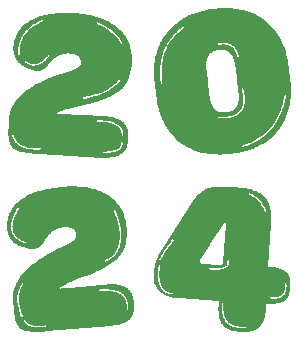
<source format=gbr>
%TF.GenerationSoftware,KiCad,Pcbnew,8.0.0*%
%TF.CreationDate,2024-03-08T01:19:46-06:00*%
%TF.ProjectId,SAO_2024,53414f5f-3230-4323-942e-6b696361645f,rev?*%
%TF.SameCoordinates,Original*%
%TF.FileFunction,Legend,Top*%
%TF.FilePolarity,Positive*%
%FSLAX46Y46*%
G04 Gerber Fmt 4.6, Leading zero omitted, Abs format (unit mm)*
G04 Created by KiCad (PCBNEW 8.0.0) date 2024-03-08 01:19:46*
%MOMM*%
%LPD*%
G01*
G04 APERTURE LIST*
%ADD10C,0.000000*%
G04 APERTURE END LIST*
D10*
G36*
X148719001Y-137638134D02*
G01*
X148987185Y-137646635D01*
X149274540Y-137659711D01*
X149582108Y-137676910D01*
X149980379Y-137709133D01*
X150348234Y-137756651D01*
X150686099Y-137820749D01*
X150843920Y-137859418D01*
X150994405Y-137902713D01*
X151137607Y-137950796D01*
X151273580Y-138003826D01*
X151402378Y-138061966D01*
X151524054Y-138125375D01*
X151638663Y-138194213D01*
X151746256Y-138268642D01*
X151846889Y-138348822D01*
X151940615Y-138434914D01*
X152027487Y-138527077D01*
X152107559Y-138625474D01*
X152180885Y-138730264D01*
X152247518Y-138841607D01*
X152307513Y-138959665D01*
X152360922Y-139084599D01*
X152407799Y-139216568D01*
X152448198Y-139355733D01*
X152482173Y-139502255D01*
X152509777Y-139656295D01*
X152531063Y-139818012D01*
X152546087Y-139987568D01*
X152554900Y-140165124D01*
X152557557Y-140350839D01*
X152544617Y-140747391D01*
X152324448Y-144394424D01*
X152379089Y-144397736D01*
X152628368Y-144417517D01*
X152856682Y-144445881D01*
X152963154Y-144463417D01*
X153064596Y-144483262D01*
X153161079Y-144505471D01*
X153252674Y-144530096D01*
X153339452Y-144557194D01*
X153421483Y-144586818D01*
X153498837Y-144619023D01*
X153571585Y-144653863D01*
X153639799Y-144691392D01*
X153703547Y-144731665D01*
X153762902Y-144774737D01*
X153817934Y-144820662D01*
X153868713Y-144869493D01*
X153915310Y-144921286D01*
X153957795Y-144976095D01*
X153996240Y-145033974D01*
X154030714Y-145094978D01*
X154061289Y-145159161D01*
X154088034Y-145226578D01*
X154111022Y-145297282D01*
X154130321Y-145371329D01*
X154146004Y-145448772D01*
X154158139Y-145529666D01*
X154166799Y-145614066D01*
X154172053Y-145702026D01*
X154173973Y-145793600D01*
X154172629Y-145888843D01*
X154168091Y-145987808D01*
X154162949Y-146078827D01*
X154144291Y-146288429D01*
X154114575Y-146479894D01*
X154095376Y-146568980D01*
X154073178Y-146653718D01*
X154047905Y-146734169D01*
X154019479Y-146810396D01*
X153987821Y-146882460D01*
X153952854Y-146950425D01*
X153914500Y-147014351D01*
X153872681Y-147074300D01*
X153827321Y-147130336D01*
X153778340Y-147182519D01*
X153725661Y-147230912D01*
X153669207Y-147275578D01*
X153608899Y-147316576D01*
X153544660Y-147353971D01*
X153476412Y-147387824D01*
X153404078Y-147418197D01*
X153327579Y-147445151D01*
X153246837Y-147468750D01*
X153161776Y-147489054D01*
X153072317Y-147506127D01*
X152879895Y-147530824D01*
X152668949Y-147543338D01*
X152438856Y-147544164D01*
X152188995Y-147533798D01*
X152134750Y-147531433D01*
X152108521Y-147968323D01*
X152086592Y-148213510D01*
X152070655Y-148330131D01*
X152051391Y-148442753D01*
X152028791Y-148551361D01*
X152002845Y-148655942D01*
X151973544Y-148756483D01*
X151940879Y-148852969D01*
X151904840Y-148945387D01*
X151865419Y-149033724D01*
X151822605Y-149117965D01*
X151776390Y-149198098D01*
X151726764Y-149274108D01*
X151673718Y-149345982D01*
X151617243Y-149413706D01*
X151557329Y-149477266D01*
X151493968Y-149536650D01*
X151427149Y-149591843D01*
X151356864Y-149642832D01*
X151283103Y-149689602D01*
X151205857Y-149732141D01*
X151125117Y-149770435D01*
X151040874Y-149804470D01*
X150953117Y-149834233D01*
X150861839Y-149859709D01*
X150767029Y-149880885D01*
X150668678Y-149897749D01*
X150566777Y-149910285D01*
X150461317Y-149918480D01*
X150352289Y-149922321D01*
X150239683Y-149921794D01*
X150123489Y-149916885D01*
X149759018Y-149894897D01*
X149646527Y-149885951D01*
X149538117Y-149873087D01*
X149433769Y-149856319D01*
X149333466Y-149835657D01*
X149237192Y-149811114D01*
X149144928Y-149782703D01*
X149056657Y-149750434D01*
X148972362Y-149714322D01*
X148892025Y-149674376D01*
X148815628Y-149630611D01*
X148743155Y-149583037D01*
X148674588Y-149531667D01*
X148609909Y-149476513D01*
X148549101Y-149417587D01*
X148492146Y-149354901D01*
X148439028Y-149288467D01*
X148389728Y-149218298D01*
X148344229Y-149144406D01*
X148302514Y-149066802D01*
X148264566Y-148985498D01*
X148230366Y-148900508D01*
X148199898Y-148811842D01*
X148173143Y-148719514D01*
X148150085Y-148623535D01*
X148130706Y-148523917D01*
X148114989Y-148420672D01*
X148094470Y-148203351D01*
X148088388Y-147971669D01*
X148095577Y-147756440D01*
X148372166Y-147756440D01*
X148374321Y-147870784D01*
X148379934Y-147985771D01*
X148389476Y-148100865D01*
X148403418Y-148215530D01*
X148422232Y-148329229D01*
X148446388Y-148441425D01*
X148476359Y-148551583D01*
X148512616Y-148659166D01*
X148555629Y-148763636D01*
X148605871Y-148864459D01*
X148633850Y-148913334D01*
X148663813Y-148961096D01*
X148695818Y-149007678D01*
X148729926Y-149053012D01*
X148766193Y-149097032D01*
X148804681Y-149139671D01*
X148845447Y-149180861D01*
X148888550Y-149220535D01*
X148964180Y-149281966D01*
X149043225Y-149336936D01*
X149125381Y-149385771D01*
X149210340Y-149428799D01*
X149297797Y-149466346D01*
X149387447Y-149498740D01*
X149478983Y-149526309D01*
X149572100Y-149549377D01*
X149666491Y-149568274D01*
X149761852Y-149583326D01*
X149857875Y-149594860D01*
X149954256Y-149603203D01*
X150050688Y-149608682D01*
X150146866Y-149611624D01*
X150337234Y-149611206D01*
X150344654Y-149610688D01*
X150351595Y-149609483D01*
X150358057Y-149607638D01*
X150364041Y-149605198D01*
X150369546Y-149602211D01*
X150374572Y-149598722D01*
X150379119Y-149594779D01*
X150383188Y-149590427D01*
X150386778Y-149585713D01*
X150389890Y-149580684D01*
X150392523Y-149575385D01*
X150394677Y-149569864D01*
X150396352Y-149564167D01*
X150397549Y-149558340D01*
X150398267Y-149552429D01*
X150398506Y-149546482D01*
X150398267Y-149540544D01*
X150397549Y-149534663D01*
X150396352Y-149528883D01*
X150394677Y-149523253D01*
X150392523Y-149517818D01*
X150389890Y-149512625D01*
X150386778Y-149507720D01*
X150383188Y-149503150D01*
X150379119Y-149498960D01*
X150374572Y-149495199D01*
X150369546Y-149491911D01*
X150364041Y-149489143D01*
X150358057Y-149486943D01*
X150351595Y-149485356D01*
X150344654Y-149484428D01*
X150337234Y-149484207D01*
X150160113Y-149484981D01*
X150070275Y-149482708D01*
X149980007Y-149478219D01*
X149889625Y-149471183D01*
X149799445Y-149461267D01*
X149709784Y-149448140D01*
X149620958Y-149431471D01*
X149533283Y-149410927D01*
X149447075Y-149386176D01*
X149362651Y-149356887D01*
X149280326Y-149322727D01*
X149200417Y-149283366D01*
X149123240Y-149238471D01*
X149049112Y-149187711D01*
X149013289Y-149160027D01*
X148978348Y-149130753D01*
X148937479Y-149093328D01*
X148898889Y-149054439D01*
X148862518Y-149014151D01*
X148828305Y-148972529D01*
X148766118Y-148885545D01*
X148711846Y-148794013D01*
X148665010Y-148698458D01*
X148625130Y-148599403D01*
X148591727Y-148497375D01*
X148564320Y-148392897D01*
X148542429Y-148286494D01*
X148525575Y-148178690D01*
X148513277Y-148070011D01*
X148505056Y-147960981D01*
X148500432Y-147852125D01*
X148498925Y-147743967D01*
X148503342Y-147531845D01*
X148503406Y-147528077D01*
X148503285Y-147524428D01*
X148502986Y-147520899D01*
X148502512Y-147517489D01*
X148501872Y-147514199D01*
X148501069Y-147511029D01*
X148500110Y-147507978D01*
X148499002Y-147505046D01*
X148497748Y-147502235D01*
X148496357Y-147499542D01*
X148494832Y-147496970D01*
X148493180Y-147494517D01*
X148491408Y-147492183D01*
X148489519Y-147489970D01*
X148487522Y-147487875D01*
X148485420Y-147485901D01*
X148483221Y-147484046D01*
X148480929Y-147482311D01*
X148478551Y-147480695D01*
X148476092Y-147479199D01*
X148473559Y-147477823D01*
X148470956Y-147476566D01*
X148468291Y-147475429D01*
X148465568Y-147474411D01*
X148462793Y-147473514D01*
X148459973Y-147472736D01*
X148454218Y-147471539D01*
X148448349Y-147470820D01*
X148442413Y-147470581D01*
X148442398Y-147470566D01*
X148436443Y-147470805D01*
X148430512Y-147471522D01*
X148424651Y-147472718D01*
X148421762Y-147473495D01*
X148418908Y-147474392D01*
X148416096Y-147475408D01*
X148413330Y-147476545D01*
X148410618Y-147477800D01*
X148407965Y-147479176D01*
X148405376Y-147480671D01*
X148402858Y-147482286D01*
X148400417Y-147484020D01*
X148398058Y-147485874D01*
X148395787Y-147487848D01*
X148393611Y-147489942D01*
X148391535Y-147492155D01*
X148389565Y-147494488D01*
X148387707Y-147496941D01*
X148385967Y-147499514D01*
X148384351Y-147502206D01*
X148382864Y-147505018D01*
X148381512Y-147507950D01*
X148380303Y-147511002D01*
X148379240Y-147514174D01*
X148378331Y-147517465D01*
X148377580Y-147520877D01*
X148376995Y-147524408D01*
X148376580Y-147528059D01*
X148376343Y-147531830D01*
X148372997Y-147643277D01*
X148372166Y-147756440D01*
X148095577Y-147756440D01*
X148096603Y-147725723D01*
X148097397Y-147726517D01*
X148123184Y-147288803D01*
X144786057Y-147087311D01*
X144654501Y-147077234D01*
X144526566Y-147063170D01*
X144402300Y-147045202D01*
X144281752Y-147023412D01*
X144243798Y-147015116D01*
X152442955Y-147015116D01*
X152443201Y-147021088D01*
X152443920Y-147027068D01*
X152445111Y-147033010D01*
X152446773Y-147038867D01*
X152448908Y-147044593D01*
X152451514Y-147050141D01*
X152454591Y-147055464D01*
X152458138Y-147060516D01*
X152462157Y-147065251D01*
X152466646Y-147069622D01*
X152471606Y-147073583D01*
X152477035Y-147077086D01*
X152482934Y-147080087D01*
X152489303Y-147082537D01*
X152496141Y-147084391D01*
X152503448Y-147085602D01*
X152571014Y-147092860D01*
X152639693Y-147098713D01*
X152709199Y-147102860D01*
X152779246Y-147104997D01*
X152849549Y-147104822D01*
X152919821Y-147102032D01*
X152989777Y-147096325D01*
X153059132Y-147087399D01*
X153127598Y-147074950D01*
X153194890Y-147058676D01*
X153260723Y-147038275D01*
X153324810Y-147013444D01*
X153386865Y-146983880D01*
X153417042Y-146967229D01*
X153446603Y-146949282D01*
X153475514Y-146930000D01*
X153503738Y-146909346D01*
X153531240Y-146887282D01*
X153557983Y-146863770D01*
X153583597Y-146839121D01*
X153607762Y-146813695D01*
X153630516Y-146787526D01*
X153651895Y-146760646D01*
X153690679Y-146704892D01*
X153724411Y-146646701D01*
X153753385Y-146586343D01*
X153777899Y-146524086D01*
X153798249Y-146460199D01*
X153814732Y-146394953D01*
X153827642Y-146328615D01*
X153837277Y-146261455D01*
X153843933Y-146193741D01*
X153847907Y-146125744D01*
X153849493Y-146057731D01*
X153848989Y-145989972D01*
X153846691Y-145922736D01*
X153842896Y-145856293D01*
X153842550Y-145852540D01*
X153842032Y-145848906D01*
X153841348Y-145845390D01*
X153840503Y-145841994D01*
X153839503Y-145838716D01*
X153838354Y-145835557D01*
X153837063Y-145832516D01*
X153835633Y-145829595D01*
X153834073Y-145826793D01*
X153832386Y-145824109D01*
X153830580Y-145821544D01*
X153828659Y-145819099D01*
X153826631Y-145816772D01*
X153824500Y-145814564D01*
X153822272Y-145812475D01*
X153819954Y-145810505D01*
X153817551Y-145808654D01*
X153815068Y-145806922D01*
X153812513Y-145805309D01*
X153809889Y-145803815D01*
X153807205Y-145802441D01*
X153804464Y-145801185D01*
X153798839Y-145799031D01*
X153793060Y-145797353D01*
X153787174Y-145796152D01*
X153781228Y-145795428D01*
X153775283Y-145795182D01*
X153769369Y-145795411D01*
X153763519Y-145796118D01*
X153760637Y-145796650D01*
X153757793Y-145797302D01*
X153754992Y-145798074D01*
X153752240Y-145798964D01*
X153749542Y-145799975D01*
X153746905Y-145801104D01*
X153744334Y-145802354D01*
X153741835Y-145803723D01*
X153739414Y-145805212D01*
X153737076Y-145806820D01*
X153734828Y-145808548D01*
X153732676Y-145810396D01*
X153730624Y-145812364D01*
X153728679Y-145814452D01*
X153726847Y-145816660D01*
X153725133Y-145818987D01*
X153723544Y-145821435D01*
X153722085Y-145824003D01*
X153720761Y-145826691D01*
X153719580Y-145829499D01*
X153718546Y-145832427D01*
X153717665Y-145835475D01*
X153716944Y-145838644D01*
X153716387Y-145841933D01*
X153716002Y-145845342D01*
X153715792Y-145848872D01*
X153715766Y-145852522D01*
X153715927Y-145856293D01*
X153715393Y-145856293D01*
X153718870Y-145916324D01*
X153721165Y-145977331D01*
X153721992Y-146039025D01*
X153721060Y-146101122D01*
X153718082Y-146163336D01*
X153712769Y-146225381D01*
X153704833Y-146286971D01*
X153693985Y-146347820D01*
X153679937Y-146407643D01*
X153662401Y-146466152D01*
X153641088Y-146523063D01*
X153615709Y-146578090D01*
X153601405Y-146604808D01*
X153585977Y-146630947D01*
X153569388Y-146656472D01*
X153551603Y-146681347D01*
X153532584Y-146705537D01*
X153512298Y-146729005D01*
X153490706Y-146751717D01*
X153467773Y-146773636D01*
X153443755Y-146794461D01*
X153418954Y-146813937D01*
X153393409Y-146832101D01*
X153367160Y-146848993D01*
X153312704Y-146879106D01*
X153255894Y-146904581D01*
X153197041Y-146925719D01*
X153136454Y-146942823D01*
X153074444Y-146956196D01*
X153011320Y-146966141D01*
X152947393Y-146972960D01*
X152882973Y-146976956D01*
X152818369Y-146978431D01*
X152753892Y-146977690D01*
X152689851Y-146975033D01*
X152626557Y-146970765D01*
X152503448Y-146958603D01*
X152496105Y-146958122D01*
X152489237Y-146958393D01*
X152482846Y-146959369D01*
X152476930Y-146961005D01*
X152471490Y-146963253D01*
X152466524Y-146966068D01*
X152462034Y-146969402D01*
X152458018Y-146973209D01*
X152454477Y-146977442D01*
X152451410Y-146982056D01*
X152448817Y-146987003D01*
X152446698Y-146992238D01*
X152445053Y-146997712D01*
X152443881Y-147003381D01*
X152443181Y-147009198D01*
X152442955Y-147015116D01*
X144243798Y-147015116D01*
X144164970Y-146997884D01*
X144052004Y-146968702D01*
X143942901Y-146935947D01*
X143837711Y-146899704D01*
X143736482Y-146860054D01*
X143639263Y-146817082D01*
X143546102Y-146770871D01*
X143457049Y-146721503D01*
X143372152Y-146669062D01*
X143291460Y-146613630D01*
X143215020Y-146555292D01*
X143142883Y-146494129D01*
X143075097Y-146430226D01*
X143011710Y-146363664D01*
X142952771Y-146294528D01*
X142898329Y-146222900D01*
X142848432Y-146148864D01*
X142803130Y-146072502D01*
X142762470Y-145993898D01*
X142726502Y-145913134D01*
X142695274Y-145830294D01*
X142668835Y-145745462D01*
X142647234Y-145658719D01*
X142630519Y-145570149D01*
X142618738Y-145479836D01*
X142611942Y-145387862D01*
X142610178Y-145294311D01*
X142613495Y-145199265D01*
X142614635Y-145180149D01*
X142962200Y-145180149D01*
X142965263Y-145283826D01*
X142971802Y-145387030D01*
X142982191Y-145489551D01*
X142996806Y-145591178D01*
X143016022Y-145691701D01*
X143040214Y-145790910D01*
X143069757Y-145888594D01*
X143105026Y-145984543D01*
X143142229Y-146068203D01*
X143184322Y-146146680D01*
X143231096Y-146220058D01*
X143282341Y-146288419D01*
X143337849Y-146351847D01*
X143397408Y-146410425D01*
X143460809Y-146464238D01*
X143527843Y-146513369D01*
X143598300Y-146557900D01*
X143671970Y-146597916D01*
X143748644Y-146633500D01*
X143828111Y-146664736D01*
X143910162Y-146691707D01*
X143994588Y-146714496D01*
X144081178Y-146733187D01*
X144169724Y-146747864D01*
X144177088Y-146748549D01*
X144184171Y-146748496D01*
X144190961Y-146747748D01*
X144197445Y-146746351D01*
X144203611Y-146744349D01*
X144209445Y-146741788D01*
X144214936Y-146738712D01*
X144220070Y-146735165D01*
X144224836Y-146731193D01*
X144229219Y-146726840D01*
X144233209Y-146722152D01*
X144236791Y-146717173D01*
X144239954Y-146711947D01*
X144242685Y-146706520D01*
X144244971Y-146700937D01*
X144246799Y-146695242D01*
X144248158Y-146689480D01*
X144249034Y-146683696D01*
X144249415Y-146677934D01*
X144249288Y-146672241D01*
X144248640Y-146666659D01*
X144247459Y-146661234D01*
X144245733Y-146656012D01*
X144243448Y-146651036D01*
X144240592Y-146646352D01*
X144237152Y-146642004D01*
X144233117Y-146638037D01*
X144228472Y-146634496D01*
X144223206Y-146631426D01*
X144217306Y-146628871D01*
X144210759Y-146626877D01*
X144203552Y-146625488D01*
X144113279Y-146610379D01*
X144025632Y-146591032D01*
X143940805Y-146567355D01*
X143858991Y-146539256D01*
X143780386Y-146506643D01*
X143705182Y-146469424D01*
X143668916Y-146449059D01*
X143633574Y-146427508D01*
X143599179Y-146404759D01*
X143565756Y-146380802D01*
X143533329Y-146355625D01*
X143501921Y-146329215D01*
X143471559Y-146301563D01*
X143442265Y-146272655D01*
X143414064Y-146242482D01*
X143386980Y-146211030D01*
X143361038Y-146178290D01*
X143336261Y-146144248D01*
X143312674Y-146108895D01*
X143290302Y-146072218D01*
X143269168Y-146034206D01*
X143249296Y-145994847D01*
X143230712Y-145954130D01*
X143213438Y-145912043D01*
X143197501Y-145868575D01*
X143182922Y-145823715D01*
X143157478Y-145732436D01*
X143136506Y-145640879D01*
X143119708Y-145549097D01*
X143106785Y-145457140D01*
X143097439Y-145365062D01*
X143091370Y-145272913D01*
X143088280Y-145180745D01*
X143087870Y-145088610D01*
X143089841Y-144996559D01*
X143093895Y-144904645D01*
X143107054Y-144721432D01*
X143123110Y-144558189D01*
X147266148Y-144558189D01*
X147266395Y-144564157D01*
X147267117Y-144570123D01*
X147268314Y-144576040D01*
X147269985Y-144581863D01*
X147272131Y-144587545D01*
X147274750Y-144593038D01*
X147277842Y-144598297D01*
X147281408Y-144603276D01*
X147285448Y-144607927D01*
X147289960Y-144612204D01*
X147294944Y-144616061D01*
X147300402Y-144619451D01*
X147306331Y-144622327D01*
X147312732Y-144624644D01*
X147319605Y-144626354D01*
X147326950Y-144627411D01*
X147326950Y-144626877D01*
X147553898Y-144645520D01*
X147684789Y-144652813D01*
X147823236Y-144656799D01*
X147966201Y-144656011D01*
X148110641Y-144648981D01*
X148253518Y-144634244D01*
X148323420Y-144623527D01*
X148391790Y-144610332D01*
X148458250Y-144594478D01*
X148522418Y-144575780D01*
X148583915Y-144554054D01*
X148642360Y-144529119D01*
X148697374Y-144500789D01*
X148748577Y-144468883D01*
X148795588Y-144433216D01*
X148838027Y-144393606D01*
X148875515Y-144349869D01*
X148907671Y-144301821D01*
X148934116Y-144249280D01*
X148954469Y-144192061D01*
X148968350Y-144129982D01*
X148975379Y-144062860D01*
X148975176Y-143990510D01*
X148967361Y-143912750D01*
X148966900Y-143909969D01*
X148966350Y-143907283D01*
X148965714Y-143904690D01*
X148964993Y-143902190D01*
X148964192Y-143899782D01*
X148963310Y-143897465D01*
X148962353Y-143895240D01*
X148961320Y-143893104D01*
X148960216Y-143891057D01*
X148959041Y-143889100D01*
X148957800Y-143887230D01*
X148956493Y-143885447D01*
X148955123Y-143883751D01*
X148953694Y-143882141D01*
X148952206Y-143880616D01*
X148950663Y-143879175D01*
X148949066Y-143877818D01*
X148947419Y-143876544D01*
X148945723Y-143875353D01*
X148943980Y-143874243D01*
X148942195Y-143873214D01*
X148940367Y-143872265D01*
X148938501Y-143871396D01*
X148936598Y-143870605D01*
X148932691Y-143869258D01*
X148928665Y-143868218D01*
X148924540Y-143867478D01*
X148920334Y-143867035D01*
X148920319Y-143867065D01*
X148916764Y-143866926D01*
X148913178Y-143866988D01*
X148909570Y-143867246D01*
X148905953Y-143867699D01*
X148902336Y-143868343D01*
X148898731Y-143869175D01*
X148895149Y-143870192D01*
X148891601Y-143871391D01*
X148888097Y-143872768D01*
X148884648Y-143874322D01*
X148881267Y-143876048D01*
X148877962Y-143877943D01*
X148874746Y-143880005D01*
X148871630Y-143882230D01*
X148868623Y-143884615D01*
X148865738Y-143887157D01*
X148862985Y-143889854D01*
X148860375Y-143892701D01*
X148857919Y-143895697D01*
X148855628Y-143898837D01*
X148853513Y-143902119D01*
X148851585Y-143905539D01*
X148849854Y-143909095D01*
X148848332Y-143912783D01*
X148847030Y-143916601D01*
X148845959Y-143920545D01*
X148845129Y-143924612D01*
X148844552Y-143928799D01*
X148844238Y-143933103D01*
X148844198Y-143937521D01*
X148844444Y-143942049D01*
X148844986Y-143946686D01*
X148851120Y-144012297D01*
X148849935Y-144073041D01*
X148841815Y-144129093D01*
X148827147Y-144180627D01*
X148806318Y-144227819D01*
X148779715Y-144270843D01*
X148747723Y-144309875D01*
X148710730Y-144345091D01*
X148669120Y-144376664D01*
X148623282Y-144404771D01*
X148573601Y-144429585D01*
X148520463Y-144451284D01*
X148464256Y-144470040D01*
X148405365Y-144486031D01*
X148281078Y-144510412D01*
X148150694Y-144525829D01*
X148017305Y-144533683D01*
X147884000Y-144535374D01*
X147753872Y-144532302D01*
X147515510Y-144517476D01*
X147326950Y-144500412D01*
X147319569Y-144500083D01*
X147312667Y-144500497D01*
X147306242Y-144501607D01*
X147300296Y-144503366D01*
X147294828Y-144505727D01*
X147289838Y-144508645D01*
X147285324Y-144512073D01*
X147281288Y-144515964D01*
X147277729Y-144520272D01*
X147274646Y-144524950D01*
X147272040Y-144529952D01*
X147269910Y-144535231D01*
X147268256Y-144540741D01*
X147267078Y-144546435D01*
X147266375Y-144552266D01*
X147266148Y-144558189D01*
X143123110Y-144558189D01*
X143124959Y-144539385D01*
X143145218Y-144358917D01*
X143145554Y-144355186D01*
X143145697Y-144351574D01*
X143145652Y-144348082D01*
X143145425Y-144344708D01*
X143145022Y-144341454D01*
X143144449Y-144338319D01*
X143143711Y-144335303D01*
X143142814Y-144332406D01*
X143141765Y-144329628D01*
X143140568Y-144326969D01*
X143139230Y-144324428D01*
X143137757Y-144322007D01*
X143136153Y-144319704D01*
X143134426Y-144317521D01*
X143132581Y-144315455D01*
X143130623Y-144313509D01*
X143128559Y-144311681D01*
X143126393Y-144309972D01*
X143124133Y-144308381D01*
X143121784Y-144306908D01*
X143119351Y-144305554D01*
X143116841Y-144304319D01*
X143114259Y-144303202D01*
X143111611Y-144302202D01*
X143108903Y-144301322D01*
X143106140Y-144300559D01*
X143103328Y-144299914D01*
X143100474Y-144299388D01*
X143094661Y-144298689D01*
X143088745Y-144298462D01*
X143088852Y-144298477D01*
X143082878Y-144298727D01*
X143076896Y-144299448D01*
X143070951Y-144300639D01*
X143065091Y-144302301D01*
X143062207Y-144303309D01*
X143059361Y-144304434D01*
X143056561Y-144305677D01*
X143053810Y-144307038D01*
X143051115Y-144308516D01*
X143048483Y-144310112D01*
X143045918Y-144311825D01*
X143043427Y-144313656D01*
X143041015Y-144315604D01*
X143038688Y-144317670D01*
X143036452Y-144319854D01*
X143034313Y-144322155D01*
X143032277Y-144324574D01*
X143030350Y-144327110D01*
X143028537Y-144329764D01*
X143026844Y-144332535D01*
X143025277Y-144335423D01*
X143023841Y-144338430D01*
X143022544Y-144341553D01*
X143021390Y-144344794D01*
X143020385Y-144348153D01*
X143019536Y-144351628D01*
X143018847Y-144355222D01*
X143018326Y-144358933D01*
X143017792Y-144358933D01*
X142995796Y-144559926D01*
X142977199Y-144764915D01*
X142964999Y-144972216D01*
X142962237Y-145076209D01*
X142962200Y-145180149D01*
X142614635Y-145180149D01*
X142646149Y-144651840D01*
X142657987Y-144537417D01*
X142672913Y-144425944D01*
X142691239Y-144316739D01*
X142713273Y-144209121D01*
X142739326Y-144102406D01*
X142769707Y-143995912D01*
X142784687Y-143950162D01*
X146501232Y-143950162D01*
X146501507Y-143963195D01*
X146502655Y-143976134D01*
X146504651Y-143988935D01*
X146507470Y-144001550D01*
X146511089Y-144013935D01*
X146515482Y-144026045D01*
X146520626Y-144037833D01*
X146526495Y-144049255D01*
X146533066Y-144060264D01*
X146540314Y-144070816D01*
X146548215Y-144080865D01*
X146556744Y-144090365D01*
X146565877Y-144099270D01*
X146575590Y-144107536D01*
X146585857Y-144115117D01*
X146596655Y-144121967D01*
X146607960Y-144128040D01*
X146619746Y-144133292D01*
X146631989Y-144137677D01*
X146644665Y-144141149D01*
X146657750Y-144143662D01*
X146671219Y-144145172D01*
X148187119Y-144236618D01*
X148206213Y-144237449D01*
X148224686Y-144237641D01*
X148242541Y-144237198D01*
X148259782Y-144236124D01*
X148276412Y-144234422D01*
X148292434Y-144232097D01*
X148307852Y-144229151D01*
X148322670Y-144225589D01*
X148336891Y-144221414D01*
X148350518Y-144216630D01*
X148363555Y-144211241D01*
X148376005Y-144205250D01*
X148387872Y-144198662D01*
X148399160Y-144191479D01*
X148409871Y-144183706D01*
X148420010Y-144175346D01*
X148429579Y-144166404D01*
X148438582Y-144156882D01*
X148447024Y-144146785D01*
X148454906Y-144136116D01*
X148462233Y-144124879D01*
X148469008Y-144113077D01*
X148475235Y-144100715D01*
X148480917Y-144087796D01*
X148486057Y-144074324D01*
X148490660Y-144060303D01*
X148494728Y-144045735D01*
X148498265Y-144030626D01*
X148501274Y-144014979D01*
X148503759Y-143998797D01*
X148507172Y-143964844D01*
X148692627Y-140886337D01*
X148694240Y-140862643D01*
X148695418Y-140840087D01*
X148696146Y-140818708D01*
X148696407Y-140798548D01*
X148696187Y-140779644D01*
X148695470Y-140762038D01*
X148694241Y-140745768D01*
X148692484Y-140730875D01*
X148691402Y-140723957D01*
X148690183Y-140717398D01*
X148688824Y-140711204D01*
X148687324Y-140705378D01*
X148685680Y-140699926D01*
X148683890Y-140694854D01*
X148681953Y-140690165D01*
X148679866Y-140685865D01*
X148677628Y-140681959D01*
X148675237Y-140678451D01*
X148672690Y-140675348D01*
X148669987Y-140672653D01*
X148667124Y-140670372D01*
X148664100Y-140668510D01*
X148660914Y-140667071D01*
X148657562Y-140666061D01*
X148657578Y-140666046D01*
X148650375Y-140665335D01*
X148642489Y-140666398D01*
X148633904Y-140669274D01*
X148624605Y-140674004D01*
X148614577Y-140680627D01*
X148603804Y-140689181D01*
X148592271Y-140699708D01*
X148579962Y-140712246D01*
X148566861Y-140726835D01*
X148552954Y-140743515D01*
X148538225Y-140762324D01*
X148522658Y-140783304D01*
X148506238Y-140806492D01*
X148488950Y-140831930D01*
X148470778Y-140859656D01*
X148451706Y-140889709D01*
X146551834Y-143824692D01*
X146542042Y-143836159D01*
X146533367Y-143847987D01*
X146525784Y-143860131D01*
X146519268Y-143872546D01*
X146513796Y-143885185D01*
X146509343Y-143898004D01*
X146505885Y-143910956D01*
X146503396Y-143923997D01*
X146501853Y-143937081D01*
X146501232Y-143950162D01*
X142784687Y-143950162D01*
X142804727Y-143888958D01*
X142837979Y-143799029D01*
X143077868Y-143799029D01*
X143078060Y-143805457D01*
X143078890Y-143811714D01*
X143080319Y-143817775D01*
X143082308Y-143823617D01*
X143084815Y-143829217D01*
X143087801Y-143834549D01*
X143091227Y-143839590D01*
X143095052Y-143844317D01*
X143099236Y-143848705D01*
X143103740Y-143852731D01*
X143108523Y-143856371D01*
X143113546Y-143859600D01*
X143118769Y-143862395D01*
X143124151Y-143864733D01*
X143129654Y-143866588D01*
X143135236Y-143867938D01*
X143140858Y-143868758D01*
X143146480Y-143869025D01*
X143152063Y-143868714D01*
X143157565Y-143867802D01*
X143162948Y-143866265D01*
X143168172Y-143864079D01*
X143173195Y-143861221D01*
X143177980Y-143857665D01*
X143182485Y-143853389D01*
X143186670Y-143848369D01*
X143190497Y-143842580D01*
X143193924Y-143835999D01*
X143193924Y-143836533D01*
X143247185Y-143724402D01*
X143303053Y-143613860D01*
X143361384Y-143504826D01*
X143422036Y-143397220D01*
X143484867Y-143290964D01*
X143549733Y-143185978D01*
X143685001Y-142979498D01*
X143826700Y-142777146D01*
X143973687Y-142578287D01*
X144124821Y-142382286D01*
X144278961Y-142188507D01*
X144282306Y-142184030D01*
X144285201Y-142179477D01*
X144287662Y-142174862D01*
X144289702Y-142170198D01*
X144291335Y-142165501D01*
X144292574Y-142160784D01*
X144293433Y-142156061D01*
X144293927Y-142151346D01*
X144294068Y-142146653D01*
X144293872Y-142141996D01*
X144293350Y-142137389D01*
X144292519Y-142132846D01*
X144291390Y-142128381D01*
X144289979Y-142124008D01*
X144288298Y-142119740D01*
X144286362Y-142115593D01*
X144284184Y-142111580D01*
X144281779Y-142107714D01*
X144279159Y-142104011D01*
X144276339Y-142100483D01*
X144273334Y-142097145D01*
X144270155Y-142094011D01*
X144266818Y-142091095D01*
X144263336Y-142088411D01*
X144259722Y-142085973D01*
X144255992Y-142083795D01*
X144252158Y-142081890D01*
X144248234Y-142080274D01*
X144244234Y-142078959D01*
X144240173Y-142077960D01*
X144236063Y-142077291D01*
X144231918Y-142076965D01*
X144231918Y-142076828D01*
X144229145Y-142076822D01*
X144226366Y-142076980D01*
X144223586Y-142077304D01*
X144220809Y-142077800D01*
X144218039Y-142078472D01*
X144215280Y-142079323D01*
X144212536Y-142080359D01*
X144209810Y-142081583D01*
X144207108Y-142083000D01*
X144204433Y-142084613D01*
X144201789Y-142086428D01*
X144199180Y-142088447D01*
X144196611Y-142090677D01*
X144194085Y-142093119D01*
X144191606Y-142095780D01*
X144189178Y-142098663D01*
X144032436Y-142295569D01*
X143878605Y-142494621D01*
X143728893Y-142696497D01*
X143584503Y-142901880D01*
X143446643Y-143111450D01*
X143380537Y-143218017D01*
X143316516Y-143325886D01*
X143254730Y-143435141D01*
X143195330Y-143545869D01*
X143138466Y-143658153D01*
X143084290Y-143772079D01*
X143081526Y-143778955D01*
X143079562Y-143785754D01*
X143078356Y-143792453D01*
X143077868Y-143799029D01*
X142837979Y-143799029D01*
X142844696Y-143780861D01*
X142889923Y-143670938D01*
X142940719Y-143558508D01*
X142997393Y-143442888D01*
X143060256Y-143323396D01*
X143129617Y-143199349D01*
X143205787Y-143070066D01*
X143289075Y-142934864D01*
X143379791Y-142793060D01*
X145943024Y-138829758D01*
X146053677Y-138662904D01*
X146164417Y-138510992D01*
X146276574Y-138373453D01*
X146391478Y-138249719D01*
X146406775Y-138235513D01*
X150642954Y-138235513D01*
X150643291Y-138240833D01*
X150644008Y-138246127D01*
X150645114Y-138251366D01*
X150646616Y-138256519D01*
X150648522Y-138261556D01*
X150650841Y-138266447D01*
X150653579Y-138271161D01*
X150656747Y-138275669D01*
X150660351Y-138279941D01*
X150664399Y-138283945D01*
X150668899Y-138287653D01*
X150673860Y-138291033D01*
X150679290Y-138294056D01*
X150685196Y-138296692D01*
X150685196Y-138297226D01*
X150803077Y-138348096D01*
X150916098Y-138404831D01*
X151024316Y-138467217D01*
X151127792Y-138535036D01*
X151226586Y-138608075D01*
X151320756Y-138686116D01*
X151410362Y-138768944D01*
X151495464Y-138856344D01*
X151576121Y-138948100D01*
X151652393Y-139043995D01*
X151724338Y-139143815D01*
X151792017Y-139247344D01*
X151855489Y-139354365D01*
X151914813Y-139464664D01*
X151970048Y-139578024D01*
X152021255Y-139694229D01*
X152024415Y-139700865D01*
X152028071Y-139706888D01*
X152032177Y-139712309D01*
X152036688Y-139717141D01*
X152041559Y-139721394D01*
X152046744Y-139725080D01*
X152052199Y-139728212D01*
X152057878Y-139730801D01*
X152063735Y-139732859D01*
X152069726Y-139734396D01*
X152075805Y-139735426D01*
X152081927Y-139735959D01*
X152088047Y-139736008D01*
X152094118Y-139735584D01*
X152100097Y-139734699D01*
X152105938Y-139733364D01*
X152111595Y-139731591D01*
X152117023Y-139729393D01*
X152122177Y-139726779D01*
X152127012Y-139723764D01*
X152131482Y-139720357D01*
X152135542Y-139716570D01*
X152139147Y-139712416D01*
X152142251Y-139707906D01*
X152144809Y-139703052D01*
X152146777Y-139697865D01*
X152148108Y-139692358D01*
X152148757Y-139686541D01*
X152148679Y-139680426D01*
X152147829Y-139674026D01*
X152146161Y-139667352D01*
X152143631Y-139660416D01*
X152088799Y-139535877D01*
X152029812Y-139414648D01*
X151966582Y-139296923D01*
X151899024Y-139182900D01*
X151827050Y-139072772D01*
X151750574Y-138966736D01*
X151669508Y-138864987D01*
X151583767Y-138767721D01*
X151493263Y-138675133D01*
X151397910Y-138587420D01*
X151297621Y-138504775D01*
X151192309Y-138427396D01*
X151081888Y-138355477D01*
X150966271Y-138289214D01*
X150845371Y-138228803D01*
X150719101Y-138174438D01*
X150717332Y-138173760D01*
X150715579Y-138173139D01*
X150713841Y-138172574D01*
X150712120Y-138172063D01*
X150710414Y-138171606D01*
X150708726Y-138171203D01*
X150707054Y-138170851D01*
X150705399Y-138170551D01*
X150703761Y-138170302D01*
X150702140Y-138170102D01*
X150700537Y-138169950D01*
X150698952Y-138169847D01*
X150697385Y-138169790D01*
X150695836Y-138169779D01*
X150694306Y-138169813D01*
X150692795Y-138169891D01*
X150692780Y-138169769D01*
X150687642Y-138170391D01*
X150682741Y-138171531D01*
X150678083Y-138173157D01*
X150673678Y-138175241D01*
X150669532Y-138177752D01*
X150665655Y-138180659D01*
X150662054Y-138183933D01*
X150658736Y-138187543D01*
X150655711Y-138191460D01*
X150652987Y-138195652D01*
X150650570Y-138200091D01*
X150648469Y-138204745D01*
X150646693Y-138209585D01*
X150645249Y-138214580D01*
X150644145Y-138219701D01*
X150643389Y-138224916D01*
X150642989Y-138230197D01*
X150642954Y-138235513D01*
X146406775Y-138235513D01*
X146510460Y-138139221D01*
X146634850Y-138041391D01*
X146765979Y-137955660D01*
X146905176Y-137881460D01*
X147053773Y-137818223D01*
X147213100Y-137765380D01*
X147384487Y-137722362D01*
X147569264Y-137688602D01*
X147768763Y-137663531D01*
X147984312Y-137646580D01*
X148217244Y-137637181D01*
X148468887Y-137634766D01*
X148468948Y-137634659D01*
X148719001Y-137638134D01*
G37*
G36*
X135270996Y-122917732D02*
G01*
X135411586Y-122919865D01*
X135554058Y-122923720D01*
X135698390Y-122929290D01*
X135844559Y-122936569D01*
X136154345Y-122957960D01*
X136454322Y-122987310D01*
X136744463Y-123024536D01*
X137024738Y-123069558D01*
X137295119Y-123122291D01*
X137555579Y-123182655D01*
X137806089Y-123250566D01*
X138046620Y-123325943D01*
X138277144Y-123408702D01*
X138497633Y-123498762D01*
X138708059Y-123596041D01*
X138908393Y-123700456D01*
X139098608Y-123811924D01*
X139278674Y-123930364D01*
X139448563Y-124055693D01*
X139608248Y-124187829D01*
X139757699Y-124326689D01*
X139896889Y-124472192D01*
X140025790Y-124624254D01*
X140144372Y-124782794D01*
X140252609Y-124947729D01*
X140350470Y-125118978D01*
X140437929Y-125296456D01*
X140514956Y-125480083D01*
X140581524Y-125669776D01*
X140637604Y-125865453D01*
X140683169Y-126067031D01*
X140718188Y-126274428D01*
X140742636Y-126487562D01*
X140756482Y-126706350D01*
X140759699Y-126930711D01*
X140752258Y-127160561D01*
X140736119Y-127372687D01*
X140711990Y-127575003D01*
X140680110Y-127767799D01*
X140640717Y-127951366D01*
X140594048Y-128125997D01*
X140540343Y-128291983D01*
X140479839Y-128449614D01*
X140412775Y-128599183D01*
X140339388Y-128740980D01*
X140259918Y-128875298D01*
X140174602Y-129002428D01*
X140083678Y-129122661D01*
X139987385Y-129236289D01*
X139885961Y-129343603D01*
X139779644Y-129444894D01*
X139668673Y-129540454D01*
X139553284Y-129630574D01*
X139433718Y-129715547D01*
X139183003Y-129871212D01*
X138918434Y-130009783D01*
X138641916Y-130133589D01*
X138355354Y-130244962D01*
X138060655Y-130346234D01*
X137759725Y-130439737D01*
X137454468Y-130527802D01*
X137083996Y-130624368D01*
X136713319Y-130710916D01*
X135988636Y-130869431D01*
X135643272Y-130949135D01*
X135314988Y-131034297D01*
X135158601Y-131080133D01*
X135008105Y-131128784D01*
X134864039Y-131180734D01*
X134726944Y-131236465D01*
X134686688Y-131254086D01*
X134646584Y-131272053D01*
X134606639Y-131290414D01*
X134566864Y-131309219D01*
X134560059Y-131312312D01*
X134552313Y-131315568D01*
X134534751Y-131322672D01*
X134525311Y-131326570D01*
X134515683Y-131330730D01*
X134506055Y-131335178D01*
X134496614Y-131339939D01*
X134487551Y-131345037D01*
X134483219Y-131347720D01*
X134479052Y-131350497D01*
X134475073Y-131353371D01*
X134471305Y-131356344D01*
X134467773Y-131359420D01*
X134464500Y-131362602D01*
X134461509Y-131365893D01*
X134458824Y-131369296D01*
X134456469Y-131372814D01*
X134454466Y-131376451D01*
X134452840Y-131380209D01*
X134451613Y-131384092D01*
X134450811Y-131388102D01*
X134450455Y-131392242D01*
X134450455Y-131395170D01*
X134450620Y-131398363D01*
X134450954Y-131401766D01*
X134451460Y-131405326D01*
X134452143Y-131408991D01*
X134453008Y-131412707D01*
X134454057Y-131416421D01*
X134455296Y-131420078D01*
X134456728Y-131423627D01*
X134458357Y-131427013D01*
X134459248Y-131428629D01*
X134460189Y-131430184D01*
X134461182Y-131431671D01*
X134462226Y-131433085D01*
X134463324Y-131434418D01*
X134464474Y-131435664D01*
X134465678Y-131436816D01*
X134466936Y-131437867D01*
X134468248Y-131438811D01*
X134469616Y-131439641D01*
X134471039Y-131440351D01*
X134472519Y-131440933D01*
X134473083Y-131441172D01*
X134473663Y-131441380D01*
X134474257Y-131441560D01*
X134474863Y-131441714D01*
X134475478Y-131441843D01*
X134476100Y-131441950D01*
X134476727Y-131442037D01*
X134477356Y-131442106D01*
X134477985Y-131442159D01*
X134478612Y-131442199D01*
X134479849Y-131442244D01*
X134482193Y-131442261D01*
X134551549Y-131446955D01*
X134621109Y-131450657D01*
X134760345Y-131457474D01*
X135070236Y-131474838D01*
X135457184Y-131496429D01*
X135897064Y-131520981D01*
X136365616Y-131546860D01*
X136838974Y-131573074D01*
X137293152Y-131598053D01*
X137703827Y-131620972D01*
X138047119Y-131639984D01*
X138298965Y-131653961D01*
X138435303Y-131661575D01*
X138452667Y-131662369D01*
X138595021Y-131671972D01*
X138731390Y-131684654D01*
X138861859Y-131700396D01*
X138986513Y-131719180D01*
X139105438Y-131740986D01*
X139218717Y-131765795D01*
X139326437Y-131793589D01*
X139428682Y-131824347D01*
X139525537Y-131858050D01*
X139617086Y-131894681D01*
X139703416Y-131934219D01*
X139784610Y-131976645D01*
X139860754Y-132021941D01*
X139931933Y-132070087D01*
X139998231Y-132121065D01*
X140059734Y-132174854D01*
X140116527Y-132231437D01*
X140168694Y-132290793D01*
X140216321Y-132352904D01*
X140259492Y-132417751D01*
X140298293Y-132485314D01*
X140332808Y-132555575D01*
X140363122Y-132628514D01*
X140389321Y-132704113D01*
X140411489Y-132782352D01*
X140429711Y-132863212D01*
X140444072Y-132946673D01*
X140454657Y-133032718D01*
X140461551Y-133121327D01*
X140464839Y-133212480D01*
X140464606Y-133306158D01*
X140460937Y-133402344D01*
X140453354Y-133547943D01*
X140435774Y-133750456D01*
X140405714Y-133940489D01*
X140362434Y-134117817D01*
X140335605Y-134201647D01*
X140305192Y-134282215D01*
X140271105Y-134359494D01*
X140233249Y-134433456D01*
X140191532Y-134504072D01*
X140145862Y-134571314D01*
X140096146Y-134635155D01*
X140042291Y-134695565D01*
X139984205Y-134752517D01*
X139921795Y-134805983D01*
X139854969Y-134855933D01*
X139783633Y-134902341D01*
X139707696Y-134945177D01*
X139627065Y-134984414D01*
X139541647Y-135020023D01*
X139451349Y-135051976D01*
X139356080Y-135080245D01*
X139255745Y-135104802D01*
X139150254Y-135125619D01*
X139039512Y-135142667D01*
X138923428Y-135155917D01*
X138801909Y-135165343D01*
X138542194Y-135172606D01*
X138259628Y-135164230D01*
X132860062Y-134865326D01*
X132484650Y-134841442D01*
X132144149Y-134811877D01*
X131837255Y-134774524D01*
X131572509Y-134728968D01*
X138334335Y-134728968D01*
X138334564Y-134734898D01*
X138335270Y-134740751D01*
X138336455Y-134746482D01*
X138338117Y-134752044D01*
X138340258Y-134757390D01*
X138342877Y-134762473D01*
X138345976Y-134767248D01*
X138349553Y-134771667D01*
X138353610Y-134775685D01*
X138358146Y-134779254D01*
X138363162Y-134782328D01*
X138368658Y-134784861D01*
X138374634Y-134786807D01*
X138381091Y-134788118D01*
X138388028Y-134788748D01*
X138395447Y-134788651D01*
X138631143Y-134772891D01*
X138761124Y-134761235D01*
X138895833Y-134745644D01*
X139032746Y-134725055D01*
X139169342Y-134698403D01*
X139303098Y-134664626D01*
X139368124Y-134644733D01*
X139431494Y-134622660D01*
X139492893Y-134598273D01*
X139552006Y-134571441D01*
X139608518Y-134542030D01*
X139662114Y-134509907D01*
X139712478Y-134474939D01*
X139759295Y-134436993D01*
X139802249Y-134395937D01*
X139841027Y-134351637D01*
X139875311Y-134303961D01*
X139904788Y-134252775D01*
X139929141Y-134197947D01*
X139948056Y-134139343D01*
X139961218Y-134076831D01*
X139968310Y-134010278D01*
X139969019Y-133939551D01*
X139963028Y-133864517D01*
X139962485Y-133860824D01*
X139961777Y-133857246D01*
X139960909Y-133853784D01*
X139959887Y-133850437D01*
X139958716Y-133847206D01*
X139957403Y-133844090D01*
X139955954Y-133841090D01*
X139954373Y-133838207D01*
X139952667Y-133835439D01*
X139950842Y-133832787D01*
X139948904Y-133830251D01*
X139946858Y-133827832D01*
X139944710Y-133825529D01*
X139942465Y-133823342D01*
X139940131Y-133821272D01*
X139937712Y-133819319D01*
X139935214Y-133817482D01*
X139932643Y-133815762D01*
X139930005Y-133814159D01*
X139927306Y-133812673D01*
X139921747Y-133810053D01*
X139916012Y-133807901D01*
X139910148Y-133806219D01*
X139904200Y-133805008D01*
X139898217Y-133804269D01*
X139892242Y-133804001D01*
X139892258Y-133803986D01*
X139886343Y-133804194D01*
X139883421Y-133804475D01*
X139880530Y-133804875D01*
X139877677Y-133805394D01*
X139874867Y-133806032D01*
X139872106Y-133806788D01*
X139869400Y-133807663D01*
X139866754Y-133808657D01*
X139864175Y-133809770D01*
X139861668Y-133811002D01*
X139859240Y-133812353D01*
X139856895Y-133813823D01*
X139854640Y-133815413D01*
X139852480Y-133817122D01*
X139850422Y-133818951D01*
X139848471Y-133820899D01*
X139846633Y-133822966D01*
X139844914Y-133825154D01*
X139843319Y-133827461D01*
X139841855Y-133829888D01*
X139840528Y-133832435D01*
X139839342Y-133835102D01*
X139838305Y-133837889D01*
X139837421Y-133840796D01*
X139836697Y-133843823D01*
X139836138Y-133846971D01*
X139835750Y-133850239D01*
X139835540Y-133853628D01*
X139835512Y-133857137D01*
X139835673Y-133860767D01*
X139836029Y-133864517D01*
X139841212Y-133931229D01*
X139840136Y-133993969D01*
X139833104Y-134052867D01*
X139820417Y-134108050D01*
X139802377Y-134159644D01*
X139779287Y-134207777D01*
X139751448Y-134252576D01*
X139719162Y-134294170D01*
X139682732Y-134332684D01*
X139642458Y-134368247D01*
X139598644Y-134400986D01*
X139551592Y-134431027D01*
X139501602Y-134458500D01*
X139448978Y-134483530D01*
X139337032Y-134526773D01*
X139218172Y-134561777D01*
X139094811Y-134589558D01*
X138969367Y-134611137D01*
X138844255Y-134627533D01*
X138604692Y-134648847D01*
X138395447Y-134661652D01*
X138388065Y-134662479D01*
X138381157Y-134663974D01*
X138374723Y-134666090D01*
X138368763Y-134668780D01*
X138363278Y-134671999D01*
X138358268Y-134675700D01*
X138353733Y-134679835D01*
X138349673Y-134684360D01*
X138346089Y-134689226D01*
X138342981Y-134694389D01*
X138340348Y-134699800D01*
X138338192Y-134705414D01*
X138336513Y-134711185D01*
X138335310Y-134717065D01*
X138334584Y-134723008D01*
X138334335Y-134728968D01*
X131572509Y-134728968D01*
X131562666Y-134727274D01*
X131437078Y-134699278D01*
X131319078Y-134668018D01*
X131208501Y-134633229D01*
X131105186Y-134594648D01*
X131008970Y-134552012D01*
X130919689Y-134505056D01*
X130837181Y-134453517D01*
X130761282Y-134397133D01*
X130691830Y-134335638D01*
X130628662Y-134268771D01*
X130571615Y-134196266D01*
X130520525Y-134117861D01*
X130475231Y-134033292D01*
X130435569Y-133942295D01*
X130401376Y-133844608D01*
X130372489Y-133739965D01*
X130348745Y-133628105D01*
X130329982Y-133508763D01*
X130316036Y-133381675D01*
X130310617Y-133302884D01*
X130644015Y-133302884D01*
X130644255Y-133307117D01*
X130644795Y-133311462D01*
X130645646Y-133315918D01*
X130646820Y-133320480D01*
X130646286Y-133320480D01*
X130677501Y-133418489D01*
X130713167Y-133511231D01*
X130753117Y-133598834D01*
X130797185Y-133681424D01*
X130845201Y-133759130D01*
X130897000Y-133832079D01*
X130952413Y-133900398D01*
X131011275Y-133964216D01*
X131073417Y-134023660D01*
X131138671Y-134078858D01*
X131206872Y-134129936D01*
X131277851Y-134177023D01*
X131351442Y-134220246D01*
X131427476Y-134259733D01*
X131586208Y-134328009D01*
X131752709Y-134382870D01*
X131925640Y-134425338D01*
X132103664Y-134456433D01*
X132285442Y-134477175D01*
X132469636Y-134488586D01*
X132654907Y-134491686D01*
X132839918Y-134487496D01*
X133023331Y-134477036D01*
X133030676Y-134476132D01*
X133037553Y-134474566D01*
X133043960Y-134472383D01*
X133049896Y-134469631D01*
X133055362Y-134466355D01*
X133060356Y-134462603D01*
X133064879Y-134458420D01*
X133068930Y-134453853D01*
X133072509Y-134448949D01*
X133075614Y-134443754D01*
X133078246Y-134438315D01*
X133080404Y-134432678D01*
X133082088Y-134426890D01*
X133083296Y-134420997D01*
X133084030Y-134415045D01*
X133084288Y-134409082D01*
X133084069Y-134403154D01*
X133083374Y-134397307D01*
X133082202Y-134391588D01*
X133080552Y-134386043D01*
X133078424Y-134380718D01*
X133075817Y-134375661D01*
X133072731Y-134370918D01*
X133069166Y-134366535D01*
X133065121Y-134362559D01*
X133060596Y-134359036D01*
X133055590Y-134356013D01*
X133050103Y-134353536D01*
X133044133Y-134351652D01*
X133037682Y-134350407D01*
X133030748Y-134349848D01*
X133023331Y-134350021D01*
X132851577Y-134360115D01*
X132677721Y-134364927D01*
X132503097Y-134363403D01*
X132329036Y-134354486D01*
X132156869Y-134337121D01*
X131987930Y-134310253D01*
X131905086Y-134292925D01*
X131823549Y-134272826D01*
X131743485Y-134249822D01*
X131665060Y-134223783D01*
X131588441Y-134194577D01*
X131513794Y-134162071D01*
X131441286Y-134126134D01*
X131371083Y-134086633D01*
X131303352Y-134043437D01*
X131238260Y-133996414D01*
X131175972Y-133945431D01*
X131116656Y-133890357D01*
X131060477Y-133831060D01*
X131007603Y-133767408D01*
X130958199Y-133699270D01*
X130912434Y-133626512D01*
X130870471Y-133549003D01*
X130832480Y-133466611D01*
X130798625Y-133379205D01*
X130769073Y-133286652D01*
X130768244Y-133283943D01*
X130767335Y-133281326D01*
X130766348Y-133278799D01*
X130765285Y-133276361D01*
X130764149Y-133274012D01*
X130762943Y-133271752D01*
X130761668Y-133269580D01*
X130760327Y-133267494D01*
X130758922Y-133265496D01*
X130757456Y-133263584D01*
X130755931Y-133261757D01*
X130754350Y-133260016D01*
X130752715Y-133258359D01*
X130751027Y-133256786D01*
X130749291Y-133255296D01*
X130747507Y-133253889D01*
X130743808Y-133251321D01*
X130739950Y-133249078D01*
X130735950Y-133247154D01*
X130731829Y-133245545D01*
X130727606Y-133244247D01*
X130723298Y-133243255D01*
X130718926Y-133242565D01*
X130714508Y-133242172D01*
X130714630Y-133242172D01*
X130710925Y-133242045D01*
X130707212Y-133242114D01*
X130703502Y-133242375D01*
X130699806Y-133242826D01*
X130696135Y-133243464D01*
X130692501Y-133244285D01*
X130688914Y-133245288D01*
X130685386Y-133246469D01*
X130681927Y-133247824D01*
X130678548Y-133249352D01*
X130675260Y-133251048D01*
X130672075Y-133252911D01*
X130669003Y-133254936D01*
X130666056Y-133257122D01*
X130663244Y-133259466D01*
X130660578Y-133261963D01*
X130658069Y-133264612D01*
X130655730Y-133267408D01*
X130653569Y-133270351D01*
X130651599Y-133273435D01*
X130649830Y-133276660D01*
X130648274Y-133280020D01*
X130646941Y-133283514D01*
X130645843Y-133287139D01*
X130644991Y-133290891D01*
X130644394Y-133294768D01*
X130644066Y-133298767D01*
X130644015Y-133302884D01*
X130310617Y-133302884D01*
X130306745Y-133246579D01*
X130301945Y-133103210D01*
X130301474Y-132951306D01*
X130312866Y-132620834D01*
X130312866Y-132620300D01*
X130342101Y-132087200D01*
X137773262Y-132087200D01*
X137773501Y-132093139D01*
X137774219Y-132099019D01*
X137775416Y-132104794D01*
X137777092Y-132110417D01*
X137779246Y-132115841D01*
X137781878Y-132121021D01*
X137784990Y-132125908D01*
X137788580Y-132130458D01*
X137792649Y-132134624D01*
X137797196Y-132138358D01*
X137802222Y-132141615D01*
X137807727Y-132144348D01*
X137813711Y-132146510D01*
X137820173Y-132148055D01*
X137827114Y-132148937D01*
X137834534Y-132149109D01*
X137993149Y-132146818D01*
X138160476Y-132148161D01*
X138333795Y-132154510D01*
X138510388Y-132167236D01*
X138687537Y-132187711D01*
X138862522Y-132217307D01*
X138948354Y-132235954D01*
X139032626Y-132257395D01*
X139114998Y-132281802D01*
X139195129Y-132309347D01*
X139272681Y-132340201D01*
X139347314Y-132374535D01*
X139418687Y-132412521D01*
X139486460Y-132454330D01*
X139550295Y-132500134D01*
X139609851Y-132550104D01*
X139664788Y-132604411D01*
X139714767Y-132663228D01*
X139759447Y-132726726D01*
X139798489Y-132795075D01*
X139831553Y-132868448D01*
X139858299Y-132947016D01*
X139878388Y-133030950D01*
X139891479Y-133120422D01*
X139897233Y-133215603D01*
X139895309Y-133316666D01*
X139895250Y-133324084D01*
X139895915Y-133331022D01*
X139897259Y-133337479D01*
X139899235Y-133343455D01*
X139901796Y-133348951D01*
X139904897Y-133353968D01*
X139908490Y-133358504D01*
X139912529Y-133362561D01*
X139916967Y-133366139D01*
X139921758Y-133369238D01*
X139926856Y-133371858D01*
X139932214Y-133373999D01*
X139937785Y-133375662D01*
X139943523Y-133376847D01*
X139949381Y-133377554D01*
X139955313Y-133377783D01*
X139961272Y-133377534D01*
X139967212Y-133376809D01*
X139973087Y-133375606D01*
X139978849Y-133373927D01*
X139984452Y-133371771D01*
X139989850Y-133369138D01*
X139994997Y-133366030D01*
X139999845Y-133362446D01*
X140004348Y-133358386D01*
X140008460Y-133353850D01*
X140012134Y-133348839D01*
X140015324Y-133343354D01*
X140017982Y-133337393D01*
X140020064Y-133330958D01*
X140021521Y-133324049D01*
X140022308Y-133316666D01*
X140024626Y-133214618D01*
X140019866Y-133117932D01*
X140008315Y-133026467D01*
X139990258Y-132940087D01*
X139965984Y-132858650D01*
X139935777Y-132782017D01*
X139899926Y-132710050D01*
X139858715Y-132642610D01*
X139812432Y-132579557D01*
X139761364Y-132520752D01*
X139705796Y-132466055D01*
X139646016Y-132415328D01*
X139582309Y-132368432D01*
X139514963Y-132325226D01*
X139444264Y-132285573D01*
X139370499Y-132249332D01*
X139214914Y-132186533D01*
X139050501Y-132135715D01*
X138879553Y-132095764D01*
X138704361Y-132065567D01*
X138527218Y-132044011D01*
X138350416Y-132029982D01*
X138176247Y-132022366D01*
X138007004Y-132020050D01*
X138007004Y-132019989D01*
X137963007Y-132020134D01*
X137919573Y-132020552D01*
X137876736Y-132021219D01*
X137834534Y-132022110D01*
X137827114Y-132022667D01*
X137820173Y-132023909D01*
X137813711Y-132025790D01*
X137807727Y-132028263D01*
X137802222Y-132031282D01*
X137797196Y-132034799D01*
X137792649Y-132038770D01*
X137788580Y-132043147D01*
X137784990Y-132047883D01*
X137781878Y-132052932D01*
X137779246Y-132058248D01*
X137777092Y-132063785D01*
X137775416Y-132069494D01*
X137774219Y-132075331D01*
X137773501Y-132081249D01*
X137773262Y-132087200D01*
X130342101Y-132087200D01*
X130356857Y-131818130D01*
X130372702Y-131642670D01*
X130400217Y-131472005D01*
X130438903Y-131306074D01*
X130488261Y-131144815D01*
X130547791Y-130988169D01*
X130616994Y-130836073D01*
X130695372Y-130688467D01*
X130782424Y-130545289D01*
X130877653Y-130406478D01*
X130980557Y-130271973D01*
X131090639Y-130141714D01*
X131102691Y-130128701D01*
X136606481Y-130128701D01*
X136606855Y-130134539D01*
X136607723Y-130140368D01*
X136609072Y-130146143D01*
X136610889Y-130151818D01*
X136613164Y-130157350D01*
X136615882Y-130162692D01*
X136619032Y-130167801D01*
X136622602Y-130172632D01*
X136626578Y-130177140D01*
X136630949Y-130181280D01*
X136635703Y-130185007D01*
X136640826Y-130188277D01*
X136646307Y-130191044D01*
X136652133Y-130193265D01*
X136658291Y-130194893D01*
X136664770Y-130195886D01*
X136671557Y-130196197D01*
X136678639Y-130195781D01*
X136686005Y-130194595D01*
X137101314Y-130100086D01*
X137311955Y-130046481D01*
X137523202Y-129987797D01*
X137734018Y-129923397D01*
X137943365Y-129852647D01*
X138150203Y-129774913D01*
X138353497Y-129689558D01*
X138552206Y-129595949D01*
X138745294Y-129493449D01*
X138931721Y-129381425D01*
X139110451Y-129259240D01*
X139280445Y-129126261D01*
X139361842Y-129055525D01*
X139440665Y-128981852D01*
X139516785Y-128905163D01*
X139590073Y-128825378D01*
X139660398Y-128742418D01*
X139727631Y-128656204D01*
X139730575Y-128651980D01*
X139733091Y-128647770D01*
X139735191Y-128643584D01*
X139736889Y-128639428D01*
X139738199Y-128635310D01*
X139739132Y-128631237D01*
X139739703Y-128627216D01*
X139739925Y-128623255D01*
X139739810Y-128619361D01*
X139739373Y-128615542D01*
X139738625Y-128611804D01*
X139737581Y-128608156D01*
X139736253Y-128604604D01*
X139734656Y-128601156D01*
X139732800Y-128597819D01*
X139730701Y-128594601D01*
X139728372Y-128591508D01*
X139725824Y-128588550D01*
X139723073Y-128585731D01*
X139720130Y-128583061D01*
X139717009Y-128580547D01*
X139713723Y-128578195D01*
X139710285Y-128576013D01*
X139706709Y-128574008D01*
X139703008Y-128572189D01*
X139699195Y-128570562D01*
X139695282Y-128569134D01*
X139691284Y-128567913D01*
X139687214Y-128566907D01*
X139683083Y-128566122D01*
X139678907Y-128565566D01*
X139674698Y-128565247D01*
X139674835Y-128565247D01*
X139670992Y-128565180D01*
X139667142Y-128565320D01*
X139663295Y-128565674D01*
X139659461Y-128566246D01*
X139655650Y-128567044D01*
X139651873Y-128568071D01*
X139648138Y-128569335D01*
X139644457Y-128570841D01*
X139640839Y-128572594D01*
X139637294Y-128574601D01*
X139633832Y-128576867D01*
X139630463Y-128579398D01*
X139627197Y-128582199D01*
X139624044Y-128585277D01*
X139621015Y-128588637D01*
X139618118Y-128592285D01*
X139617584Y-128592285D01*
X139484231Y-128755875D01*
X139338894Y-128907023D01*
X139182657Y-129046365D01*
X139016601Y-129174535D01*
X138841810Y-129292169D01*
X138659366Y-129399900D01*
X138470351Y-129498365D01*
X138275848Y-129588198D01*
X138076941Y-129670033D01*
X137874710Y-129744507D01*
X137670240Y-129812253D01*
X137464612Y-129873907D01*
X137054213Y-129981477D01*
X136652176Y-130072296D01*
X136645006Y-130074185D01*
X136638490Y-130076647D01*
X136632617Y-130079636D01*
X136627373Y-130083108D01*
X136622747Y-130087018D01*
X136618726Y-130091322D01*
X136615298Y-130095974D01*
X136612450Y-130100930D01*
X136610170Y-130106146D01*
X136608445Y-130111575D01*
X136607264Y-130117174D01*
X136606613Y-130122897D01*
X136606481Y-130128701D01*
X131102691Y-130128701D01*
X131207399Y-130015638D01*
X131458956Y-129775793D01*
X131731236Y-129551950D01*
X132020243Y-129343620D01*
X132321984Y-129150313D01*
X132632466Y-128971541D01*
X132947695Y-128806814D01*
X133263678Y-128655644D01*
X133576420Y-128517541D01*
X134176208Y-128278580D01*
X134419766Y-128190070D01*
X134652791Y-128108943D01*
X135084567Y-127964623D01*
X135466178Y-127837203D01*
X135636497Y-127777198D01*
X135792267Y-127718261D01*
X135932816Y-127659338D01*
X135997174Y-127629554D01*
X136057476Y-127599379D01*
X136113638Y-127568681D01*
X136165577Y-127537329D01*
X136213208Y-127505192D01*
X136256448Y-127472137D01*
X136295214Y-127438034D01*
X136329421Y-127402750D01*
X136358986Y-127366155D01*
X136383825Y-127328116D01*
X136403855Y-127288503D01*
X136418992Y-127247183D01*
X136429151Y-127204025D01*
X136434250Y-127158897D01*
X136435850Y-127063098D01*
X136429537Y-126974035D01*
X136423340Y-126931984D01*
X136415079Y-126891561D01*
X136404722Y-126852747D01*
X136392242Y-126815525D01*
X136377610Y-126779875D01*
X136360796Y-126745780D01*
X136341771Y-126713220D01*
X136320507Y-126682176D01*
X136296974Y-126652631D01*
X136271143Y-126624565D01*
X136242985Y-126597960D01*
X136212471Y-126572798D01*
X136179572Y-126549059D01*
X136144259Y-126526726D01*
X136106503Y-126505779D01*
X136066275Y-126486200D01*
X136023545Y-126467970D01*
X135978285Y-126451071D01*
X135880058Y-126421191D01*
X135771361Y-126396411D01*
X135651962Y-126376582D01*
X135521628Y-126361555D01*
X135380127Y-126351181D01*
X135284659Y-126348587D01*
X135189815Y-126351365D01*
X135095763Y-126359401D01*
X135002669Y-126372580D01*
X134910702Y-126390787D01*
X134820028Y-126413908D01*
X134730815Y-126441827D01*
X134643230Y-126474430D01*
X134557441Y-126511602D01*
X134473615Y-126553228D01*
X134391920Y-126599194D01*
X134312522Y-126649385D01*
X134235589Y-126703685D01*
X134161289Y-126761981D01*
X134089789Y-126824157D01*
X134021255Y-126890099D01*
X133956213Y-126958989D01*
X133893645Y-127030313D01*
X133773091Y-127176869D01*
X133653914Y-127322976D01*
X133593068Y-127393740D01*
X133530436Y-127461844D01*
X133465308Y-127526442D01*
X133396975Y-127586683D01*
X133361385Y-127614905D01*
X133324727Y-127641720D01*
X133286913Y-127667021D01*
X133247854Y-127690703D01*
X133207462Y-127712659D01*
X133165646Y-127732783D01*
X133122320Y-127750969D01*
X133077394Y-127767112D01*
X133030778Y-127781104D01*
X132982386Y-127792840D01*
X132932127Y-127802214D01*
X132879913Y-127809120D01*
X132814806Y-127813746D01*
X132749845Y-127814041D01*
X132685067Y-127810350D01*
X132620506Y-127803016D01*
X132556199Y-127792383D01*
X132492181Y-127778795D01*
X132428489Y-127762594D01*
X132365158Y-127744125D01*
X132302224Y-127723732D01*
X132239723Y-127701757D01*
X132116162Y-127654438D01*
X131875809Y-127555946D01*
X131836181Y-127539292D01*
X131796846Y-127521726D01*
X131757830Y-127503270D01*
X131719157Y-127483944D01*
X131680853Y-127463771D01*
X131642943Y-127442770D01*
X131605454Y-127420963D01*
X131568411Y-127398372D01*
X131531839Y-127375016D01*
X131495763Y-127350917D01*
X131460210Y-127326097D01*
X131425204Y-127300575D01*
X131390772Y-127274374D01*
X131356938Y-127247514D01*
X131323728Y-127220017D01*
X131291168Y-127191902D01*
X131219900Y-127125413D01*
X131153416Y-127055750D01*
X131149635Y-127051297D01*
X131717353Y-127051297D01*
X131717364Y-127057422D01*
X131717924Y-127063545D01*
X131719054Y-127069626D01*
X131720779Y-127075626D01*
X131723121Y-127081504D01*
X131726103Y-127087218D01*
X131729750Y-127092730D01*
X131734083Y-127097998D01*
X131739127Y-127102983D01*
X131744904Y-127107643D01*
X131798703Y-127145400D01*
X131853553Y-127180785D01*
X131909416Y-127213648D01*
X131966252Y-127243838D01*
X132024023Y-127271207D01*
X132082689Y-127295602D01*
X132142212Y-127316875D01*
X132202553Y-127334875D01*
X132263672Y-127349452D01*
X132325532Y-127360456D01*
X132388093Y-127367736D01*
X132451316Y-127371143D01*
X132515162Y-127370527D01*
X132579593Y-127365736D01*
X132644569Y-127356622D01*
X132710052Y-127343033D01*
X132748300Y-127333081D01*
X132786055Y-127321904D01*
X132860100Y-127296037D01*
X132932227Y-127265756D01*
X133002472Y-127231384D01*
X133070875Y-127193243D01*
X133137473Y-127151657D01*
X133202303Y-127106950D01*
X133265404Y-127059443D01*
X133326813Y-127009462D01*
X133386568Y-126957327D01*
X133444708Y-126903364D01*
X133501270Y-126847894D01*
X133556291Y-126791241D01*
X133609811Y-126733728D01*
X133712494Y-126617416D01*
X133715983Y-126613027D01*
X133719017Y-126608558D01*
X133721610Y-126604025D01*
X133723776Y-126599440D01*
X133725528Y-126594819D01*
X133726880Y-126590175D01*
X133727847Y-126585521D01*
X133728441Y-126580872D01*
X133728677Y-126576241D01*
X133728568Y-126571643D01*
X133728128Y-126567091D01*
X133727370Y-126562599D01*
X133726310Y-126558182D01*
X133724959Y-126553852D01*
X133723332Y-126549624D01*
X133721443Y-126545512D01*
X133719306Y-126541530D01*
X133716933Y-126537691D01*
X133714340Y-126534009D01*
X133711539Y-126530499D01*
X133708545Y-126527174D01*
X133705371Y-126524048D01*
X133702030Y-126521135D01*
X133698538Y-126518448D01*
X133694907Y-126516003D01*
X133691151Y-126513812D01*
X133687284Y-126511889D01*
X133683319Y-126510249D01*
X133679271Y-126508905D01*
X133675154Y-126507872D01*
X133670980Y-126507162D01*
X133666763Y-126506790D01*
X133666763Y-126506783D01*
X133663937Y-126506737D01*
X133661101Y-126506853D01*
X133658261Y-126507134D01*
X133655420Y-126507585D01*
X133652583Y-126508209D01*
X133649754Y-126509011D01*
X133646936Y-126509994D01*
X133644135Y-126511164D01*
X133641353Y-126512523D01*
X133638595Y-126514077D01*
X133635866Y-126515829D01*
X133633169Y-126517784D01*
X133630509Y-126519945D01*
X133627889Y-126522317D01*
X133625314Y-126524904D01*
X133622787Y-126527710D01*
X133530164Y-126633198D01*
X133482171Y-126685475D01*
X133432985Y-126737082D01*
X133382555Y-126787747D01*
X133330826Y-126837203D01*
X133277745Y-126885179D01*
X133223259Y-126931405D01*
X133167315Y-126975612D01*
X133109859Y-127017531D01*
X133050837Y-127056891D01*
X132990198Y-127093423D01*
X132927887Y-127126858D01*
X132863852Y-127156925D01*
X132798038Y-127183355D01*
X132730392Y-127205879D01*
X132667869Y-127222207D01*
X132605887Y-127233842D01*
X132544471Y-127240951D01*
X132483645Y-127243702D01*
X132423434Y-127242264D01*
X132363864Y-127236805D01*
X132304958Y-127227492D01*
X132246742Y-127214494D01*
X132189241Y-127197978D01*
X132132479Y-127178114D01*
X132076481Y-127155069D01*
X132021272Y-127129010D01*
X131966877Y-127100107D01*
X131913321Y-127068527D01*
X131860628Y-127034438D01*
X131808823Y-126998009D01*
X131802643Y-126993941D01*
X131796501Y-126990761D01*
X131790420Y-126988427D01*
X131784424Y-126986901D01*
X131778536Y-126986140D01*
X131772778Y-126986105D01*
X131767174Y-126986755D01*
X131761748Y-126988051D01*
X131756522Y-126989951D01*
X131751519Y-126992415D01*
X131746763Y-126995403D01*
X131742276Y-126998875D01*
X131738083Y-127002790D01*
X131734206Y-127007107D01*
X131730668Y-127011787D01*
X131727493Y-127016788D01*
X131724704Y-127022072D01*
X131722323Y-127027596D01*
X131720375Y-127033321D01*
X131718881Y-127039207D01*
X131717866Y-127045212D01*
X131717353Y-127051297D01*
X131149635Y-127051297D01*
X131091717Y-126983078D01*
X131034804Y-126907556D01*
X130982679Y-126829348D01*
X130935343Y-126748615D01*
X130892797Y-126665519D01*
X130855042Y-126580223D01*
X130822078Y-126492888D01*
X130793909Y-126403676D01*
X130770534Y-126312749D01*
X130751954Y-126220269D01*
X130745413Y-126175715D01*
X131128179Y-126175715D01*
X131128183Y-126299047D01*
X131132294Y-126422691D01*
X131133006Y-126430075D01*
X131134395Y-126436984D01*
X131136416Y-126443419D01*
X131139020Y-126449380D01*
X131142162Y-126454866D01*
X131145794Y-126459877D01*
X131149870Y-126464413D01*
X131154343Y-126468473D01*
X131159167Y-126472058D01*
X131164294Y-126475167D01*
X131169678Y-126477800D01*
X131175273Y-126479957D01*
X131181030Y-126481636D01*
X131186905Y-126482839D01*
X131192849Y-126483566D01*
X131198816Y-126483814D01*
X131204760Y-126483585D01*
X131210634Y-126482879D01*
X131216390Y-126481694D01*
X131221983Y-126480032D01*
X131227365Y-126477890D01*
X131232490Y-126475270D01*
X131237311Y-126472172D01*
X131241781Y-126468594D01*
X131245854Y-126464536D01*
X131249483Y-126459999D01*
X131252620Y-126454982D01*
X131255220Y-126449485D01*
X131257236Y-126443508D01*
X131258620Y-126437050D01*
X131259326Y-126430111D01*
X131259308Y-126422691D01*
X131255318Y-126301046D01*
X131255372Y-126179749D01*
X131259645Y-126058978D01*
X131268312Y-125938912D01*
X131281548Y-125819730D01*
X131299528Y-125701609D01*
X131322426Y-125584729D01*
X131350418Y-125469267D01*
X131383679Y-125355403D01*
X131422383Y-125243314D01*
X131466705Y-125133180D01*
X131516821Y-125025179D01*
X131572906Y-124919489D01*
X131635133Y-124816289D01*
X131703678Y-124715757D01*
X131778717Y-124618073D01*
X131850133Y-124534324D01*
X131924865Y-124454121D01*
X132002704Y-124377327D01*
X132083444Y-124303806D01*
X132166876Y-124233422D01*
X132252792Y-124166041D01*
X132340984Y-124101526D01*
X132431244Y-124039741D01*
X132523365Y-123980550D01*
X132617138Y-123923818D01*
X132712355Y-123869409D01*
X132808810Y-123817187D01*
X132883294Y-123779743D01*
X137754606Y-123779743D01*
X137754943Y-123785070D01*
X137755659Y-123790373D01*
X137756764Y-123795622D01*
X137758266Y-123800788D01*
X137760171Y-123805839D01*
X137762490Y-123810746D01*
X137765229Y-123815479D01*
X137768396Y-123820007D01*
X137771999Y-123824301D01*
X137776047Y-123828330D01*
X137780548Y-123832064D01*
X137785509Y-123835472D01*
X137790938Y-123838526D01*
X137796844Y-123841194D01*
X137953060Y-123906413D01*
X138106878Y-123975963D01*
X138258013Y-124049987D01*
X138406179Y-124128629D01*
X138551092Y-124212031D01*
X138692466Y-124300336D01*
X138830016Y-124393688D01*
X138963455Y-124492230D01*
X139092499Y-124596106D01*
X139216863Y-124705457D01*
X139336261Y-124820427D01*
X139450407Y-124941161D01*
X139559016Y-125067799D01*
X139661804Y-125200487D01*
X139758483Y-125339366D01*
X139848770Y-125484581D01*
X139852853Y-125490782D01*
X139857294Y-125496222D01*
X139862055Y-125500925D01*
X139867094Y-125504913D01*
X139872373Y-125508210D01*
X139877849Y-125510839D01*
X139883485Y-125512824D01*
X139889238Y-125514186D01*
X139895069Y-125514951D01*
X139900939Y-125515140D01*
X139906806Y-125514777D01*
X139912631Y-125513885D01*
X139918373Y-125512487D01*
X139923993Y-125510607D01*
X139929450Y-125508267D01*
X139934704Y-125505491D01*
X139939715Y-125502302D01*
X139944442Y-125498724D01*
X139948847Y-125494778D01*
X139952887Y-125490490D01*
X139956524Y-125485880D01*
X139959717Y-125480974D01*
X139962427Y-125475794D01*
X139964612Y-125470363D01*
X139966232Y-125464705D01*
X139967249Y-125458842D01*
X139967620Y-125452798D01*
X139967307Y-125446595D01*
X139966269Y-125440258D01*
X139964466Y-125433809D01*
X139961858Y-125427272D01*
X139958405Y-125420670D01*
X139864687Y-125269915D01*
X139764383Y-125125835D01*
X139657782Y-124988268D01*
X139545175Y-124857052D01*
X139426850Y-124732025D01*
X139303097Y-124613025D01*
X139174206Y-124499891D01*
X139040466Y-124392460D01*
X138902168Y-124290570D01*
X138759600Y-124194060D01*
X138613052Y-124102768D01*
X138462813Y-124016531D01*
X138309174Y-123935188D01*
X138152424Y-123858577D01*
X137992853Y-123786536D01*
X137830750Y-123718903D01*
X137828978Y-123718199D01*
X137827222Y-123717555D01*
X137825483Y-123716969D01*
X137823760Y-123716441D01*
X137822053Y-123715969D01*
X137820363Y-123715552D01*
X137818691Y-123715190D01*
X137817036Y-123714881D01*
X137815398Y-123714624D01*
X137813778Y-123714418D01*
X137812176Y-123714262D01*
X137810592Y-123714155D01*
X137809027Y-123714096D01*
X137807480Y-123714084D01*
X137805952Y-123714117D01*
X137804443Y-123714195D01*
X137804474Y-123714188D01*
X137799332Y-123714785D01*
X137794427Y-123715901D01*
X137789766Y-123717506D01*
X137785357Y-123719570D01*
X137781208Y-123722062D01*
X137777328Y-123724952D01*
X137773724Y-123728211D01*
X137770404Y-123731808D01*
X137767377Y-123735713D01*
X137764650Y-123739896D01*
X137762231Y-123744327D01*
X137760129Y-123748975D01*
X137758351Y-123753810D01*
X137756905Y-123758803D01*
X137755800Y-123763923D01*
X137755043Y-123769139D01*
X137754642Y-123774423D01*
X137754606Y-123779743D01*
X132883294Y-123779743D01*
X133004597Y-123718762D01*
X133202835Y-123627457D01*
X133208639Y-123624581D01*
X133213835Y-123621388D01*
X133218440Y-123617904D01*
X133222469Y-123614157D01*
X133225939Y-123610174D01*
X133228864Y-123605980D01*
X133231262Y-123601604D01*
X133233147Y-123597073D01*
X133234536Y-123592413D01*
X133235445Y-123587650D01*
X133235889Y-123582814D01*
X133235884Y-123577929D01*
X133235446Y-123573023D01*
X133234591Y-123568124D01*
X133233335Y-123563257D01*
X133231693Y-123558451D01*
X133229682Y-123553731D01*
X133227318Y-123549125D01*
X133224615Y-123544661D01*
X133221591Y-123540364D01*
X133218260Y-123536262D01*
X133214639Y-123532381D01*
X133210744Y-123528749D01*
X133206590Y-123525393D01*
X133202194Y-123522340D01*
X133197570Y-123519616D01*
X133192736Y-123517249D01*
X133187707Y-123515265D01*
X133182498Y-123513691D01*
X133177126Y-123512555D01*
X133171606Y-123511884D01*
X133165955Y-123511703D01*
X133165972Y-123511720D01*
X133165989Y-123511737D01*
X133166021Y-123511767D01*
X133166037Y-123511782D01*
X133166051Y-123511797D01*
X133166058Y-123511804D01*
X133166065Y-123511811D01*
X133166071Y-123511818D01*
X133166077Y-123511826D01*
X133164441Y-123511866D01*
X133162798Y-123511950D01*
X133161145Y-123512075D01*
X133159485Y-123512245D01*
X133157817Y-123512459D01*
X133156141Y-123512718D01*
X133154459Y-123513022D01*
X133152769Y-123513373D01*
X133151073Y-123513771D01*
X133149370Y-123514217D01*
X133147662Y-123514712D01*
X133145947Y-123515256D01*
X133144227Y-123515849D01*
X133142502Y-123516493D01*
X133140773Y-123517189D01*
X133139038Y-123517937D01*
X133138970Y-123517871D01*
X133138903Y-123517805D01*
X133138771Y-123517673D01*
X133138504Y-123517403D01*
X133033528Y-123564893D01*
X132929091Y-123614266D01*
X132825414Y-123665657D01*
X132722720Y-123719204D01*
X132621232Y-123775043D01*
X132521170Y-123833309D01*
X132422757Y-123894141D01*
X132326216Y-123957673D01*
X132231768Y-124024043D01*
X132139635Y-124093387D01*
X132050040Y-124165841D01*
X131963205Y-124241542D01*
X131879352Y-124320627D01*
X131798702Y-124403231D01*
X131721479Y-124489491D01*
X131647903Y-124579544D01*
X131573806Y-124680197D01*
X131506030Y-124783602D01*
X131444416Y-124889584D01*
X131388807Y-124997971D01*
X131339045Y-125108586D01*
X131294971Y-125221257D01*
X131256427Y-125335809D01*
X131223255Y-125452068D01*
X131195297Y-125569860D01*
X131172395Y-125689011D01*
X131154390Y-125809346D01*
X131141125Y-125930691D01*
X131132441Y-126052872D01*
X131128179Y-126175715D01*
X130745413Y-126175715D01*
X130738171Y-126126398D01*
X130729187Y-126031298D01*
X130725002Y-125935131D01*
X130725616Y-125838058D01*
X130725911Y-125824097D01*
X130726406Y-125810151D01*
X130727101Y-125796206D01*
X130727997Y-125782249D01*
X130743566Y-125597140D01*
X130755210Y-125506899D01*
X130769410Y-125418200D01*
X130786151Y-125331040D01*
X130805422Y-125245420D01*
X130827208Y-125161337D01*
X130851497Y-125078791D01*
X130878275Y-124997779D01*
X130907529Y-124918302D01*
X130939247Y-124840358D01*
X130973414Y-124763945D01*
X131010017Y-124689062D01*
X131049044Y-124615709D01*
X131090481Y-124543883D01*
X131134315Y-124473584D01*
X131180533Y-124404811D01*
X131229122Y-124337562D01*
X131280068Y-124271836D01*
X131333358Y-124207631D01*
X131388979Y-124144948D01*
X131446917Y-124083784D01*
X131569695Y-123966009D01*
X131701586Y-123854297D01*
X131842484Y-123748638D01*
X131992284Y-123649024D01*
X132150879Y-123555443D01*
X132296858Y-123475997D01*
X132449714Y-123401844D01*
X132609374Y-123332981D01*
X132775765Y-123269404D01*
X132948815Y-123211110D01*
X133128449Y-123158097D01*
X133314595Y-123110361D01*
X133507179Y-123067900D01*
X133706130Y-123030709D01*
X133911373Y-122998787D01*
X134122836Y-122972130D01*
X134340446Y-122950736D01*
X134564129Y-122934600D01*
X134793812Y-122923720D01*
X135029424Y-122918094D01*
X135270889Y-122917717D01*
X135270996Y-122917732D01*
G37*
G36*
X135774063Y-137597778D02*
G01*
X136031645Y-137602173D01*
X136282073Y-137613984D01*
X136525318Y-137633153D01*
X136761351Y-137659622D01*
X136990142Y-137693333D01*
X137211661Y-137734230D01*
X137425879Y-137782254D01*
X137632766Y-137837348D01*
X137832293Y-137899453D01*
X138024430Y-137968513D01*
X138209148Y-138044470D01*
X138386417Y-138127266D01*
X138556207Y-138216844D01*
X138718490Y-138313145D01*
X138873235Y-138416112D01*
X139020412Y-138525688D01*
X139159994Y-138641815D01*
X139291949Y-138764435D01*
X139416248Y-138893490D01*
X139532862Y-139028924D01*
X139641761Y-139170677D01*
X139742916Y-139318694D01*
X139836297Y-139472915D01*
X139921874Y-139633283D01*
X139999618Y-139799741D01*
X140069500Y-139972231D01*
X140131490Y-140150696D01*
X140185558Y-140335077D01*
X140231674Y-140525317D01*
X140269810Y-140721359D01*
X140299936Y-140923144D01*
X140322021Y-141130615D01*
X140335780Y-141342888D01*
X140340253Y-141546570D01*
X140335717Y-141741916D01*
X140322449Y-141929182D01*
X140300726Y-142108623D01*
X140270824Y-142280492D01*
X140233020Y-142445046D01*
X140187591Y-142602538D01*
X140134813Y-142753225D01*
X140074964Y-142897359D01*
X140008320Y-143035198D01*
X139935158Y-143166994D01*
X139855754Y-143293004D01*
X139770385Y-143413482D01*
X139679329Y-143528682D01*
X139582861Y-143638861D01*
X139481259Y-143744272D01*
X139374799Y-143845170D01*
X139148412Y-144034449D01*
X138905915Y-144208736D01*
X138649523Y-144370069D01*
X138381447Y-144520489D01*
X138103904Y-144662033D01*
X137819105Y-144796741D01*
X137529266Y-144926651D01*
X137176020Y-145074293D01*
X136821162Y-145212027D01*
X136125881Y-145470663D01*
X135795091Y-145598012D01*
X135481956Y-145728346D01*
X135333514Y-145795640D01*
X135191292Y-145864889D01*
X135055893Y-145936496D01*
X134927917Y-146010864D01*
X134890536Y-146033882D01*
X134853355Y-146057241D01*
X134816415Y-146080999D01*
X134779755Y-146105209D01*
X134773446Y-146109241D01*
X134766233Y-146113561D01*
X134749850Y-146123058D01*
X134741057Y-146128236D01*
X134732114Y-146133698D01*
X134723210Y-146139444D01*
X134714535Y-146145473D01*
X134706276Y-146151786D01*
X134702362Y-146155048D01*
X134698622Y-146158381D01*
X134695081Y-146161784D01*
X134691763Y-146165257D01*
X134688690Y-146168801D01*
X134685886Y-146172415D01*
X134683375Y-146176099D01*
X134681180Y-146179853D01*
X134679326Y-146183676D01*
X134677835Y-146187570D01*
X134676732Y-146191534D01*
X134676039Y-146195567D01*
X134675780Y-146199670D01*
X134675980Y-146203842D01*
X134676396Y-146206758D01*
X134677008Y-146209908D01*
X134677812Y-146213240D01*
X134678805Y-146216702D01*
X134679984Y-146220240D01*
X134681346Y-146223802D01*
X134682888Y-146227335D01*
X134684607Y-146230787D01*
X134686499Y-146234105D01*
X134687509Y-146235698D01*
X134688562Y-146237237D01*
X134689656Y-146238716D01*
X134690792Y-146240129D01*
X134691969Y-146241469D01*
X134693187Y-146242730D01*
X134694444Y-146243904D01*
X134695742Y-146244986D01*
X134697080Y-146245968D01*
X134698456Y-146246845D01*
X134699871Y-146247609D01*
X134701325Y-146248254D01*
X134702817Y-146248773D01*
X134704346Y-146249161D01*
X134704981Y-146249292D01*
X134705616Y-146249389D01*
X134706251Y-146249455D01*
X134706886Y-146249496D01*
X134707521Y-146249512D01*
X134708157Y-146249509D01*
X134709427Y-146249458D01*
X134711967Y-146249272D01*
X134713238Y-146249193D01*
X134713873Y-146249169D01*
X134714508Y-146249161D01*
X134783972Y-146244018D01*
X134853365Y-146237888D01*
X134992233Y-146225037D01*
X135301300Y-146198395D01*
X135687332Y-146165329D01*
X136126373Y-146127701D01*
X136594116Y-146087448D01*
X137066559Y-146046844D01*
X137519989Y-146007889D01*
X137929764Y-145972748D01*
X138272659Y-145943573D01*
X138524094Y-145921906D01*
X138592056Y-145916147D01*
X138660019Y-145910080D01*
X138677383Y-145908752D01*
X138819668Y-145898285D01*
X138956460Y-145891709D01*
X139087841Y-145888992D01*
X139213892Y-145890104D01*
X139334694Y-145895013D01*
X139450329Y-145903689D01*
X139560877Y-145916101D01*
X139666422Y-145932219D01*
X139767043Y-145952010D01*
X139862821Y-145975444D01*
X139953840Y-146002491D01*
X140040179Y-146033119D01*
X140121920Y-146067297D01*
X140199144Y-146104995D01*
X140271933Y-146146182D01*
X140340368Y-146190826D01*
X140404531Y-146238898D01*
X140464502Y-146290365D01*
X140520363Y-146345197D01*
X140572196Y-146403363D01*
X140620081Y-146464832D01*
X140664101Y-146529573D01*
X140704335Y-146597556D01*
X140740867Y-146668749D01*
X140773776Y-146743121D01*
X140803145Y-146820643D01*
X140829055Y-146901281D01*
X140851587Y-146985007D01*
X140870822Y-147071788D01*
X140886842Y-147161595D01*
X140899728Y-147254395D01*
X140909561Y-147350159D01*
X140922287Y-147495438D01*
X140933271Y-147698378D01*
X140930155Y-147890719D01*
X140912173Y-148072341D01*
X140897368Y-148159094D01*
X140878560Y-148243123D01*
X140855652Y-148324412D01*
X140828548Y-148402947D01*
X140797154Y-148478711D01*
X140761373Y-148551690D01*
X140721110Y-148621870D01*
X140676268Y-148689234D01*
X140626753Y-148753769D01*
X140572468Y-148815458D01*
X140513317Y-148874288D01*
X140449205Y-148930242D01*
X140380037Y-148983307D01*
X140305715Y-149033466D01*
X140226146Y-149080706D01*
X140141232Y-149125010D01*
X140050878Y-149166365D01*
X139954988Y-149204754D01*
X139853467Y-149240163D01*
X139746219Y-149272576D01*
X139633148Y-149301980D01*
X139514158Y-149328359D01*
X139258039Y-149371980D01*
X138977097Y-149403320D01*
X133588852Y-149864777D01*
X133213837Y-149893805D01*
X132872586Y-149912306D01*
X132563515Y-149918375D01*
X132285036Y-149910108D01*
X132156773Y-149900003D01*
X132035563Y-149885601D01*
X131921208Y-149866662D01*
X131813510Y-149842950D01*
X131712271Y-149814225D01*
X131617291Y-149780250D01*
X131528374Y-149740786D01*
X131445320Y-149695597D01*
X131367932Y-149644443D01*
X131296010Y-149587087D01*
X131229358Y-149523290D01*
X131167776Y-149452815D01*
X131111066Y-149375424D01*
X131059030Y-149290878D01*
X131011470Y-149198940D01*
X130968188Y-149099371D01*
X130928984Y-148991933D01*
X130919347Y-148960409D01*
X131582068Y-148960409D01*
X131582091Y-148964532D01*
X131582451Y-148968723D01*
X131583160Y-148972975D01*
X131584232Y-148977279D01*
X131585679Y-148981628D01*
X131587516Y-148986016D01*
X131589754Y-148990433D01*
X131592407Y-148994873D01*
X131631959Y-149052824D01*
X131673635Y-149106748D01*
X131717345Y-149156773D01*
X131762995Y-149203028D01*
X131810494Y-149245640D01*
X131859750Y-149284739D01*
X131910669Y-149320451D01*
X131963161Y-149352907D01*
X132017131Y-149382233D01*
X132072490Y-149408557D01*
X132129143Y-149432010D01*
X132186999Y-149452717D01*
X132305951Y-149486411D01*
X132428608Y-149510666D01*
X132554231Y-149526507D01*
X132682083Y-149534961D01*
X132811425Y-149537052D01*
X132941520Y-149533808D01*
X133071629Y-149526254D01*
X133201015Y-149515416D01*
X133454666Y-149487991D01*
X133461936Y-149486782D01*
X133468743Y-149484927D01*
X133475087Y-149482473D01*
X133480969Y-149479467D01*
X133486386Y-149475956D01*
X133491338Y-149471986D01*
X133495825Y-149467605D01*
X133499845Y-149462858D01*
X133503399Y-149457794D01*
X133506485Y-149452458D01*
X133509103Y-149446897D01*
X133511251Y-149441158D01*
X133512930Y-149435287D01*
X133514139Y-149429333D01*
X133514877Y-149423340D01*
X133515142Y-149417356D01*
X133514936Y-149411429D01*
X133514256Y-149405603D01*
X133513102Y-149399927D01*
X133511474Y-149394447D01*
X133509370Y-149389210D01*
X133506791Y-149384262D01*
X133503735Y-149379651D01*
X133500201Y-149375422D01*
X133496190Y-149371623D01*
X133491700Y-149368301D01*
X133486730Y-149365502D01*
X133481280Y-149363273D01*
X133475350Y-149361661D01*
X133468938Y-149360712D01*
X133462043Y-149360474D01*
X133454666Y-149360992D01*
X133220466Y-149387471D01*
X133099870Y-149398880D01*
X132977994Y-149407680D01*
X132855624Y-149412832D01*
X132733548Y-149413293D01*
X132612551Y-149408022D01*
X132493422Y-149395979D01*
X132376946Y-149376122D01*
X132319950Y-149362938D01*
X132263912Y-149347411D01*
X132208931Y-149329409D01*
X132155106Y-149308804D01*
X132102534Y-149285464D01*
X132051315Y-149259259D01*
X132001546Y-149230061D01*
X131953326Y-149197737D01*
X131906753Y-149162159D01*
X131861926Y-149123196D01*
X131818943Y-149080718D01*
X131777902Y-149034595D01*
X131738902Y-148984697D01*
X131702042Y-148930893D01*
X131699390Y-148927021D01*
X131696599Y-148923446D01*
X131693676Y-148920163D01*
X131690633Y-148917166D01*
X131687478Y-148914449D01*
X131684222Y-148912006D01*
X131680874Y-148909833D01*
X131677444Y-148907923D01*
X131673942Y-148906270D01*
X131670378Y-148904870D01*
X131666761Y-148903716D01*
X131663100Y-148902803D01*
X131659407Y-148902124D01*
X131655690Y-148901676D01*
X131651959Y-148901451D01*
X131648224Y-148901443D01*
X131648224Y-148901428D01*
X131644119Y-148901660D01*
X131640034Y-148902140D01*
X131635984Y-148902861D01*
X131631981Y-148903817D01*
X131628038Y-148904999D01*
X131624169Y-148906399D01*
X131620387Y-148908010D01*
X131616704Y-148909826D01*
X131613134Y-148911837D01*
X131609690Y-148914037D01*
X131606385Y-148916417D01*
X131603233Y-148918972D01*
X131600246Y-148921692D01*
X131597437Y-148924571D01*
X131594821Y-148927600D01*
X131592409Y-148930773D01*
X131590215Y-148934081D01*
X131588253Y-148937518D01*
X131586535Y-148941075D01*
X131585074Y-148944746D01*
X131583884Y-148948522D01*
X131582977Y-148952396D01*
X131582367Y-148956361D01*
X131582068Y-148960409D01*
X130919347Y-148960409D01*
X130893662Y-148876389D01*
X130862022Y-148752501D01*
X130833866Y-148620030D01*
X130808996Y-148478738D01*
X130787215Y-148328387D01*
X130752121Y-147999557D01*
X130752121Y-148000870D01*
X130683151Y-147200348D01*
X130674953Y-147038618D01*
X131061922Y-147038618D01*
X131062254Y-147215649D01*
X131073282Y-147393091D01*
X131094318Y-147570777D01*
X131124676Y-147748539D01*
X131163668Y-147926208D01*
X131210608Y-148103617D01*
X131264809Y-148280597D01*
X131325582Y-148456980D01*
X131392242Y-148632599D01*
X131395286Y-148639311D01*
X131398829Y-148645405D01*
X131402828Y-148650891D01*
X131407238Y-148655783D01*
X131412012Y-148660091D01*
X131417107Y-148663828D01*
X131422477Y-148667005D01*
X131428078Y-148669633D01*
X131433863Y-148671725D01*
X131439789Y-148673292D01*
X131445811Y-148674346D01*
X131451882Y-148674899D01*
X131457958Y-148674962D01*
X131463995Y-148674547D01*
X131469947Y-148673666D01*
X131475769Y-148672331D01*
X131481416Y-148670553D01*
X131486843Y-148668343D01*
X131492006Y-148665714D01*
X131496858Y-148662678D01*
X131501356Y-148659246D01*
X131505453Y-148655429D01*
X131509106Y-148651240D01*
X131512268Y-148646690D01*
X131514896Y-148641791D01*
X131516943Y-148636555D01*
X131518365Y-148630993D01*
X131519118Y-148625117D01*
X131519155Y-148618939D01*
X131518432Y-148612471D01*
X131516904Y-148605723D01*
X131514526Y-148598709D01*
X131514526Y-148598175D01*
X131450073Y-148428794D01*
X131391011Y-148258727D01*
X131338049Y-148088123D01*
X131291894Y-147917130D01*
X131253253Y-147745897D01*
X131222833Y-147574571D01*
X131201342Y-147403301D01*
X131189487Y-147232235D01*
X131187977Y-147061521D01*
X131197517Y-146891308D01*
X131218815Y-146721743D01*
X131252580Y-146552976D01*
X131297141Y-146393650D01*
X137998636Y-146393650D01*
X137998865Y-146399583D01*
X137999572Y-146405445D01*
X138000757Y-146411189D01*
X138002420Y-146416768D01*
X138004561Y-146422137D01*
X138007181Y-146427248D01*
X138010280Y-146432056D01*
X138013858Y-146436513D01*
X138017915Y-146440574D01*
X138022451Y-146444191D01*
X138027468Y-146447318D01*
X138032964Y-146449909D01*
X138038940Y-146451917D01*
X138045397Y-146453296D01*
X138052335Y-146453999D01*
X138059753Y-146453979D01*
X138283617Y-146444903D01*
X138514229Y-146441709D01*
X138631004Y-146443471D01*
X138748190Y-146448089D01*
X138865363Y-146456024D01*
X138982098Y-146467737D01*
X139097968Y-146483691D01*
X139212550Y-146504346D01*
X139325418Y-146530165D01*
X139436147Y-146561609D01*
X139544312Y-146599140D01*
X139649486Y-146643219D01*
X139751247Y-146694308D01*
X139849167Y-146752869D01*
X139888117Y-146779478D01*
X139925140Y-146807213D01*
X139960270Y-146836036D01*
X139993540Y-146865912D01*
X140024982Y-146896804D01*
X140054629Y-146928676D01*
X140082514Y-146961491D01*
X140108671Y-146995214D01*
X140155929Y-147065239D01*
X140196668Y-147138459D01*
X140231149Y-147214585D01*
X140259638Y-147293327D01*
X140282397Y-147374397D01*
X140299689Y-147457503D01*
X140311779Y-147542356D01*
X140318929Y-147628668D01*
X140321403Y-147716147D01*
X140319465Y-147804505D01*
X140313378Y-147893451D01*
X140303406Y-147982697D01*
X140302808Y-147990038D01*
X140302971Y-147996900D01*
X140303846Y-148003285D01*
X140305389Y-148009193D01*
X140307551Y-148014624D01*
X140310287Y-148019578D01*
X140313551Y-148024057D01*
X140317295Y-148028060D01*
X140321473Y-148031588D01*
X140326039Y-148034642D01*
X140330946Y-148037221D01*
X140336147Y-148039327D01*
X140341597Y-148040960D01*
X140347248Y-148042120D01*
X140353054Y-148042808D01*
X140358969Y-148043024D01*
X140364945Y-148042769D01*
X140370938Y-148042043D01*
X140376899Y-148040846D01*
X140382782Y-148039180D01*
X140388542Y-148037044D01*
X140394131Y-148034439D01*
X140399503Y-148031366D01*
X140404611Y-148027824D01*
X140409409Y-148023815D01*
X140413850Y-148019339D01*
X140417889Y-148014396D01*
X140421477Y-148008987D01*
X140424570Y-148003112D01*
X140427119Y-147996771D01*
X140429080Y-147989966D01*
X140430405Y-147982697D01*
X140440657Y-147890518D01*
X140446813Y-147798487D01*
X140448647Y-147706892D01*
X140445934Y-147616021D01*
X140438448Y-147526161D01*
X140425963Y-147437600D01*
X140408254Y-147350627D01*
X140385096Y-147265530D01*
X140356262Y-147182595D01*
X140339646Y-147142029D01*
X140321527Y-147102112D01*
X140301876Y-147062880D01*
X140280665Y-147024368D01*
X140257866Y-146986613D01*
X140233451Y-146949651D01*
X140207392Y-146913518D01*
X140179660Y-146878249D01*
X140150227Y-146843882D01*
X140119065Y-146810450D01*
X140086146Y-146777992D01*
X140051441Y-146746543D01*
X140014923Y-146716138D01*
X139976563Y-146686813D01*
X139893799Y-146630439D01*
X139807830Y-146579791D01*
X139718934Y-146534592D01*
X139627391Y-146494560D01*
X139533479Y-146459416D01*
X139437477Y-146428881D01*
X139339665Y-146402673D01*
X139240322Y-146380514D01*
X139139727Y-146362124D01*
X139038159Y-146347222D01*
X138935897Y-146335529D01*
X138833220Y-146326764D01*
X138730408Y-146320649D01*
X138627740Y-146316903D01*
X138423950Y-146315399D01*
X138423965Y-146315384D01*
X138331103Y-146316883D01*
X138239307Y-146319454D01*
X138148788Y-146322890D01*
X138059753Y-146326981D01*
X138052370Y-146327729D01*
X138045461Y-146329150D01*
X138039026Y-146331197D01*
X138033065Y-146333824D01*
X138027580Y-146336985D01*
X138022569Y-146340632D01*
X138018034Y-146344720D01*
X138013973Y-146349202D01*
X138010389Y-146354031D01*
X138007281Y-146359160D01*
X138004648Y-146364544D01*
X138002492Y-146370136D01*
X138000813Y-146375889D01*
X137999610Y-146381756D01*
X137998885Y-146387692D01*
X137998636Y-146393650D01*
X131297141Y-146393650D01*
X131299517Y-146385153D01*
X131360336Y-146218424D01*
X131435742Y-146052937D01*
X131526443Y-145888840D01*
X131528963Y-145884321D01*
X131531075Y-145879828D01*
X131532791Y-145875368D01*
X131534126Y-145870948D01*
X131535092Y-145866577D01*
X131535702Y-145862262D01*
X131535969Y-145858010D01*
X131535907Y-145853829D01*
X131535528Y-145849727D01*
X131534845Y-145845711D01*
X131533872Y-145841789D01*
X131532621Y-145837968D01*
X131531107Y-145834256D01*
X131529340Y-145830660D01*
X131527336Y-145827189D01*
X131525106Y-145823849D01*
X131522665Y-145820648D01*
X131520024Y-145817594D01*
X131517197Y-145814695D01*
X131514198Y-145811957D01*
X131511038Y-145809389D01*
X131507732Y-145806998D01*
X131504292Y-145804791D01*
X131500731Y-145802777D01*
X131497062Y-145800963D01*
X131493299Y-145799356D01*
X131489455Y-145797964D01*
X131485542Y-145796795D01*
X131481574Y-145795856D01*
X131477563Y-145795154D01*
X131473523Y-145794698D01*
X131469467Y-145794495D01*
X131469467Y-145794617D01*
X131465777Y-145794659D01*
X131462095Y-145794922D01*
X131458431Y-145795411D01*
X131454793Y-145796133D01*
X131451193Y-145797092D01*
X131447639Y-145798296D01*
X131444142Y-145799749D01*
X131440710Y-145801458D01*
X131439022Y-145802411D01*
X131437354Y-145803429D01*
X131435708Y-145804514D01*
X131434084Y-145805667D01*
X131432483Y-145806888D01*
X131430908Y-145808179D01*
X131429359Y-145809539D01*
X131427837Y-145810970D01*
X131426344Y-145812472D01*
X131424881Y-145814045D01*
X131423448Y-145815692D01*
X131422048Y-145817412D01*
X131420681Y-145819207D01*
X131419349Y-145821076D01*
X131418053Y-145823021D01*
X131416794Y-145825043D01*
X131323017Y-145994487D01*
X131244746Y-146165519D01*
X131181293Y-146337971D01*
X131131972Y-146511675D01*
X131096094Y-146686463D01*
X131072973Y-146862167D01*
X131061922Y-147038618D01*
X130674953Y-147038618D01*
X130674233Y-147024416D01*
X130677542Y-146851593D01*
X130692574Y-146681887D01*
X130718828Y-146515308D01*
X130755800Y-146351866D01*
X130802987Y-146191570D01*
X130859887Y-146034431D01*
X130925997Y-145880458D01*
X131000813Y-145729660D01*
X131083834Y-145582048D01*
X131174556Y-145437630D01*
X131272477Y-145296418D01*
X131487902Y-145023645D01*
X131726088Y-144763807D01*
X131983010Y-144516982D01*
X132254648Y-144283247D01*
X132536977Y-144062679D01*
X132770725Y-143894993D01*
X138471164Y-143894993D01*
X138471458Y-143900682D01*
X138472298Y-143906362D01*
X138473660Y-143911992D01*
X138475521Y-143917531D01*
X138477857Y-143922939D01*
X138480644Y-143928177D01*
X138483860Y-143933204D01*
X138487480Y-143937980D01*
X138491480Y-143942465D01*
X138495837Y-143946618D01*
X138500528Y-143950401D01*
X138505529Y-143953771D01*
X138510815Y-143956690D01*
X138516364Y-143959117D01*
X138522152Y-143961012D01*
X138528155Y-143962335D01*
X138534349Y-143963046D01*
X138540712Y-143963104D01*
X138547218Y-143962470D01*
X138553846Y-143961102D01*
X138560570Y-143958962D01*
X138567368Y-143956009D01*
X138567239Y-143955880D01*
X138567108Y-143955748D01*
X138566977Y-143955612D01*
X138566912Y-143955543D01*
X138566849Y-143955475D01*
X138689151Y-143891682D01*
X138806526Y-143822430D01*
X138918767Y-143747807D01*
X139025666Y-143667901D01*
X139127017Y-143582800D01*
X139222614Y-143492593D01*
X139312249Y-143397367D01*
X139395716Y-143297211D01*
X139472808Y-143192212D01*
X139543318Y-143082460D01*
X139607040Y-142968041D01*
X139663767Y-142849044D01*
X139713292Y-142725558D01*
X139755409Y-142597670D01*
X139789910Y-142465468D01*
X139816589Y-142329041D01*
X139839443Y-142159468D01*
X139852969Y-141989333D01*
X139857721Y-141818825D01*
X139854254Y-141648135D01*
X139843125Y-141477455D01*
X139824888Y-141306976D01*
X139800099Y-141136889D01*
X139769312Y-140967384D01*
X139733083Y-140798654D01*
X139691967Y-140630888D01*
X139646519Y-140464279D01*
X139597294Y-140299016D01*
X139489736Y-139973297D01*
X139373734Y-139655258D01*
X139372683Y-139652641D01*
X139371557Y-139650113D01*
X139370359Y-139647674D01*
X139369090Y-139645323D01*
X139367754Y-139643060D01*
X139366353Y-139640883D01*
X139364888Y-139638792D01*
X139363363Y-139636787D01*
X139361780Y-139634866D01*
X139360141Y-139633030D01*
X139356704Y-139629606D01*
X139353071Y-139626510D01*
X139349262Y-139623737D01*
X139345296Y-139621282D01*
X139341190Y-139619137D01*
X139336964Y-139617300D01*
X139332638Y-139615763D01*
X139328229Y-139614522D01*
X139323757Y-139613571D01*
X139319240Y-139612905D01*
X139314697Y-139612518D01*
X139314804Y-139612625D01*
X139311014Y-139612525D01*
X139307231Y-139612615D01*
X139303466Y-139612892D01*
X139299729Y-139613354D01*
X139296033Y-139613996D01*
X139292387Y-139614818D01*
X139288802Y-139615814D01*
X139285291Y-139616983D01*
X139281863Y-139618322D01*
X139278530Y-139619828D01*
X139275303Y-139621498D01*
X139272193Y-139623328D01*
X139269211Y-139625317D01*
X139266367Y-139627461D01*
X139263674Y-139629757D01*
X139261141Y-139632202D01*
X139258780Y-139634794D01*
X139256602Y-139637529D01*
X139254618Y-139640405D01*
X139252839Y-139643419D01*
X139251275Y-139646568D01*
X139249939Y-139649848D01*
X139248841Y-139653258D01*
X139247991Y-139656794D01*
X139247402Y-139660452D01*
X139247083Y-139664232D01*
X139247047Y-139668128D01*
X139247304Y-139672139D01*
X139247864Y-139676262D01*
X139248740Y-139680493D01*
X139249941Y-139684830D01*
X139251480Y-139689270D01*
X139362877Y-139993417D01*
X139466939Y-140304846D01*
X139514906Y-140462852D01*
X139559464Y-140622150D01*
X139600087Y-140782564D01*
X139636250Y-140943918D01*
X139667426Y-141106037D01*
X139693092Y-141268743D01*
X139712721Y-141431862D01*
X139725789Y-141595216D01*
X139731770Y-141758629D01*
X139730138Y-141921926D01*
X139720368Y-142084931D01*
X139701935Y-142247467D01*
X139678644Y-142382170D01*
X139647627Y-142512549D01*
X139609063Y-142638537D01*
X139563134Y-142760067D01*
X139510021Y-142877072D01*
X139449905Y-142989486D01*
X139382968Y-143097242D01*
X139309391Y-143200272D01*
X139229355Y-143298509D01*
X139143040Y-143391888D01*
X139050629Y-143480341D01*
X138952302Y-143563801D01*
X138848241Y-143642201D01*
X138738627Y-143715475D01*
X138623641Y-143783555D01*
X138503464Y-143846375D01*
X138496996Y-143849957D01*
X138491312Y-143853930D01*
X138486385Y-143858255D01*
X138482195Y-143862891D01*
X138478715Y-143867798D01*
X138475924Y-143872936D01*
X138473797Y-143878265D01*
X138472310Y-143883744D01*
X138471441Y-143889333D01*
X138471164Y-143894993D01*
X132770725Y-143894993D01*
X132825977Y-143855356D01*
X133117623Y-143661356D01*
X133407893Y-143480756D01*
X133692765Y-143313633D01*
X133968216Y-143160065D01*
X134196987Y-143038323D01*
X134416355Y-142925358D01*
X134823644Y-142721965D01*
X135183606Y-142542307D01*
X135343814Y-142459010D01*
X135489761Y-142378803D01*
X135620637Y-142300740D01*
X135680170Y-142262216D01*
X135735632Y-142223872D01*
X135786921Y-142185591D01*
X135833936Y-142147253D01*
X135876576Y-142108740D01*
X135914740Y-142069933D01*
X135948326Y-142030715D01*
X135977233Y-141990967D01*
X136001361Y-141950570D01*
X136020606Y-141909406D01*
X136034870Y-141867357D01*
X136044050Y-141824303D01*
X136048044Y-141780128D01*
X136046753Y-141734711D01*
X136034900Y-141639655D01*
X136016159Y-141552373D01*
X136004126Y-141511611D01*
X135990276Y-141472750D01*
X135974579Y-141435775D01*
X135957002Y-141400672D01*
X135937515Y-141367427D01*
X135916086Y-141336025D01*
X135892683Y-141306453D01*
X135867276Y-141278695D01*
X135839832Y-141252739D01*
X135810321Y-141228569D01*
X135778711Y-141206171D01*
X135744970Y-141185532D01*
X135709068Y-141166636D01*
X135670973Y-141149469D01*
X135630653Y-141134018D01*
X135588077Y-141120268D01*
X135496033Y-141097815D01*
X135394588Y-141081994D01*
X135283492Y-141072693D01*
X135162493Y-141069796D01*
X135031342Y-141073191D01*
X134889786Y-141082764D01*
X134794927Y-141093526D01*
X134701430Y-141109527D01*
X134609446Y-141130631D01*
X134519126Y-141156698D01*
X134430622Y-141187593D01*
X134344086Y-141223176D01*
X134259667Y-141263311D01*
X134177519Y-141307859D01*
X134097791Y-141356684D01*
X134020636Y-141409648D01*
X133946204Y-141466613D01*
X133874647Y-141527442D01*
X133806116Y-141591996D01*
X133740763Y-141660139D01*
X133678738Y-141731733D01*
X133620193Y-141806641D01*
X133565430Y-141883961D01*
X133513466Y-141963348D01*
X133414641Y-142125357D01*
X133317136Y-142286740D01*
X133266821Y-142365345D01*
X133214367Y-142441570D01*
X133158952Y-142514675D01*
X133129876Y-142549826D01*
X133099752Y-142583919D01*
X133068476Y-142616861D01*
X133035945Y-142648560D01*
X133002057Y-142678924D01*
X132966709Y-142707859D01*
X132929797Y-142735272D01*
X132891219Y-142761073D01*
X132850872Y-142785167D01*
X132808653Y-142807462D01*
X132764460Y-142827865D01*
X132718189Y-142846285D01*
X132669738Y-142862627D01*
X132619003Y-142876801D01*
X132555239Y-142890493D01*
X132491003Y-142899887D01*
X132426378Y-142905316D01*
X132361449Y-142907115D01*
X132296299Y-142905618D01*
X132231012Y-142901159D01*
X132165671Y-142894072D01*
X132100361Y-142884691D01*
X132035165Y-142873351D01*
X131970167Y-142860385D01*
X131841098Y-142830913D01*
X131589020Y-142767166D01*
X131547428Y-142756286D01*
X131506012Y-142744451D01*
X131464798Y-142731680D01*
X131423812Y-142717991D01*
X131383079Y-142703401D01*
X131342625Y-142687928D01*
X131302476Y-142671591D01*
X131262659Y-142654408D01*
X131223199Y-142636395D01*
X131184122Y-142617572D01*
X131145453Y-142597957D01*
X131107220Y-142577566D01*
X131069447Y-142556419D01*
X131032161Y-142534533D01*
X130995387Y-142511926D01*
X130959152Y-142488617D01*
X130879295Y-142432766D01*
X130803727Y-142373107D01*
X130732471Y-142309800D01*
X130665552Y-142243004D01*
X130602993Y-142172880D01*
X130544819Y-142099587D01*
X130491051Y-142023285D01*
X130441715Y-141944134D01*
X130396834Y-141862294D01*
X130356432Y-141777925D01*
X130320532Y-141691187D01*
X130289158Y-141602239D01*
X130262334Y-141511242D01*
X130240083Y-141418356D01*
X130222429Y-141323740D01*
X130209396Y-141227554D01*
X130207873Y-141213579D01*
X130206470Y-141199602D01*
X130203934Y-141171661D01*
X130195565Y-141023648D01*
X130521912Y-141023648D01*
X130529027Y-141152020D01*
X130536788Y-141215998D01*
X130547494Y-141279785D01*
X130561253Y-141343343D01*
X130578171Y-141406631D01*
X130593507Y-141455002D01*
X130610665Y-141502099D01*
X130629588Y-141547941D01*
X130650217Y-141592548D01*
X130672496Y-141635942D01*
X130696365Y-141678142D01*
X130748644Y-141759043D01*
X130806591Y-141835411D01*
X130869743Y-141907409D01*
X130937637Y-141975199D01*
X131009809Y-142038942D01*
X131085797Y-142098802D01*
X131165136Y-142154938D01*
X131247363Y-142207515D01*
X131332015Y-142256692D01*
X131418629Y-142302633D01*
X131506742Y-142345499D01*
X131595889Y-142385452D01*
X131685608Y-142422653D01*
X131692584Y-142425068D01*
X131699298Y-142426631D01*
X131705737Y-142427385D01*
X131711890Y-142427376D01*
X131717744Y-142426649D01*
X131723288Y-142425250D01*
X131728510Y-142423222D01*
X131733397Y-142420612D01*
X131737938Y-142417464D01*
X131742121Y-142413824D01*
X131745934Y-142409736D01*
X131749365Y-142405245D01*
X131752402Y-142400397D01*
X131755033Y-142395236D01*
X131757247Y-142389808D01*
X131759031Y-142384157D01*
X131760374Y-142378329D01*
X131761263Y-142372369D01*
X131761687Y-142366322D01*
X131761633Y-142360232D01*
X131761090Y-142354145D01*
X131760046Y-142348106D01*
X131758489Y-142342161D01*
X131756407Y-142336353D01*
X131753789Y-142330728D01*
X131750621Y-142325331D01*
X131746892Y-142320207D01*
X131742591Y-142315402D01*
X131737705Y-142310959D01*
X131732223Y-142306925D01*
X131726132Y-142303345D01*
X131719421Y-142300262D01*
X131635046Y-142265231D01*
X131551143Y-142227502D01*
X131468184Y-142186929D01*
X131386640Y-142143365D01*
X131306981Y-142096662D01*
X131229680Y-142046674D01*
X131155206Y-141993254D01*
X131084032Y-141936254D01*
X131016628Y-141875529D01*
X130953465Y-141810931D01*
X130923622Y-141777134D01*
X130895015Y-141742314D01*
X130867705Y-141706451D01*
X130841749Y-141669529D01*
X130817207Y-141631529D01*
X130794137Y-141592431D01*
X130772599Y-141552219D01*
X130752651Y-141510873D01*
X130734353Y-141468375D01*
X130717762Y-141424706D01*
X130702939Y-141379850D01*
X130689941Y-141333786D01*
X130676176Y-141274647D01*
X130665292Y-141215286D01*
X130657189Y-141155737D01*
X130651767Y-141096037D01*
X130648926Y-141036220D01*
X130648565Y-140976321D01*
X130654888Y-140856420D01*
X130669933Y-140736616D01*
X130692901Y-140617191D01*
X130722991Y-140498428D01*
X130759403Y-140380608D01*
X130801337Y-140264012D01*
X130847991Y-140148925D01*
X130898566Y-140035626D01*
X130952261Y-139924399D01*
X131008276Y-139815525D01*
X131065811Y-139709287D01*
X131182236Y-139505844D01*
X131184702Y-139501300D01*
X131186764Y-139496780D01*
X131188432Y-139492295D01*
X131189722Y-139487849D01*
X131190645Y-139483453D01*
X131191215Y-139479113D01*
X131191445Y-139474836D01*
X131191348Y-139470631D01*
X131190936Y-139466506D01*
X131190224Y-139462467D01*
X131189223Y-139458523D01*
X131187948Y-139454682D01*
X131186411Y-139450950D01*
X131184624Y-139447336D01*
X131182602Y-139443848D01*
X131180357Y-139440493D01*
X131177902Y-139437278D01*
X131175251Y-139434212D01*
X131172415Y-139431302D01*
X131169409Y-139428556D01*
X131166246Y-139425981D01*
X131162937Y-139423586D01*
X131159498Y-139421377D01*
X131155939Y-139419363D01*
X131152276Y-139417552D01*
X131148519Y-139415950D01*
X131144684Y-139414566D01*
X131140782Y-139413407D01*
X131136826Y-139412481D01*
X131132831Y-139411796D01*
X131128808Y-139411359D01*
X131124771Y-139411179D01*
X131124771Y-139411301D01*
X131121102Y-139411356D01*
X131117441Y-139411633D01*
X131113798Y-139412138D01*
X131110184Y-139412878D01*
X131106609Y-139413857D01*
X131103081Y-139415081D01*
X131099611Y-139416556D01*
X131097901Y-139417389D01*
X131096209Y-139418287D01*
X131094536Y-139419251D01*
X131092884Y-139420281D01*
X131091253Y-139421378D01*
X131089646Y-139422543D01*
X131088063Y-139423776D01*
X131086505Y-139425079D01*
X131084974Y-139426451D01*
X131083472Y-139427894D01*
X131081998Y-139429408D01*
X131080554Y-139430994D01*
X131079143Y-139432653D01*
X131077764Y-139434385D01*
X131076419Y-139436191D01*
X131075110Y-139438073D01*
X131073837Y-139440029D01*
X131072601Y-139442062D01*
X131072601Y-139441528D01*
X130947840Y-139660722D01*
X130886634Y-139775179D01*
X130827354Y-139892462D01*
X130770858Y-140012258D01*
X130718001Y-140134254D01*
X130669642Y-140258140D01*
X130626637Y-140383602D01*
X130589842Y-140510329D01*
X130560115Y-140638010D01*
X130538313Y-140766331D01*
X130525293Y-140894981D01*
X130521912Y-141023648D01*
X130195565Y-141023648D01*
X130193447Y-140986193D01*
X130193979Y-140805392D01*
X130205427Y-140629265D01*
X130215211Y-140542956D01*
X130227686Y-140457817D01*
X130242837Y-140373850D01*
X130260653Y-140291054D01*
X130281119Y-140209431D01*
X130304224Y-140128982D01*
X130329954Y-140049706D01*
X130358296Y-139971606D01*
X130389238Y-139894680D01*
X130422766Y-139818932D01*
X130458867Y-139744360D01*
X130497529Y-139670965D01*
X130582483Y-139527713D01*
X130677523Y-139389179D01*
X130782546Y-139255371D01*
X130897449Y-139126293D01*
X131022128Y-139001952D01*
X131156480Y-138882353D01*
X131300400Y-138767502D01*
X131453470Y-138654562D01*
X131616385Y-138547200D01*
X131789038Y-138445430D01*
X131971321Y-138349263D01*
X132163126Y-138258712D01*
X132364347Y-138173790D01*
X132574876Y-138094507D01*
X132794605Y-138020878D01*
X133023428Y-137952914D01*
X133261237Y-137890627D01*
X133507925Y-137834030D01*
X133763384Y-137783135D01*
X134027508Y-137737955D01*
X134300188Y-137698502D01*
X134581317Y-137664788D01*
X134870789Y-137636826D01*
X134987934Y-137627385D01*
X135103874Y-137619248D01*
X135218605Y-137612414D01*
X135332127Y-137606880D01*
X135444436Y-137602646D01*
X135555533Y-137599708D01*
X135665414Y-137598066D01*
X135774078Y-137597717D01*
X135774063Y-137597778D01*
G37*
G36*
X148978154Y-122515524D02*
G01*
X149252525Y-122533098D01*
X149520504Y-122561345D01*
X149781992Y-122600149D01*
X150036886Y-122649390D01*
X150285085Y-122708949D01*
X150526488Y-122778708D01*
X150760993Y-122858548D01*
X150988499Y-122948351D01*
X151208904Y-123047998D01*
X151422108Y-123157370D01*
X151628009Y-123276349D01*
X151826505Y-123404816D01*
X152017495Y-123542652D01*
X152200877Y-123689740D01*
X152376551Y-123845960D01*
X152544414Y-124011193D01*
X152704366Y-124185322D01*
X152856305Y-124368227D01*
X153000130Y-124559789D01*
X153135738Y-124759891D01*
X153263030Y-124968414D01*
X153381903Y-125185239D01*
X153492256Y-125410246D01*
X153593988Y-125643319D01*
X153686998Y-125884338D01*
X153771183Y-126133184D01*
X153846442Y-126389739D01*
X153912675Y-126653885D01*
X153969779Y-126925502D01*
X154017654Y-127204472D01*
X154056198Y-127490677D01*
X154182800Y-128579941D01*
X154213688Y-128898466D01*
X154231486Y-129210908D01*
X154236291Y-129517083D01*
X154228198Y-129816809D01*
X154207305Y-130109903D01*
X154173708Y-130396183D01*
X154127503Y-130675465D01*
X154068787Y-130947566D01*
X153997656Y-131212305D01*
X153914206Y-131469498D01*
X153818535Y-131718962D01*
X153710738Y-131960514D01*
X153590912Y-132193972D01*
X153459153Y-132419154D01*
X153315558Y-132635875D01*
X153160223Y-132843954D01*
X152993245Y-133043208D01*
X152814720Y-133233453D01*
X152624744Y-133414507D01*
X152423415Y-133586188D01*
X152210828Y-133748311D01*
X151987080Y-133900696D01*
X151752267Y-134043158D01*
X151506486Y-134175516D01*
X151249833Y-134297586D01*
X150982404Y-134409185D01*
X150704297Y-134510131D01*
X150415607Y-134600241D01*
X150116431Y-134679332D01*
X149806866Y-134747221D01*
X149487007Y-134803726D01*
X149156952Y-134848663D01*
X148823763Y-134881130D01*
X148497937Y-134899975D01*
X148179607Y-134905352D01*
X147868906Y-134897420D01*
X147565967Y-134876334D01*
X147270922Y-134842251D01*
X146983905Y-134795326D01*
X146705047Y-134735718D01*
X146434483Y-134663580D01*
X146172344Y-134579071D01*
X145918763Y-134482347D01*
X145673874Y-134373563D01*
X145437809Y-134252876D01*
X145395050Y-134227943D01*
X150069078Y-134227943D01*
X150069475Y-134233927D01*
X150070349Y-134239850D01*
X150071690Y-134245665D01*
X150073484Y-134251327D01*
X150075720Y-134256791D01*
X150078386Y-134262013D01*
X150081471Y-134266948D01*
X150084961Y-134271549D01*
X150088846Y-134275773D01*
X150093113Y-134279574D01*
X150097750Y-134282907D01*
X150102745Y-134285727D01*
X150108087Y-134287989D01*
X150113763Y-134289648D01*
X150119762Y-134290659D01*
X150126072Y-134290978D01*
X150132680Y-134290558D01*
X150139574Y-134289354D01*
X150146744Y-134287323D01*
X150146744Y-134287857D01*
X150325719Y-134225269D01*
X150502752Y-134157786D01*
X150677599Y-134085322D01*
X150850014Y-134007795D01*
X151019753Y-133925121D01*
X151186571Y-133837215D01*
X151350223Y-133743996D01*
X151510464Y-133645378D01*
X151667048Y-133541279D01*
X151819732Y-133431614D01*
X151968270Y-133316300D01*
X152112417Y-133195254D01*
X152251928Y-133068391D01*
X152386558Y-132935629D01*
X152516063Y-132796882D01*
X152640198Y-132652069D01*
X152758113Y-132502205D01*
X152869388Y-132348356D01*
X152974167Y-132190741D01*
X153072597Y-132029580D01*
X153164823Y-131865093D01*
X153250991Y-131697500D01*
X153331247Y-131527022D01*
X153405737Y-131353878D01*
X153474606Y-131178288D01*
X153538000Y-131000472D01*
X153596065Y-130820651D01*
X153648947Y-130639043D01*
X153696790Y-130455870D01*
X153739742Y-130271351D01*
X153777948Y-130085706D01*
X153811554Y-129899155D01*
X153812193Y-129894519D01*
X153812531Y-129889991D01*
X153812580Y-129885573D01*
X153812351Y-129881269D01*
X153811854Y-129877081D01*
X153811101Y-129873013D01*
X153810103Y-129869067D01*
X153808869Y-129865248D01*
X153807413Y-129861557D01*
X153805743Y-129857999D01*
X153803872Y-129854576D01*
X153801810Y-129851292D01*
X153799568Y-129848150D01*
X153797158Y-129845152D01*
X153794589Y-129842302D01*
X153791874Y-129839603D01*
X153789023Y-129837059D01*
X153786046Y-129834672D01*
X153782956Y-129832445D01*
X153779762Y-129830382D01*
X153776476Y-129828486D01*
X153773109Y-129826760D01*
X153769672Y-129825207D01*
X153766175Y-129823830D01*
X153762630Y-129822632D01*
X153759048Y-129821617D01*
X153755439Y-129820787D01*
X153751815Y-129820147D01*
X153748186Y-129819698D01*
X153744563Y-129819444D01*
X153740958Y-129819389D01*
X153737381Y-129819534D01*
X153737381Y-129819529D01*
X153737382Y-129819523D01*
X153737382Y-129819517D01*
X153737383Y-129819511D01*
X153737386Y-129819499D01*
X153737389Y-129819487D01*
X153737391Y-129819473D01*
X153737393Y-129819466D01*
X153737394Y-129819459D01*
X153737395Y-129819452D01*
X153737396Y-129819444D01*
X153737396Y-129819436D01*
X153737396Y-129819427D01*
X153733159Y-129819864D01*
X153728997Y-129820598D01*
X153724929Y-129821635D01*
X153720975Y-129822981D01*
X153717152Y-129824641D01*
X153715296Y-129825590D01*
X153713480Y-129826620D01*
X153711706Y-129827731D01*
X153709977Y-129828924D01*
X153708295Y-129830200D01*
X153706663Y-129831558D01*
X153705083Y-129833001D01*
X153703556Y-129834528D01*
X153702086Y-129836140D01*
X153700675Y-129837838D01*
X153699326Y-129839623D01*
X153698040Y-129841495D01*
X153696819Y-129843455D01*
X153695667Y-129845503D01*
X153694586Y-129847640D01*
X153693578Y-129849868D01*
X153692645Y-129852186D01*
X153691790Y-129854595D01*
X153691015Y-129857096D01*
X153690322Y-129859690D01*
X153689714Y-129862377D01*
X153689194Y-129865158D01*
X153656422Y-130047504D01*
X153619282Y-130229101D01*
X153577613Y-130409717D01*
X153531254Y-130589118D01*
X153480042Y-130767070D01*
X153423818Y-130943341D01*
X153362420Y-131117697D01*
X153295687Y-131289906D01*
X153223457Y-131459732D01*
X153145569Y-131626944D01*
X153061862Y-131791308D01*
X152972175Y-131952590D01*
X152876346Y-132110558D01*
X152774215Y-132264978D01*
X152665620Y-132415617D01*
X152550400Y-132562241D01*
X152428985Y-132704036D01*
X152302381Y-132839917D01*
X152170815Y-132969961D01*
X152034517Y-133094246D01*
X151893714Y-133212851D01*
X151748634Y-133325853D01*
X151599506Y-133433332D01*
X151446558Y-133535364D01*
X151290018Y-133632029D01*
X151130115Y-133723404D01*
X150967076Y-133809567D01*
X150801130Y-133890597D01*
X150632505Y-133966572D01*
X150461429Y-134037570D01*
X150288131Y-134103669D01*
X150112839Y-134164948D01*
X150105937Y-134167646D01*
X150099668Y-134170867D01*
X150094020Y-134174567D01*
X150088981Y-134178699D01*
X150084540Y-134183220D01*
X150080684Y-134188083D01*
X150077401Y-134193244D01*
X150074680Y-134198658D01*
X150072509Y-134204279D01*
X150070875Y-134210064D01*
X150069766Y-134215966D01*
X150069171Y-134221940D01*
X150069078Y-134227943D01*
X145395050Y-134227943D01*
X145210700Y-134120443D01*
X144992681Y-133976420D01*
X144783884Y-133820963D01*
X144584442Y-133654229D01*
X144394488Y-133476373D01*
X144214155Y-133287553D01*
X144043575Y-133087925D01*
X143882881Y-132877644D01*
X143732206Y-132656868D01*
X143591683Y-132425753D01*
X143461444Y-132184455D01*
X143341623Y-131933131D01*
X143278571Y-131782415D01*
X148048058Y-131782415D01*
X148048297Y-131788366D01*
X148049015Y-131794285D01*
X148050212Y-131800126D01*
X148051887Y-131805843D01*
X148054041Y-131811390D01*
X148056674Y-131816719D01*
X148059785Y-131821785D01*
X148063375Y-131826541D01*
X148067444Y-131830941D01*
X148071992Y-131834937D01*
X148077018Y-131838484D01*
X148082523Y-131841536D01*
X148088506Y-131844045D01*
X148094969Y-131845966D01*
X148101910Y-131847251D01*
X148109329Y-131847855D01*
X148108795Y-131847321D01*
X148234862Y-131849976D01*
X148363784Y-131850070D01*
X148494784Y-131846982D01*
X148627086Y-131840096D01*
X148759911Y-131828792D01*
X148892483Y-131812452D01*
X149024025Y-131790458D01*
X149153759Y-131762192D01*
X149280909Y-131727035D01*
X149404697Y-131684369D01*
X149524346Y-131633575D01*
X149582376Y-131604937D01*
X149639079Y-131574036D01*
X149694359Y-131540793D01*
X149748119Y-131505132D01*
X149800262Y-131466976D01*
X149850689Y-131426246D01*
X149899305Y-131382867D01*
X149946012Y-131336759D01*
X149990712Y-131287847D01*
X150033310Y-131236053D01*
X150070782Y-131185422D01*
X150105310Y-131133583D01*
X150136978Y-131080603D01*
X150165870Y-131026548D01*
X150192071Y-130971482D01*
X150215665Y-130915473D01*
X150255370Y-130800886D01*
X150285661Y-130683312D01*
X150307213Y-130563277D01*
X150320703Y-130441307D01*
X150326805Y-130317928D01*
X150326195Y-130193666D01*
X150319549Y-130069048D01*
X150307542Y-129944598D01*
X150290849Y-129820843D01*
X150270147Y-129698309D01*
X150246110Y-129577522D01*
X150190735Y-129343292D01*
X150189978Y-129340555D01*
X150189139Y-129337910D01*
X150188221Y-129335357D01*
X150187226Y-129332896D01*
X150186156Y-129330525D01*
X150185014Y-129328244D01*
X150183802Y-129326051D01*
X150182522Y-129323948D01*
X150181177Y-129321932D01*
X150179769Y-129320003D01*
X150178300Y-129318161D01*
X150176773Y-129316405D01*
X150175191Y-129314733D01*
X150173555Y-129313146D01*
X150171868Y-129311643D01*
X150170132Y-129310223D01*
X150168349Y-129308885D01*
X150166523Y-129307628D01*
X150162747Y-129305358D01*
X150158824Y-129303406D01*
X150154772Y-129301767D01*
X150150609Y-129300436D01*
X150146356Y-129299407D01*
X150142029Y-129298674D01*
X150137650Y-129298233D01*
X150137756Y-129298340D01*
X150134082Y-129298202D01*
X150130394Y-129298263D01*
X150126706Y-129298518D01*
X150123027Y-129298965D01*
X150119369Y-129299602D01*
X150115742Y-129300424D01*
X150112158Y-129301429D01*
X150108628Y-129302614D01*
X150105162Y-129303976D01*
X150101772Y-129305513D01*
X150098468Y-129307220D01*
X150095262Y-129309096D01*
X150092165Y-129311136D01*
X150089187Y-129313339D01*
X150086339Y-129315700D01*
X150083633Y-129318218D01*
X150081080Y-129320889D01*
X150078690Y-129323710D01*
X150076475Y-129326679D01*
X150074445Y-129329791D01*
X150072612Y-129333045D01*
X150070986Y-129336437D01*
X150069579Y-129339965D01*
X150068401Y-129343624D01*
X150067463Y-129347413D01*
X150066777Y-129351328D01*
X150066354Y-129355367D01*
X150066204Y-129359525D01*
X150066338Y-129363801D01*
X150066768Y-129368192D01*
X150067504Y-129372694D01*
X150068558Y-129377304D01*
X150120779Y-129596226D01*
X150143854Y-129709540D01*
X150164008Y-129824717D01*
X150180570Y-129941226D01*
X150192868Y-130058537D01*
X150200230Y-130176120D01*
X150201982Y-130293444D01*
X150197455Y-130409979D01*
X150185975Y-130525195D01*
X150166870Y-130638562D01*
X150139469Y-130749550D01*
X150122447Y-130803986D01*
X150103099Y-130857628D01*
X150081341Y-130910411D01*
X150057088Y-130962267D01*
X150030258Y-131013130D01*
X150000765Y-131062935D01*
X149968526Y-131111615D01*
X149933456Y-131159103D01*
X149893337Y-131207810D01*
X149851146Y-131253730D01*
X149806981Y-131296940D01*
X149760940Y-131337518D01*
X149713121Y-131375542D01*
X149663623Y-131411089D01*
X149559984Y-131475067D01*
X149450807Y-131530071D01*
X149336880Y-131576726D01*
X149218989Y-131615652D01*
X149097919Y-131647472D01*
X148974459Y-131672808D01*
X148849393Y-131692282D01*
X148723509Y-131706516D01*
X148597592Y-131716132D01*
X148472429Y-131721752D01*
X148348807Y-131723997D01*
X148109329Y-131720856D01*
X148101910Y-131720990D01*
X148094969Y-131721836D01*
X148088506Y-131723347D01*
X148082523Y-131725477D01*
X148077018Y-131728180D01*
X148071992Y-131731409D01*
X148067444Y-131735118D01*
X148063375Y-131739259D01*
X148059785Y-131743788D01*
X148056674Y-131748657D01*
X148054041Y-131753820D01*
X148051887Y-131759230D01*
X148050212Y-131764841D01*
X148049015Y-131770606D01*
X148048297Y-131776480D01*
X148048058Y-131782415D01*
X143278571Y-131782415D01*
X143232351Y-131671936D01*
X143133763Y-131401027D01*
X143045990Y-131120561D01*
X142969165Y-130830694D01*
X142903422Y-130531582D01*
X142848893Y-130223382D01*
X142805710Y-129906250D01*
X142805710Y-129906769D01*
X142679123Y-128817520D01*
X142648626Y-128502205D01*
X142631284Y-128192658D01*
X142628383Y-127987371D01*
X143151730Y-127987371D01*
X143153710Y-128167186D01*
X143159944Y-128346858D01*
X143170168Y-128526202D01*
X143201523Y-128883163D01*
X143202657Y-128890470D01*
X143204442Y-128897311D01*
X143206831Y-128903684D01*
X143209776Y-128909589D01*
X143213231Y-128915027D01*
X143217150Y-128919995D01*
X143221485Y-128924495D01*
X143226190Y-128928525D01*
X143231218Y-128932085D01*
X143236522Y-128935175D01*
X143242056Y-128937793D01*
X143247773Y-128939940D01*
X143253626Y-128941616D01*
X143259568Y-128942819D01*
X143265553Y-128943549D01*
X143271534Y-128943806D01*
X143277464Y-128943589D01*
X143283296Y-128942898D01*
X143288984Y-128941732D01*
X143294481Y-128940091D01*
X143299740Y-128937974D01*
X143304714Y-128935381D01*
X143309357Y-128932312D01*
X143313622Y-128928765D01*
X143317462Y-128924741D01*
X143320831Y-128920239D01*
X143323681Y-128915259D01*
X143325966Y-128909800D01*
X143327640Y-128903861D01*
X143328655Y-128897442D01*
X143328964Y-128890543D01*
X143328522Y-128883163D01*
X143298382Y-128543871D01*
X143288214Y-128373573D01*
X143281636Y-128203034D01*
X143278885Y-128032399D01*
X143280202Y-127861815D01*
X143285827Y-127691426D01*
X143296000Y-127521378D01*
X143310959Y-127351815D01*
X143323865Y-127242739D01*
X147056844Y-127242739D01*
X147057026Y-127427518D01*
X147067822Y-127627870D01*
X147088989Y-127844254D01*
X147319687Y-129821686D01*
X147348365Y-130031036D01*
X147383922Y-130223516D01*
X147404357Y-130313521D01*
X147426606Y-130399419D01*
X147450699Y-130481247D01*
X147476667Y-130559041D01*
X147504543Y-130632839D01*
X147534356Y-130702676D01*
X147566139Y-130768591D01*
X147599922Y-130830619D01*
X147635737Y-130888798D01*
X147673616Y-130943164D01*
X147713588Y-130993754D01*
X147755686Y-131040606D01*
X147799940Y-131083755D01*
X147846383Y-131123239D01*
X147895045Y-131159094D01*
X147945957Y-131191358D01*
X147999151Y-131220067D01*
X148054657Y-131245259D01*
X148112508Y-131266969D01*
X148172734Y-131285234D01*
X148235367Y-131300092D01*
X148300438Y-131311580D01*
X148367978Y-131319733D01*
X148438018Y-131324590D01*
X148510589Y-131326186D01*
X148585723Y-131324560D01*
X148663451Y-131319746D01*
X148743805Y-131311783D01*
X148897289Y-131287938D01*
X149038122Y-131253694D01*
X149103843Y-131232590D01*
X149166460Y-131208789D01*
X149225993Y-131182259D01*
X149282462Y-131152965D01*
X149335886Y-131120877D01*
X149386285Y-131085962D01*
X149433678Y-131048186D01*
X149478086Y-131007519D01*
X149519527Y-130963926D01*
X149558023Y-130917376D01*
X149593591Y-130867837D01*
X149626253Y-130815275D01*
X149656028Y-130759659D01*
X149682935Y-130700955D01*
X149706994Y-130639132D01*
X149728224Y-130574156D01*
X149746647Y-130505996D01*
X149762280Y-130434619D01*
X149785259Y-130282083D01*
X149797320Y-130116289D01*
X149798619Y-129936976D01*
X149789313Y-129743886D01*
X149769562Y-129536758D01*
X149538376Y-127558922D01*
X149511670Y-127362046D01*
X149478910Y-127179665D01*
X149460205Y-127093847D01*
X149439919Y-127011579D01*
X149418031Y-126932834D01*
X149394519Y-126857589D01*
X149369360Y-126785818D01*
X149342533Y-126717496D01*
X149314014Y-126652599D01*
X149283782Y-126591101D01*
X149251815Y-126532978D01*
X149218091Y-126478204D01*
X149182587Y-126426755D01*
X149145281Y-126378606D01*
X149106151Y-126333732D01*
X149065175Y-126292107D01*
X149022330Y-126253708D01*
X148977595Y-126218509D01*
X148930947Y-126186486D01*
X148882364Y-126157612D01*
X148831824Y-126131864D01*
X148779304Y-126109217D01*
X148724783Y-126089645D01*
X148668239Y-126073124D01*
X148609649Y-126059629D01*
X148548990Y-126049134D01*
X148486241Y-126041616D01*
X148421380Y-126037048D01*
X148354385Y-126035407D01*
X148285233Y-126036667D01*
X148285233Y-126036674D01*
X148247461Y-126038508D01*
X148209061Y-126041158D01*
X148170031Y-126044621D01*
X148130371Y-126048897D01*
X147970565Y-126072994D01*
X147824516Y-126106698D01*
X147756576Y-126127296D01*
X147691984Y-126150467D01*
X147630711Y-126176270D01*
X147572727Y-126204762D01*
X147518000Y-126235999D01*
X147466502Y-126270040D01*
X147418201Y-126306941D01*
X147373067Y-126346761D01*
X147331071Y-126389555D01*
X147292181Y-126435382D01*
X147256369Y-126484300D01*
X147223602Y-126536365D01*
X147193852Y-126591634D01*
X147167088Y-126650166D01*
X147143280Y-126712017D01*
X147122397Y-126777245D01*
X147104410Y-126845907D01*
X147089287Y-126918061D01*
X147067517Y-127073073D01*
X147056844Y-127242739D01*
X143323865Y-127242739D01*
X143330947Y-127182884D01*
X143356201Y-127014730D01*
X143386962Y-126847498D01*
X143423469Y-126681333D01*
X143465963Y-126516381D01*
X143514684Y-126352787D01*
X143569870Y-126190697D01*
X143631146Y-126031976D01*
X143697911Y-125878323D01*
X143770069Y-125729636D01*
X143847524Y-125585812D01*
X143870233Y-125547605D01*
X148048982Y-125547605D01*
X148049365Y-125553391D01*
X148050244Y-125559190D01*
X148051605Y-125564958D01*
X148053437Y-125570648D01*
X148055726Y-125576216D01*
X148058460Y-125581619D01*
X148061626Y-125586809D01*
X148065211Y-125591744D01*
X148069203Y-125596378D01*
X148073590Y-125600666D01*
X148078358Y-125604563D01*
X148083495Y-125608025D01*
X148088989Y-125611007D01*
X148094826Y-125613463D01*
X148100994Y-125615350D01*
X148107480Y-125616622D01*
X148114272Y-125617235D01*
X148121358Y-125617143D01*
X148128723Y-125616302D01*
X148194874Y-125606255D01*
X148261767Y-125597541D01*
X148329232Y-125590392D01*
X148397097Y-125585040D01*
X148465193Y-125581720D01*
X148533348Y-125580663D01*
X148601393Y-125582102D01*
X148669157Y-125586270D01*
X148736469Y-125593400D01*
X148803160Y-125603724D01*
X148869058Y-125617475D01*
X148933993Y-125634886D01*
X148997795Y-125656189D01*
X149060293Y-125681618D01*
X149121316Y-125711404D01*
X149180695Y-125745781D01*
X149237073Y-125784189D01*
X149289333Y-125825770D01*
X149337652Y-125870312D01*
X149382206Y-125917603D01*
X149423171Y-125967432D01*
X149460725Y-126019588D01*
X149495043Y-126073858D01*
X149526302Y-126130032D01*
X149554680Y-126187897D01*
X149580351Y-126247242D01*
X149603494Y-126307855D01*
X149624285Y-126369525D01*
X149642899Y-126432041D01*
X149659515Y-126495190D01*
X149674308Y-126558762D01*
X149687454Y-126622543D01*
X149689227Y-126629713D01*
X149691580Y-126636227D01*
X149694468Y-126642098D01*
X149697846Y-126647340D01*
X149701670Y-126651964D01*
X149705896Y-126655982D01*
X149710477Y-126659407D01*
X149715369Y-126662252D01*
X149720529Y-126664529D01*
X149725910Y-126666250D01*
X149731467Y-126667428D01*
X149737157Y-126668075D01*
X149742935Y-126668203D01*
X149748755Y-126667825D01*
X149754573Y-126666954D01*
X149760344Y-126665602D01*
X149766023Y-126663780D01*
X149771565Y-126661503D01*
X149776926Y-126658781D01*
X149782061Y-126655628D01*
X149786925Y-126652056D01*
X149791474Y-126648076D01*
X149795661Y-126643703D01*
X149799444Y-126638948D01*
X149802776Y-126633823D01*
X149805614Y-126628341D01*
X149807912Y-126622514D01*
X149809625Y-126616356D01*
X149810709Y-126609877D01*
X149811119Y-126603091D01*
X149810811Y-126596010D01*
X149809738Y-126588646D01*
X149795075Y-126518581D01*
X149778302Y-126448870D01*
X149759279Y-126379739D01*
X149737872Y-126311411D01*
X149713941Y-126244112D01*
X149687352Y-126178068D01*
X149657965Y-126113504D01*
X149625645Y-126050644D01*
X149590253Y-125989714D01*
X149551654Y-125930938D01*
X149509709Y-125874543D01*
X149464283Y-125820753D01*
X149440220Y-125794905D01*
X149415236Y-125769793D01*
X149389313Y-125745445D01*
X149362434Y-125721889D01*
X149334581Y-125699153D01*
X149305737Y-125677265D01*
X149275886Y-125656253D01*
X149245010Y-125636147D01*
X149205339Y-125612565D01*
X149164843Y-125590893D01*
X149123573Y-125571076D01*
X149081578Y-125553056D01*
X149038910Y-125536776D01*
X148995620Y-125522180D01*
X148951757Y-125509210D01*
X148907372Y-125497810D01*
X148862515Y-125487924D01*
X148817238Y-125479493D01*
X148771590Y-125472463D01*
X148725623Y-125466775D01*
X148679387Y-125462373D01*
X148632931Y-125459200D01*
X148586307Y-125457199D01*
X148539570Y-125456314D01*
X148483404Y-125456673D01*
X148427219Y-125458469D01*
X148371114Y-125461604D01*
X148315176Y-125465981D01*
X148259492Y-125471500D01*
X148204149Y-125478064D01*
X148149233Y-125485575D01*
X148094833Y-125493935D01*
X148087626Y-125495477D01*
X148081078Y-125497614D01*
X148075177Y-125500302D01*
X148069911Y-125503496D01*
X148065267Y-125507151D01*
X148061232Y-125511222D01*
X148057793Y-125515664D01*
X148054939Y-125520433D01*
X148052655Y-125525483D01*
X148050931Y-125530770D01*
X148049752Y-125536250D01*
X148049107Y-125541876D01*
X148048982Y-125547605D01*
X143870233Y-125547605D01*
X143930180Y-125446748D01*
X144017941Y-125312343D01*
X144110712Y-125182493D01*
X144208395Y-125057096D01*
X144310895Y-124936051D01*
X144418117Y-124819253D01*
X144529964Y-124706601D01*
X144646339Y-124597992D01*
X144767148Y-124493325D01*
X144892294Y-124392496D01*
X145021681Y-124295402D01*
X145155212Y-124201942D01*
X145160090Y-124198339D01*
X145164473Y-124194508D01*
X145168376Y-124190471D01*
X145171809Y-124186250D01*
X145174786Y-124181866D01*
X145177319Y-124177342D01*
X145179420Y-124172699D01*
X145181102Y-124167958D01*
X145182378Y-124163141D01*
X145183259Y-124158271D01*
X145183759Y-124153368D01*
X145183889Y-124148454D01*
X145183662Y-124143551D01*
X145183091Y-124138681D01*
X145182188Y-124133865D01*
X145180965Y-124129125D01*
X145179436Y-124124482D01*
X145177611Y-124119959D01*
X145175505Y-124115577D01*
X145173128Y-124111358D01*
X145170494Y-124107323D01*
X145167616Y-124103494D01*
X145164504Y-124099893D01*
X145161173Y-124096541D01*
X145157635Y-124093461D01*
X145153901Y-124090673D01*
X145149984Y-124088199D01*
X145145898Y-124086062D01*
X145141653Y-124084282D01*
X145137263Y-124082882D01*
X145132741Y-124081883D01*
X145128098Y-124081306D01*
X145128220Y-124081299D01*
X145126037Y-124081184D01*
X145123834Y-124081167D01*
X145121612Y-124081250D01*
X145119371Y-124081434D01*
X145117112Y-124081723D01*
X145114837Y-124082117D01*
X145112547Y-124082619D01*
X145110243Y-124083230D01*
X145107926Y-124083953D01*
X145105596Y-124084790D01*
X145103256Y-124085742D01*
X145100906Y-124086812D01*
X145098548Y-124088002D01*
X145096181Y-124089313D01*
X145093809Y-124090748D01*
X145091431Y-124092308D01*
X145090897Y-124092308D01*
X144957712Y-124185625D01*
X144828284Y-124282996D01*
X144702747Y-124384386D01*
X144581238Y-124489762D01*
X144463890Y-124599092D01*
X144350839Y-124712342D01*
X144242221Y-124829478D01*
X144138170Y-124950468D01*
X144038823Y-125075278D01*
X143944313Y-125203874D01*
X143854778Y-125336224D01*
X143770351Y-125472294D01*
X143691168Y-125612051D01*
X143617364Y-125755461D01*
X143549075Y-125902491D01*
X143486435Y-126053108D01*
X143424146Y-126222237D01*
X143369023Y-126393264D01*
X143320802Y-126566007D01*
X143279219Y-126740277D01*
X143244008Y-126915890D01*
X143214904Y-127092660D01*
X143191643Y-127270402D01*
X143173960Y-127448930D01*
X143161590Y-127628058D01*
X143154268Y-127807600D01*
X143151730Y-127987371D01*
X142628383Y-127987371D01*
X142626994Y-127889076D01*
X142635655Y-127591655D01*
X142657167Y-127300594D01*
X142691427Y-127016087D01*
X142738334Y-126738334D01*
X142797787Y-126467529D01*
X142869685Y-126203871D01*
X142953925Y-125947556D01*
X143050407Y-125698781D01*
X143159030Y-125457743D01*
X143279691Y-125224639D01*
X143412290Y-124999665D01*
X143556725Y-124783019D01*
X143712894Y-124574897D01*
X143880698Y-124375496D01*
X144060033Y-124185014D01*
X144250798Y-124003646D01*
X144452893Y-123831591D01*
X144666216Y-123669044D01*
X144890665Y-123516203D01*
X145126139Y-123373265D01*
X145372537Y-123240425D01*
X145629757Y-123117883D01*
X145897699Y-123005833D01*
X146176259Y-122904474D01*
X146465338Y-122814001D01*
X146764834Y-122734613D01*
X147074645Y-122666505D01*
X147394670Y-122609874D01*
X147724808Y-122564919D01*
X147849978Y-122551218D01*
X147974139Y-122539440D01*
X148097283Y-122529579D01*
X148219402Y-122521630D01*
X148340490Y-122515589D01*
X148460540Y-122511449D01*
X148579544Y-122509207D01*
X148697495Y-122508858D01*
X148697495Y-122508743D01*
X148978154Y-122515524D01*
G37*
%LPC*%
G36*
X138902130Y-144211151D02*
G01*
X138823412Y-144377229D01*
X138735305Y-144534604D01*
X138638286Y-144683717D01*
X138532835Y-144825009D01*
X138419432Y-144958921D01*
X138298555Y-145085895D01*
X138170684Y-145206371D01*
X138036297Y-145320791D01*
X137895873Y-145429596D01*
X137749893Y-145533228D01*
X137598834Y-145632127D01*
X137443176Y-145726734D01*
X137283398Y-145817492D01*
X137119979Y-145904840D01*
X136953398Y-145989221D01*
X136784134Y-146071075D01*
X136594131Y-146087372D01*
X136126389Y-146127640D01*
X135687347Y-146165268D01*
X135301300Y-146198334D01*
X134992233Y-146224960D01*
X134853371Y-146237818D01*
X134783978Y-146243948D01*
X134714508Y-146249084D01*
X134713873Y-146249093D01*
X134713238Y-146249117D01*
X134711967Y-146249196D01*
X134709427Y-146249382D01*
X134708157Y-146249433D01*
X134707521Y-146249436D01*
X134706886Y-146249419D01*
X134706251Y-146249379D01*
X134705616Y-146249312D01*
X134704981Y-146249215D01*
X134704346Y-146249084D01*
X134702818Y-146248699D01*
X134701326Y-146248180D01*
X134699873Y-146247536D01*
X134698457Y-146246773D01*
X134697079Y-146245897D01*
X134695740Y-146244915D01*
X134694440Y-146243834D01*
X134693180Y-146242660D01*
X134690781Y-146240060D01*
X134688545Y-146237168D01*
X134686477Y-146234037D01*
X134684580Y-146230719D01*
X134682857Y-146227267D01*
X134681313Y-146223733D01*
X134679951Y-146220172D01*
X134678775Y-146216634D01*
X134677787Y-146213174D01*
X134676992Y-146209843D01*
X134676394Y-146206694D01*
X134675995Y-146203781D01*
X134675795Y-146199609D01*
X134676054Y-146195506D01*
X134676746Y-146191473D01*
X134677850Y-146187509D01*
X134679340Y-146183615D01*
X134681194Y-146179792D01*
X134683388Y-146176038D01*
X134685899Y-146172354D01*
X134688702Y-146168740D01*
X134691774Y-146165196D01*
X134698633Y-146158320D01*
X134706285Y-146151725D01*
X134714542Y-146145412D01*
X134723217Y-146139383D01*
X134732119Y-146133637D01*
X134749852Y-146122997D01*
X134766234Y-146113500D01*
X134773446Y-146109180D01*
X134779755Y-146105148D01*
X134816423Y-146080935D01*
X134853367Y-146057175D01*
X134890545Y-146033814D01*
X134927917Y-146010803D01*
X135055895Y-145936435D01*
X135191297Y-145864828D01*
X135333520Y-145795579D01*
X135481962Y-145728285D01*
X135795098Y-145597950D01*
X136125889Y-145470600D01*
X136821171Y-145211960D01*
X137176031Y-145074222D01*
X137529282Y-144926575D01*
X137710361Y-144846081D01*
X137889800Y-144764019D01*
X138067067Y-144679896D01*
X138241627Y-144593220D01*
X138412947Y-144503498D01*
X138580493Y-144410239D01*
X138743732Y-144312949D01*
X138902130Y-144211136D01*
X138902130Y-144211151D01*
G37*
G36*
X139314684Y-139612471D02*
G01*
X139320736Y-139613034D01*
X139326732Y-139614103D01*
X139332628Y-139615690D01*
X139338378Y-139617807D01*
X139343938Y-139620466D01*
X139349263Y-139623679D01*
X139354308Y-139627458D01*
X139359027Y-139631815D01*
X139363376Y-139636761D01*
X139367309Y-139642309D01*
X139370782Y-139648471D01*
X139373749Y-139655258D01*
X139489749Y-139973300D01*
X139597300Y-140299020D01*
X139646520Y-140464282D01*
X139691963Y-140630890D01*
X139733074Y-140798654D01*
X139769299Y-140967382D01*
X139800081Y-141136885D01*
X139824866Y-141306970D01*
X139843099Y-141477447D01*
X139854225Y-141648124D01*
X139857689Y-141818812D01*
X139852936Y-141989319D01*
X139839411Y-142159454D01*
X139816559Y-142329025D01*
X139789878Y-142465453D01*
X139755377Y-142597654D01*
X139713262Y-142725543D01*
X139663740Y-142849029D01*
X139607017Y-142968026D01*
X139543300Y-143082445D01*
X139472796Y-143192198D01*
X139395710Y-143297197D01*
X139312250Y-143397354D01*
X139222621Y-143492581D01*
X139127031Y-143582790D01*
X139025685Y-143667892D01*
X138918790Y-143747799D01*
X138806554Y-143822425D01*
X138689181Y-143891679D01*
X138566879Y-143955475D01*
X138566982Y-143955589D01*
X138567085Y-143955702D01*
X138567137Y-143955757D01*
X138567188Y-143955812D01*
X138567240Y-143955865D01*
X138567291Y-143955917D01*
X138560494Y-143958871D01*
X138553769Y-143961011D01*
X138547142Y-143962378D01*
X138540635Y-143963012D01*
X138534273Y-143962953D01*
X138528078Y-143962242D01*
X138522075Y-143960919D01*
X138516288Y-143959023D01*
X138510738Y-143956596D01*
X138505452Y-143953676D01*
X138500451Y-143950305D01*
X138495760Y-143946522D01*
X138491403Y-143942368D01*
X138487402Y-143937882D01*
X138483782Y-143933105D01*
X138480566Y-143928078D01*
X138477778Y-143922839D01*
X138475442Y-143917430D01*
X138473580Y-143911890D01*
X138472218Y-143906260D01*
X138471377Y-143900580D01*
X138471083Y-143894890D01*
X138471359Y-143889229D01*
X138472227Y-143883639D01*
X138473713Y-143878160D01*
X138475839Y-143872831D01*
X138478630Y-143867693D01*
X138482108Y-143862785D01*
X138486298Y-143858149D01*
X138491223Y-143853824D01*
X138496906Y-143849850D01*
X138503372Y-143846268D01*
X138623549Y-143783448D01*
X138738535Y-143715367D01*
X138848148Y-143642093D01*
X138952209Y-143563691D01*
X139050534Y-143480230D01*
X139142944Y-143391776D01*
X139229257Y-143298395D01*
X139309292Y-143200155D01*
X139382868Y-143097123D01*
X139449803Y-142989365D01*
X139509918Y-142876949D01*
X139563029Y-142759941D01*
X139608957Y-142638408D01*
X139647521Y-142512417D01*
X139678538Y-142382036D01*
X139701828Y-142247330D01*
X139720261Y-142084794D01*
X139730033Y-141921789D01*
X139731667Y-141758492D01*
X139725689Y-141595078D01*
X139712625Y-141431724D01*
X139692999Y-141268605D01*
X139667337Y-141105898D01*
X139636164Y-140943779D01*
X139600005Y-140782424D01*
X139559385Y-140622009D01*
X139514830Y-140462709D01*
X139466864Y-140304702D01*
X139362803Y-139993269D01*
X139251404Y-139689117D01*
X139249104Y-139682065D01*
X139247649Y-139675279D01*
X139246994Y-139668773D01*
X139247095Y-139662558D01*
X139247906Y-139656646D01*
X139249382Y-139651049D01*
X139251478Y-139645780D01*
X139254150Y-139640849D01*
X139257352Y-139636270D01*
X139261039Y-139632053D01*
X139265166Y-139628211D01*
X139269688Y-139624756D01*
X139274560Y-139621699D01*
X139279738Y-139619054D01*
X139285175Y-139616830D01*
X139290827Y-139615042D01*
X139296649Y-139613699D01*
X139302596Y-139612816D01*
X139308623Y-139612402D01*
X139314684Y-139612471D01*
G37*
G36*
X143094612Y-144298671D02*
G01*
X143100429Y-144299371D01*
X143106099Y-144300543D01*
X143111575Y-144302189D01*
X143116811Y-144304308D01*
X143121759Y-144306901D01*
X143126373Y-144309968D01*
X143130608Y-144313509D01*
X143134416Y-144317524D01*
X143137750Y-144322014D01*
X143140566Y-144326979D01*
X143142814Y-144332418D01*
X143144451Y-144338333D01*
X143145428Y-144344724D01*
X143145699Y-144351590D01*
X143145218Y-144358932D01*
X143124957Y-144539402D01*
X143107048Y-144721445D01*
X143093881Y-144904648D01*
X143089824Y-144996556D01*
X143087849Y-145088600D01*
X143088255Y-145180729D01*
X143091342Y-145272890D01*
X143097408Y-145365033D01*
X143106753Y-145457106D01*
X143119675Y-145549058D01*
X143136472Y-145640836D01*
X143157445Y-145732391D01*
X143182892Y-145823669D01*
X143213408Y-145911998D01*
X143230682Y-145954085D01*
X143249267Y-145994802D01*
X143269139Y-146034162D01*
X143290274Y-146072175D01*
X143336235Y-146144207D01*
X143386957Y-146210991D01*
X143442244Y-146272618D01*
X143501903Y-146329181D01*
X143565741Y-146380770D01*
X143633562Y-146427477D01*
X143705172Y-146469395D01*
X143780379Y-146506615D01*
X143858987Y-146539229D01*
X143940802Y-146567329D01*
X144025631Y-146591005D01*
X144113279Y-146610351D01*
X144203552Y-146625458D01*
X144210758Y-146626847D01*
X144217305Y-146628841D01*
X144223205Y-146631395D01*
X144228471Y-146634465D01*
X144233115Y-146638005D01*
X144237149Y-146641972D01*
X144240588Y-146646319D01*
X144243443Y-146651003D01*
X144245726Y-146655978D01*
X144247452Y-146661200D01*
X144248631Y-146666624D01*
X144249277Y-146672204D01*
X144249403Y-146677897D01*
X144249020Y-146683658D01*
X144248143Y-146689441D01*
X144246782Y-146695202D01*
X144244952Y-146700896D01*
X144242664Y-146706478D01*
X144239931Y-146711904D01*
X144236766Y-146717128D01*
X144233182Y-146722106D01*
X144229191Y-146726793D01*
X144224805Y-146731144D01*
X144220038Y-146735115D01*
X144214902Y-146738660D01*
X144209409Y-146741735D01*
X144203573Y-146744296D01*
X144197406Y-146746296D01*
X144190920Y-146747691D01*
X144184128Y-146748438D01*
X144177043Y-146748490D01*
X144169678Y-146747803D01*
X144081133Y-146733122D01*
X143994544Y-146714428D01*
X143910119Y-146691639D01*
X143828070Y-146664669D01*
X143748605Y-146633436D01*
X143671934Y-146597856D01*
X143598266Y-146557845D01*
X143562624Y-146536152D01*
X143527811Y-146513319D01*
X143493854Y-146489337D01*
X143460779Y-146464194D01*
X143428612Y-146437882D01*
X143397379Y-146410388D01*
X143367107Y-146381702D01*
X143337821Y-146351815D01*
X143309549Y-146320715D01*
X143282315Y-146288392D01*
X143256147Y-146254836D01*
X143231070Y-146220035D01*
X143207110Y-146183981D01*
X143184295Y-146146662D01*
X143162650Y-146108067D01*
X143142200Y-146068187D01*
X143122974Y-146027011D01*
X143104996Y-145984528D01*
X143069727Y-145888579D01*
X143040184Y-145790895D01*
X143015993Y-145691687D01*
X142996778Y-145591165D01*
X142982165Y-145489539D01*
X142971777Y-145387020D01*
X142965240Y-145283817D01*
X142962179Y-145180141D01*
X142962218Y-145076203D01*
X142964983Y-144972212D01*
X142977187Y-144764912D01*
X142995791Y-144559925D01*
X143017792Y-144358932D01*
X143018219Y-144358932D01*
X143019427Y-144351625D01*
X143021279Y-144344787D01*
X143023727Y-144338419D01*
X143026726Y-144332520D01*
X143030228Y-144327091D01*
X143034187Y-144322132D01*
X143038558Y-144317643D01*
X143043292Y-144313625D01*
X143048344Y-144310077D01*
X143053667Y-144307001D01*
X143059214Y-144304395D01*
X143064940Y-144302261D01*
X143070797Y-144300599D01*
X143076740Y-144299409D01*
X143082721Y-144298691D01*
X143088694Y-144298445D01*
X143094612Y-144298671D01*
G37*
G36*
X135162485Y-141069795D02*
G01*
X135162484Y-141069795D01*
X135162483Y-141069796D01*
X135162482Y-141069796D01*
X135162481Y-141069797D01*
X135162480Y-141069798D01*
X135162479Y-141069799D01*
X135162478Y-141069800D01*
X135162478Y-141069801D01*
X135162477Y-141069801D01*
X135162477Y-141069802D01*
X135162477Y-141069803D01*
X135162476Y-141069804D01*
X135162476Y-141069805D01*
X135162476Y-141069807D01*
X135162476Y-141069808D01*
X135162476Y-141069809D01*
X135268898Y-141071996D01*
X135319246Y-141074919D01*
X135367714Y-141079075D01*
X135414323Y-141084474D01*
X135459094Y-141091125D01*
X135502047Y-141099037D01*
X135543204Y-141108220D01*
X135582585Y-141118684D01*
X135620213Y-141130438D01*
X135656107Y-141143491D01*
X135690289Y-141157854D01*
X135722780Y-141173536D01*
X135753601Y-141190545D01*
X135782772Y-141208893D01*
X135810316Y-141228588D01*
X135836253Y-141249640D01*
X135860603Y-141272059D01*
X135883389Y-141295853D01*
X135904630Y-141321033D01*
X135924349Y-141347608D01*
X135942566Y-141375588D01*
X135959302Y-141404982D01*
X135974578Y-141435800D01*
X135988415Y-141468051D01*
X136000834Y-141501744D01*
X136011857Y-141536891D01*
X136021503Y-141573499D01*
X136029795Y-141611578D01*
X136036754Y-141651139D01*
X136042399Y-141692190D01*
X136046753Y-141734741D01*
X136048215Y-141769670D01*
X136046543Y-141803862D01*
X136041785Y-141837370D01*
X136033986Y-141870247D01*
X136023193Y-141902545D01*
X136009453Y-141934318D01*
X135992812Y-141965617D01*
X135973317Y-141996497D01*
X135925950Y-142057206D01*
X135867723Y-142116867D01*
X135799009Y-142175904D01*
X135720181Y-142234737D01*
X135631609Y-142293790D01*
X135533667Y-142353484D01*
X135426726Y-142414242D01*
X135311158Y-142476486D01*
X135055632Y-142607120D01*
X134770065Y-142748764D01*
X134740117Y-142699566D01*
X134705764Y-142654501D01*
X134666899Y-142613521D01*
X134623416Y-142576579D01*
X134575209Y-142543625D01*
X134522172Y-142514613D01*
X134464199Y-142489494D01*
X134401184Y-142468220D01*
X134333020Y-142450743D01*
X134259602Y-142437014D01*
X134180823Y-142426987D01*
X134096578Y-142420612D01*
X134006759Y-142417842D01*
X133911261Y-142418628D01*
X133809979Y-142422924D01*
X133702805Y-142430679D01*
X133660285Y-142434852D01*
X133618043Y-142440130D01*
X133576088Y-142446494D01*
X133534431Y-142453927D01*
X133493083Y-142462410D01*
X133452053Y-142471923D01*
X133411351Y-142482449D01*
X133370989Y-142493969D01*
X133330976Y-142506464D01*
X133291322Y-142519916D01*
X133252038Y-142534306D01*
X133213134Y-142549615D01*
X133174620Y-142565825D01*
X133136507Y-142582917D01*
X133098805Y-142600874D01*
X133061523Y-142619675D01*
X133102883Y-142576135D01*
X133142304Y-142530657D01*
X133180018Y-142483447D01*
X133216255Y-142434713D01*
X133251248Y-142384664D01*
X133285228Y-142333506D01*
X133351074Y-142228695D01*
X133480789Y-142014912D01*
X133548360Y-141909262D01*
X133583634Y-141857475D01*
X133620209Y-141806656D01*
X133678753Y-141731749D01*
X133740778Y-141660155D01*
X133806131Y-141592012D01*
X133874662Y-141527457D01*
X133946219Y-141466628D01*
X134020651Y-141409663D01*
X134097806Y-141356700D01*
X134177534Y-141307875D01*
X134259683Y-141263326D01*
X134344101Y-141223191D01*
X134430638Y-141187608D01*
X134519141Y-141156714D01*
X134609461Y-141130646D01*
X134701445Y-141109543D01*
X134794942Y-141093541D01*
X134889801Y-141082779D01*
X134961887Y-141077218D01*
X135031342Y-141073185D01*
X135065092Y-141071748D01*
X135098198Y-141070703D01*
X135130663Y-141070050D01*
X135162485Y-141069794D01*
X135162485Y-141069795D01*
G37*
G36*
X148654045Y-140665471D02*
G01*
X148657562Y-140666046D01*
X148657547Y-140666046D01*
X148660900Y-140667057D01*
X148664088Y-140668497D01*
X148667112Y-140670361D01*
X148669976Y-140672643D01*
X148675227Y-140678443D01*
X148679857Y-140685858D01*
X148683881Y-140694848D01*
X148687315Y-140705373D01*
X148690174Y-140717394D01*
X148692474Y-140730871D01*
X148694231Y-140745764D01*
X148695459Y-140762033D01*
X148696175Y-140779639D01*
X148696394Y-140798541D01*
X148696132Y-140818700D01*
X148695403Y-140840077D01*
X148692612Y-140886322D01*
X148507156Y-143964828D01*
X148503744Y-143998781D01*
X148498250Y-144030610D01*
X148494713Y-144045719D01*
X148490646Y-144060286D01*
X148486044Y-144074307D01*
X148480904Y-144087779D01*
X148475222Y-144100697D01*
X148468996Y-144113059D01*
X148462221Y-144124860D01*
X148454895Y-144136096D01*
X148447013Y-144146765D01*
X148438572Y-144156862D01*
X148429569Y-144166383D01*
X148420000Y-144175325D01*
X148409862Y-144183685D01*
X148399151Y-144191457D01*
X148387864Y-144198640D01*
X148375997Y-144205228D01*
X148363546Y-144211219D01*
X148350509Y-144216608D01*
X148336882Y-144221392D01*
X148322661Y-144225567D01*
X148307843Y-144229130D01*
X148292424Y-144232076D01*
X148276402Y-144234402D01*
X148259771Y-144236105D01*
X148242529Y-144237180D01*
X148224673Y-144237623D01*
X148206199Y-144237432D01*
X148187103Y-144236603D01*
X147300491Y-144183105D01*
X147401123Y-142512589D01*
X148451691Y-140889709D01*
X148470762Y-140859651D01*
X148488935Y-140831921D01*
X148506223Y-140806481D01*
X148522643Y-140783291D01*
X148538210Y-140762311D01*
X148552939Y-140743501D01*
X148566846Y-140726822D01*
X148579947Y-140712234D01*
X148586199Y-140705712D01*
X148592256Y-140699698D01*
X148598118Y-140694187D01*
X148603789Y-140689173D01*
X148609270Y-140684653D01*
X148614562Y-140680620D01*
X148619668Y-140677071D01*
X148624590Y-140674000D01*
X148629330Y-140671402D01*
X148633889Y-140669272D01*
X148638269Y-140667605D01*
X148642473Y-140666397D01*
X148646503Y-140665641D01*
X148650359Y-140665335D01*
X148654045Y-140665471D01*
G37*
G36*
X130714487Y-133242181D02*
G01*
X130720371Y-133242798D01*
X130726163Y-133243935D01*
X130731817Y-133245605D01*
X130737289Y-133247821D01*
X130742533Y-133250594D01*
X130747504Y-133253937D01*
X130752158Y-133257861D01*
X130756450Y-133262380D01*
X130760334Y-133267504D01*
X130763765Y-133273247D01*
X130766698Y-133279620D01*
X130769089Y-133286636D01*
X130798640Y-133379190D01*
X130832495Y-133466596D01*
X130870486Y-133548989D01*
X130912448Y-133626498D01*
X130958214Y-133699257D01*
X131007617Y-133767397D01*
X131060490Y-133831051D01*
X131116668Y-133890349D01*
X131175984Y-133945425D01*
X131238271Y-133996409D01*
X131303363Y-134043434D01*
X131371094Y-134086632D01*
X131441296Y-134126135D01*
X131513803Y-134162075D01*
X131665068Y-134223791D01*
X131823555Y-134272838D01*
X131987934Y-134310269D01*
X132156873Y-134337141D01*
X132329038Y-134354510D01*
X132503098Y-134363429D01*
X132677722Y-134364956D01*
X132851577Y-134360145D01*
X133023331Y-134350052D01*
X133030749Y-134349879D01*
X133037685Y-134350437D01*
X133044137Y-134351682D01*
X133050107Y-134353566D01*
X133055595Y-134356043D01*
X133060602Y-134359066D01*
X133065128Y-134362589D01*
X133069173Y-134366565D01*
X133072738Y-134370948D01*
X133075824Y-134375691D01*
X133078430Y-134380748D01*
X133080558Y-134386072D01*
X133082208Y-134391617D01*
X133083380Y-134397336D01*
X133084075Y-134403183D01*
X133084293Y-134409111D01*
X133084035Y-134415074D01*
X133083301Y-134421025D01*
X133082092Y-134426917D01*
X133080408Y-134432705D01*
X133078250Y-134438341D01*
X133075617Y-134443780D01*
X133072511Y-134448974D01*
X133068933Y-134453877D01*
X133064881Y-134458443D01*
X133060358Y-134462625D01*
X133055363Y-134466376D01*
X133049897Y-134469651D01*
X133043960Y-134472402D01*
X133037553Y-134474584D01*
X133030677Y-134476149D01*
X133023331Y-134477051D01*
X132839921Y-134487514D01*
X132654912Y-134491708D01*
X132469643Y-134488611D01*
X132285451Y-134477204D01*
X132103675Y-134456464D01*
X132014111Y-134442276D01*
X131925653Y-134425373D01*
X131838468Y-134405626D01*
X131752723Y-134382908D01*
X131668586Y-134357091D01*
X131586224Y-134328049D01*
X131505804Y-134295653D01*
X131427493Y-134259775D01*
X131351459Y-134220289D01*
X131277869Y-134177066D01*
X131206891Y-134129980D01*
X131138691Y-134078901D01*
X131073437Y-134023704D01*
X131011296Y-133964260D01*
X130952436Y-133900441D01*
X130897023Y-133832120D01*
X130845225Y-133759170D01*
X130797210Y-133681463D01*
X130753144Y-133598871D01*
X130713195Y-133511267D01*
X130677530Y-133418523D01*
X130646317Y-133320511D01*
X130646744Y-133320511D01*
X130645020Y-133313264D01*
X130644104Y-133306295D01*
X130643952Y-133299615D01*
X130644518Y-133293238D01*
X130645756Y-133287174D01*
X130647623Y-133281437D01*
X130650073Y-133276038D01*
X130653061Y-133270989D01*
X130656541Y-133266304D01*
X130660470Y-133261993D01*
X130664802Y-133258069D01*
X130669491Y-133254545D01*
X130674494Y-133251432D01*
X130679764Y-133248742D01*
X130685257Y-133246488D01*
X130690928Y-133244682D01*
X130696731Y-133243337D01*
X130702622Y-133242463D01*
X130708556Y-133242074D01*
X130714487Y-133242181D01*
G37*
G36*
X143045464Y-125714641D02*
G01*
X142974405Y-125895623D01*
X142909821Y-126080621D01*
X142851754Y-126269562D01*
X142800249Y-126462372D01*
X142755349Y-126658976D01*
X142717097Y-126859302D01*
X142685535Y-127063275D01*
X142660709Y-127270822D01*
X142642660Y-127481868D01*
X142631432Y-127696341D01*
X142627069Y-127914165D01*
X142629613Y-128135267D01*
X142639107Y-128359574D01*
X142655596Y-128587011D01*
X142679123Y-128817505D01*
X142805710Y-129906769D01*
X142805710Y-129906235D01*
X142848894Y-130223368D01*
X142903425Y-130531570D01*
X142969169Y-130830682D01*
X143045994Y-131120550D01*
X143133768Y-131401017D01*
X143232357Y-131671926D01*
X143341629Y-131933121D01*
X143461451Y-132184446D01*
X143591689Y-132425745D01*
X143732213Y-132656860D01*
X143882888Y-132877636D01*
X144043581Y-133087916D01*
X144214161Y-133287544D01*
X144394495Y-133476364D01*
X144584448Y-133654219D01*
X144783890Y-133820953D01*
X144992686Y-133976410D01*
X145210705Y-134120433D01*
X145437813Y-134252865D01*
X145673878Y-134373552D01*
X145918767Y-134482335D01*
X146172347Y-134579059D01*
X146434485Y-134663568D01*
X146705050Y-134735704D01*
X146983906Y-134795313D01*
X147270923Y-134842237D01*
X147565968Y-134876320D01*
X147868906Y-134897405D01*
X148179607Y-134905337D01*
X148497937Y-134899959D01*
X148823763Y-134881115D01*
X149156952Y-134848648D01*
X149433330Y-134811902D01*
X149702577Y-134767041D01*
X149964642Y-134714175D01*
X150219472Y-134653415D01*
X150467014Y-134584871D01*
X150707217Y-134508650D01*
X150940028Y-134424865D01*
X151165394Y-134333624D01*
X151383263Y-134235037D01*
X151593583Y-134129214D01*
X151796301Y-134016265D01*
X151991364Y-133896299D01*
X152178722Y-133769426D01*
X152358320Y-133635756D01*
X152530107Y-133495399D01*
X152694031Y-133348465D01*
X152544477Y-133646178D01*
X152375751Y-133930600D01*
X152188048Y-134201357D01*
X151981560Y-134458074D01*
X151756479Y-134700376D01*
X151513001Y-134927886D01*
X151251317Y-135140232D01*
X150971621Y-135337036D01*
X150674105Y-135517925D01*
X150358964Y-135682522D01*
X150026391Y-135830454D01*
X149676578Y-135961344D01*
X149309719Y-136074818D01*
X148926006Y-136170501D01*
X148525634Y-136248017D01*
X148108795Y-136306992D01*
X147775604Y-136339460D01*
X147449777Y-136358306D01*
X147131446Y-136363685D01*
X146820745Y-136355754D01*
X146517805Y-136334669D01*
X146222760Y-136300587D01*
X145935742Y-136253664D01*
X145656884Y-136194057D01*
X145386319Y-136121920D01*
X145124180Y-136037412D01*
X144870600Y-135940689D01*
X144625711Y-135831906D01*
X144389645Y-135711220D01*
X144162537Y-135578788D01*
X143944518Y-135434765D01*
X143735722Y-135279308D01*
X143536280Y-135112574D01*
X143346327Y-134934719D01*
X143165994Y-134745899D01*
X142995414Y-134546270D01*
X142834721Y-134335990D01*
X142684046Y-134115213D01*
X142543523Y-133884097D01*
X142413285Y-133642798D01*
X142293464Y-133391473D01*
X142184193Y-133130277D01*
X142085605Y-132859367D01*
X141997833Y-132578899D01*
X141921008Y-132289030D01*
X141855265Y-131989916D01*
X141800736Y-131681713D01*
X141757553Y-131364578D01*
X141757553Y-131365112D01*
X141630966Y-130275864D01*
X141596799Y-129910204D01*
X141580381Y-129552392D01*
X141581550Y-129202731D01*
X141600141Y-128861528D01*
X141635993Y-128529086D01*
X141688942Y-128205711D01*
X141758826Y-127891708D01*
X141845482Y-127587382D01*
X141948747Y-127293038D01*
X142068457Y-127008982D01*
X142204451Y-126735517D01*
X142356566Y-126472949D01*
X142524638Y-126221584D01*
X142708505Y-125981725D01*
X142908003Y-125753679D01*
X143122943Y-125537778D01*
X143045464Y-125714641D01*
G37*
G36*
X139898201Y-133804280D02*
G01*
X139904185Y-133805018D01*
X139910134Y-133806227D01*
X139916000Y-133807906D01*
X139921737Y-133810055D01*
X139927298Y-133812673D01*
X139932637Y-133815760D01*
X139937708Y-133819314D01*
X139942464Y-133823336D01*
X139946859Y-133827823D01*
X139950845Y-133832776D01*
X139954377Y-133838194D01*
X139957407Y-133844077D01*
X139959890Y-133850423D01*
X139961779Y-133857231D01*
X139963028Y-133864502D01*
X139969019Y-133939535D01*
X139968310Y-134010260D01*
X139961217Y-134076812D01*
X139948055Y-134139322D01*
X139929139Y-134197924D01*
X139904785Y-134252751D01*
X139875307Y-134303936D01*
X139841022Y-134351611D01*
X139802243Y-134395910D01*
X139759288Y-134436965D01*
X139712469Y-134474910D01*
X139662104Y-134509877D01*
X139608507Y-134541999D01*
X139551994Y-134571410D01*
X139431479Y-134622627D01*
X139303080Y-134664593D01*
X139169321Y-134698370D01*
X139032722Y-134725023D01*
X138895807Y-134745614D01*
X138761097Y-134761207D01*
X138631113Y-134772866D01*
X138395416Y-134788635D01*
X138387998Y-134788732D01*
X138381060Y-134788102D01*
X138374604Y-134786791D01*
X138368627Y-134784845D01*
X138363131Y-134782311D01*
X138358115Y-134779236D01*
X138353579Y-134775666D01*
X138349523Y-134771648D01*
X138345945Y-134767227D01*
X138342847Y-134762452D01*
X138340228Y-134757367D01*
X138338087Y-134752021D01*
X138336424Y-134746458D01*
X138335240Y-134740726D01*
X138334534Y-134734872D01*
X138334305Y-134728941D01*
X138334554Y-134722980D01*
X138335279Y-134717037D01*
X138336482Y-134711156D01*
X138338162Y-134705386D01*
X138340318Y-134699771D01*
X138342950Y-134694360D01*
X138346059Y-134689198D01*
X138349643Y-134684332D01*
X138353702Y-134679808D01*
X138358237Y-134675673D01*
X138363248Y-134671974D01*
X138368733Y-134668756D01*
X138374692Y-134666067D01*
X138381126Y-134663953D01*
X138388034Y-134662461D01*
X138395416Y-134661636D01*
X138604667Y-134648827D01*
X138721870Y-134639742D01*
X138844236Y-134627511D01*
X138969351Y-134611115D01*
X139094797Y-134589536D01*
X139218160Y-134561755D01*
X139278305Y-134545220D01*
X139337023Y-134526752D01*
X139394012Y-134506225D01*
X139448970Y-134483510D01*
X139501595Y-134458480D01*
X139551586Y-134431008D01*
X139598639Y-134400967D01*
X139642454Y-134368229D01*
X139682728Y-134332666D01*
X139719159Y-134294152D01*
X139751446Y-134252559D01*
X139779285Y-134207760D01*
X139802376Y-134159628D01*
X139820416Y-134108034D01*
X139833103Y-134052852D01*
X139840136Y-133993954D01*
X139841212Y-133931213D01*
X139836029Y-133864502D01*
X139835509Y-133857123D01*
X139835744Y-133850228D01*
X139836687Y-133843814D01*
X139838292Y-133837883D01*
X139840511Y-133832432D01*
X139843300Y-133827461D01*
X139846610Y-133822970D01*
X139850397Y-133818958D01*
X139854612Y-133815424D01*
X139859210Y-133812367D01*
X139864144Y-133809787D01*
X139869367Y-133807683D01*
X139874834Y-133806055D01*
X139880497Y-133804901D01*
X139886310Y-133804221D01*
X139892227Y-133804014D01*
X139898201Y-133804280D01*
G37*
G36*
X138187744Y-132022687D02*
G01*
X138373900Y-132031451D01*
X138562704Y-132047681D01*
X138751374Y-132072729D01*
X138844789Y-132088982D01*
X138937128Y-132107947D01*
X139028042Y-132129791D01*
X139117184Y-132154685D01*
X139204206Y-132182796D01*
X139288761Y-132214294D01*
X139370501Y-132249348D01*
X139449077Y-132288127D01*
X139524142Y-132330799D01*
X139595349Y-132377534D01*
X139662350Y-132428499D01*
X139724797Y-132483865D01*
X139782342Y-132543801D01*
X139834637Y-132608474D01*
X139881336Y-132678054D01*
X139922089Y-132752710D01*
X139956550Y-132832610D01*
X139984370Y-132917925D01*
X140005202Y-133008822D01*
X140018699Y-133105470D01*
X140024512Y-133208038D01*
X140022293Y-133316696D01*
X140021506Y-133324080D01*
X140020049Y-133330989D01*
X140017968Y-133337424D01*
X140015309Y-133343385D01*
X140012120Y-133348871D01*
X140008446Y-133353882D01*
X140004334Y-133358418D01*
X139999832Y-133362478D01*
X139994984Y-133366063D01*
X139989838Y-133369172D01*
X139984440Y-133371805D01*
X139978838Y-133373961D01*
X139973076Y-133375641D01*
X139967202Y-133376844D01*
X139961262Y-133377570D01*
X139955303Y-133377819D01*
X139949372Y-133377590D01*
X139943514Y-133376884D01*
X139937776Y-133375699D01*
X139932205Y-133374036D01*
X139926848Y-133371895D01*
X139921750Y-133369275D01*
X139916958Y-133366176D01*
X139912520Y-133362598D01*
X139908481Y-133358541D01*
X139904887Y-133354004D01*
X139901786Y-133348987D01*
X139899224Y-133343490D01*
X139897247Y-133337513D01*
X139895902Y-133331055D01*
X139895236Y-133324116D01*
X139895294Y-133316696D01*
X139897215Y-133215633D01*
X139891458Y-133120450D01*
X139878365Y-133030977D01*
X139858274Y-132947042D01*
X139831526Y-132868473D01*
X139798461Y-132795100D01*
X139759417Y-132726750D01*
X139714736Y-132663252D01*
X139664756Y-132604435D01*
X139609818Y-132550127D01*
X139550262Y-132500157D01*
X139486427Y-132454354D01*
X139418653Y-132412545D01*
X139347280Y-132374559D01*
X139272647Y-132340225D01*
X139195095Y-132309372D01*
X139032592Y-132257421D01*
X138862489Y-132217333D01*
X138687504Y-132187739D01*
X138510356Y-132167264D01*
X138333763Y-132154539D01*
X138160445Y-132148191D01*
X137834503Y-132149139D01*
X137834503Y-132149155D01*
X137827084Y-132148983D01*
X137820143Y-132148101D01*
X137813680Y-132146556D01*
X137807697Y-132144393D01*
X137802192Y-132141660D01*
X137797166Y-132138403D01*
X137792618Y-132134668D01*
X137788549Y-132130502D01*
X137784959Y-132125952D01*
X137781848Y-132121063D01*
X137779215Y-132115883D01*
X137777061Y-132110459D01*
X137775386Y-132104835D01*
X137774189Y-132099060D01*
X137773471Y-132093180D01*
X137773232Y-132087240D01*
X137773471Y-132081288D01*
X137774189Y-132075371D01*
X137775386Y-132069534D01*
X137777061Y-132063824D01*
X137779215Y-132058287D01*
X137781848Y-132052971D01*
X137784959Y-132047922D01*
X137788549Y-132043186D01*
X137792618Y-132038810D01*
X137797166Y-132034840D01*
X137802192Y-132031322D01*
X137807697Y-132028304D01*
X137813680Y-132025832D01*
X137820143Y-132023952D01*
X137827084Y-132022711D01*
X137834503Y-132022156D01*
X138007018Y-132020039D01*
X138187744Y-132022687D01*
G37*
G36*
X153748960Y-129819784D02*
G01*
X153754761Y-129820661D01*
X153760529Y-129822021D01*
X153766216Y-129823852D01*
X153771780Y-129826139D01*
X153777174Y-129828872D01*
X153782355Y-129832036D01*
X153787277Y-129835620D01*
X153791896Y-129839611D01*
X153796167Y-129843997D01*
X153800044Y-129848764D01*
X153803484Y-129853900D01*
X153806441Y-129859393D01*
X153808870Y-129865229D01*
X153810728Y-129871396D01*
X153811968Y-129877882D01*
X153812547Y-129884674D01*
X153812418Y-129891759D01*
X153811539Y-129899124D01*
X153777936Y-130085673D01*
X153739732Y-130271317D01*
X153696781Y-130455837D01*
X153648937Y-130639011D01*
X153596056Y-130820621D01*
X153537991Y-131000445D01*
X153474596Y-131178264D01*
X153405725Y-131353857D01*
X153331234Y-131527005D01*
X153250976Y-131697487D01*
X153164806Y-131865083D01*
X153072577Y-132029573D01*
X152974145Y-132190736D01*
X152869363Y-132348354D01*
X152758086Y-132502205D01*
X152640167Y-132652069D01*
X152516036Y-132796882D01*
X152386534Y-132935627D01*
X152251906Y-133068388D01*
X152112397Y-133195249D01*
X151968253Y-133316293D01*
X151819718Y-133431604D01*
X151667037Y-133541266D01*
X151510454Y-133645363D01*
X151350216Y-133743978D01*
X151186566Y-133837195D01*
X151019749Y-133925097D01*
X150850012Y-134007769D01*
X150677597Y-134085294D01*
X150502751Y-134157757D01*
X150325718Y-134225239D01*
X150146744Y-134287827D01*
X150146729Y-134287399D01*
X150139559Y-134289431D01*
X150132665Y-134290634D01*
X150126057Y-134291054D01*
X150119748Y-134290736D01*
X150113750Y-134289726D01*
X150108075Y-134288067D01*
X150102734Y-134285805D01*
X150097739Y-134282986D01*
X150093103Y-134279653D01*
X150088838Y-134275853D01*
X150084954Y-134271630D01*
X150081465Y-134267030D01*
X150078382Y-134262096D01*
X150075717Y-134256875D01*
X150073482Y-134251412D01*
X150071690Y-134245750D01*
X150070351Y-134239937D01*
X150069478Y-134234016D01*
X150069082Y-134228032D01*
X150069177Y-134222031D01*
X150069773Y-134216057D01*
X150070883Y-134210157D01*
X150072518Y-134204374D01*
X150074691Y-134198753D01*
X150077413Y-134193341D01*
X150080696Y-134188181D01*
X150084553Y-134183319D01*
X150088995Y-134178800D01*
X150094034Y-134174669D01*
X150099683Y-134170971D01*
X150105952Y-134167751D01*
X150112854Y-134165054D01*
X150288146Y-134103773D01*
X150461444Y-134037671D01*
X150632520Y-133966670D01*
X150801145Y-133890693D01*
X150967091Y-133809660D01*
X151130130Y-133723494D01*
X151290033Y-133632117D01*
X151446573Y-133535450D01*
X151599521Y-133433416D01*
X151748649Y-133325935D01*
X151893729Y-133212931D01*
X152034532Y-133094325D01*
X152170831Y-132970039D01*
X152302396Y-132839994D01*
X152429000Y-132704113D01*
X152550415Y-132562317D01*
X152665638Y-132415691D01*
X152774234Y-132265051D01*
X152876366Y-132110632D01*
X152972194Y-131952665D01*
X153061880Y-131791385D01*
X153145586Y-131627023D01*
X153223472Y-131459815D01*
X153295700Y-131289991D01*
X153362431Y-131117787D01*
X153423827Y-130943434D01*
X153480049Y-130767167D01*
X153531258Y-130589217D01*
X153577616Y-130409819D01*
X153619283Y-130229206D01*
X153656422Y-130047610D01*
X153689194Y-129865265D01*
X153690775Y-129858057D01*
X153692950Y-129851509D01*
X153695672Y-129845608D01*
X153698897Y-129840342D01*
X153702580Y-129835697D01*
X153706677Y-129831661D01*
X153711143Y-129828221D01*
X153715932Y-129825366D01*
X153721000Y-129823081D01*
X153726303Y-129821355D01*
X153731795Y-129820175D01*
X153737432Y-129819528D01*
X153743168Y-129819402D01*
X153748960Y-129819784D01*
G37*
G36*
X148448326Y-147470782D02*
G01*
X148454195Y-147471500D01*
X148459951Y-147472697D01*
X148465548Y-147474372D01*
X148470939Y-147476526D01*
X148476077Y-147479159D01*
X148480916Y-147482271D01*
X148485410Y-147485861D01*
X148489512Y-147489930D01*
X148493175Y-147494477D01*
X148496354Y-147499503D01*
X148499001Y-147505008D01*
X148501069Y-147510992D01*
X148502513Y-147517454D01*
X148503286Y-147524395D01*
X148503342Y-147531815D01*
X148500054Y-147637004D01*
X148498924Y-147743942D01*
X148500430Y-147852102D01*
X148505054Y-147960960D01*
X148513273Y-148069991D01*
X148525570Y-148178672D01*
X148542423Y-148286477D01*
X148564312Y-148392881D01*
X148591718Y-148497361D01*
X148625120Y-148599391D01*
X148664998Y-148698447D01*
X148711833Y-148794004D01*
X148738009Y-148840307D01*
X148766104Y-148885538D01*
X148796178Y-148929632D01*
X148828291Y-148972524D01*
X148862503Y-149014147D01*
X148898874Y-149054437D01*
X148937464Y-149093327D01*
X148978333Y-149130753D01*
X149049097Y-149187708D01*
X149123226Y-149238467D01*
X149200403Y-149283362D01*
X149280313Y-149322724D01*
X149362639Y-149356884D01*
X149447065Y-149386175D01*
X149533274Y-149410928D01*
X149620951Y-149431475D01*
X149709778Y-149448147D01*
X149799441Y-149461277D01*
X149889621Y-149471196D01*
X149980005Y-149478236D01*
X150070274Y-149482728D01*
X150160113Y-149485005D01*
X150337234Y-149484238D01*
X150344654Y-149484447D01*
X150351595Y-149485365D01*
X150358057Y-149486944D01*
X150364041Y-149489139D01*
X150369546Y-149491902D01*
X150374572Y-149495187D01*
X150379119Y-149498948D01*
X150383188Y-149503137D01*
X150386778Y-149507708D01*
X150389890Y-149512616D01*
X150392523Y-149517812D01*
X150394677Y-149523251D01*
X150396352Y-149528885D01*
X150397549Y-149534669D01*
X150398267Y-149540556D01*
X150398506Y-149546499D01*
X150398267Y-149552452D01*
X150397549Y-149558368D01*
X150396352Y-149564200D01*
X150394677Y-149569902D01*
X150392523Y-149575427D01*
X150389890Y-149580729D01*
X150386778Y-149585761D01*
X150383188Y-149590477D01*
X150379119Y-149594829D01*
X150374572Y-149598773D01*
X150369546Y-149602259D01*
X150364041Y-149605244D01*
X150358057Y-149607679D01*
X150351595Y-149609517D01*
X150344654Y-149610714D01*
X150337234Y-149611221D01*
X150146862Y-149611637D01*
X150050684Y-149608691D01*
X149954252Y-149603209D01*
X149857872Y-149594861D01*
X149761851Y-149583322D01*
X149666492Y-149568265D01*
X149572103Y-149549362D01*
X149478990Y-149526288D01*
X149387457Y-149498714D01*
X149297811Y-149466315D01*
X149210357Y-149428762D01*
X149125401Y-149385731D01*
X149043249Y-149336893D01*
X148964207Y-149281921D01*
X148888580Y-149220490D01*
X148845477Y-149180815D01*
X148804711Y-149139626D01*
X148766224Y-149096987D01*
X148729955Y-149052968D01*
X148663842Y-148961053D01*
X148605899Y-148864418D01*
X148555656Y-148763598D01*
X148512641Y-148659129D01*
X148476383Y-148551550D01*
X148446411Y-148441395D01*
X148422253Y-148329201D01*
X148403438Y-148215505D01*
X148389495Y-148100843D01*
X148379952Y-147985751D01*
X148374338Y-147870766D01*
X148372182Y-147756424D01*
X148376358Y-147531815D01*
X148377029Y-147524395D01*
X148378377Y-147517454D01*
X148380357Y-147510992D01*
X148382922Y-147505008D01*
X148386025Y-147499503D01*
X148389621Y-147494477D01*
X148393661Y-147489930D01*
X148398100Y-147485861D01*
X148402892Y-147482271D01*
X148407989Y-147479159D01*
X148413346Y-147476526D01*
X148418916Y-147474372D01*
X148424651Y-147472697D01*
X148430507Y-147471500D01*
X148436435Y-147470782D01*
X148442390Y-147470543D01*
X148448326Y-147470782D01*
G37*
G36*
X144237481Y-142077430D02*
G01*
X144242929Y-142078532D01*
X144248275Y-142080207D01*
X144253484Y-142082420D01*
X144258526Y-142085138D01*
X144263366Y-142088329D01*
X144267973Y-142091958D01*
X144272314Y-142095993D01*
X144276356Y-142100400D01*
X144280066Y-142105146D01*
X144283413Y-142110197D01*
X144286362Y-142115520D01*
X144288882Y-142121082D01*
X144290941Y-142126850D01*
X144292504Y-142132789D01*
X144293540Y-142138868D01*
X144294016Y-142145052D01*
X144293900Y-142151308D01*
X144293159Y-142157603D01*
X144291759Y-142163903D01*
X144289669Y-142170175D01*
X144286856Y-142176386D01*
X144283288Y-142182503D01*
X144278931Y-142188492D01*
X144124792Y-142382275D01*
X143973661Y-142578280D01*
X143826679Y-142777142D01*
X143684986Y-142979496D01*
X143549723Y-143185977D01*
X143484860Y-143290963D01*
X143422031Y-143397220D01*
X143361381Y-143504825D01*
X143303051Y-143613860D01*
X143247185Y-143724402D01*
X143193924Y-143836533D01*
X143193939Y-143836105D01*
X143190511Y-143842686D01*
X143186683Y-143848475D01*
X143182496Y-143853496D01*
X143177990Y-143857772D01*
X143173205Y-143861327D01*
X143168180Y-143864186D01*
X143162956Y-143866372D01*
X143157572Y-143867909D01*
X143152068Y-143868821D01*
X143146485Y-143869131D01*
X143140862Y-143868865D01*
X143135240Y-143868045D01*
X143129657Y-143866695D01*
X143124154Y-143864839D01*
X143118771Y-143862502D01*
X143113548Y-143859707D01*
X143108525Y-143856478D01*
X143103741Y-143852838D01*
X143099237Y-143848812D01*
X143095053Y-143844424D01*
X143091228Y-143839697D01*
X143087802Y-143834656D01*
X143084815Y-143829323D01*
X143082308Y-143823724D01*
X143080320Y-143817882D01*
X143078890Y-143811821D01*
X143078060Y-143805564D01*
X143077868Y-143799136D01*
X143078356Y-143792560D01*
X143079562Y-143785861D01*
X143081526Y-143779061D01*
X143084290Y-143772186D01*
X143138467Y-143658260D01*
X143195331Y-143545974D01*
X143254732Y-143435245D01*
X143316519Y-143325988D01*
X143380541Y-143218117D01*
X143446647Y-143111547D01*
X143584511Y-142901974D01*
X143728903Y-142696587D01*
X143878618Y-142494708D01*
X144032450Y-142295657D01*
X144189194Y-142098755D01*
X144194101Y-142093208D01*
X144199198Y-142088534D01*
X144204454Y-142084698D01*
X144209836Y-142081667D01*
X144215310Y-142079409D01*
X144220844Y-142077890D01*
X144226405Y-142077075D01*
X144231962Y-142076933D01*
X144237481Y-142077430D01*
G37*
G36*
X148421380Y-126037013D02*
G01*
X148486241Y-126041581D01*
X148548990Y-126049100D01*
X148609649Y-126059596D01*
X148668239Y-126073092D01*
X148724783Y-126089613D01*
X148779304Y-126109185D01*
X148831824Y-126131833D01*
X148882364Y-126157581D01*
X148930947Y-126186455D01*
X148977595Y-126218479D01*
X149022330Y-126253678D01*
X149065175Y-126292077D01*
X149106151Y-126333701D01*
X149145281Y-126378575D01*
X149182587Y-126426724D01*
X149218091Y-126478173D01*
X149251815Y-126532947D01*
X149283782Y-126591071D01*
X149342533Y-126717466D01*
X149394519Y-126857560D01*
X149439919Y-127011550D01*
X149478910Y-127179637D01*
X149511670Y-127362020D01*
X149538376Y-127558899D01*
X149769562Y-129536743D01*
X149789300Y-129743659D01*
X149795268Y-129841847D01*
X149798610Y-129936564D01*
X149799307Y-130027844D01*
X149797337Y-130115718D01*
X149792683Y-130200220D01*
X149785323Y-130281381D01*
X149775239Y-130359234D01*
X149762412Y-130433811D01*
X149746821Y-130505145D01*
X149728447Y-130573268D01*
X149707270Y-130638212D01*
X149683271Y-130700010D01*
X149656430Y-130758695D01*
X149626728Y-130814299D01*
X149594145Y-130866853D01*
X149558661Y-130916392D01*
X149520258Y-130962946D01*
X149478914Y-131006549D01*
X149434611Y-131047232D01*
X149387330Y-131085029D01*
X149337050Y-131119971D01*
X149283751Y-131152092D01*
X149227416Y-131181423D01*
X149168023Y-131207997D01*
X149105553Y-131231846D01*
X149039987Y-131253003D01*
X148971305Y-131271500D01*
X148899488Y-131287369D01*
X148824516Y-131300644D01*
X148746368Y-131311356D01*
X148742393Y-131235357D01*
X148737061Y-131157536D01*
X148730138Y-131077557D01*
X148721390Y-130995087D01*
X148490204Y-129017334D01*
X148461504Y-128807847D01*
X148425903Y-128614838D01*
X148405447Y-128524436D01*
X148383184Y-128438062D01*
X148359088Y-128355687D01*
X148333132Y-128277280D01*
X148305289Y-128202810D01*
X148275533Y-128132248D01*
X148243835Y-128065564D01*
X148210170Y-128002726D01*
X148174510Y-127943705D01*
X148136829Y-127888471D01*
X148097099Y-127836993D01*
X148055294Y-127789242D01*
X148011387Y-127745186D01*
X147965350Y-127704796D01*
X147917158Y-127668041D01*
X147866782Y-127634892D01*
X147814197Y-127605317D01*
X147759375Y-127579288D01*
X147702290Y-127556773D01*
X147642913Y-127537742D01*
X147581220Y-127522165D01*
X147517182Y-127510012D01*
X147450772Y-127501252D01*
X147381965Y-127495856D01*
X147310732Y-127493794D01*
X147237047Y-127495034D01*
X147160884Y-127499546D01*
X147082214Y-127507301D01*
X147061462Y-127510452D01*
X147056823Y-127337521D01*
X147057749Y-127255732D01*
X147060868Y-127177006D01*
X147066204Y-127101302D01*
X147073778Y-127028578D01*
X147083613Y-126958794D01*
X147095732Y-126891908D01*
X147110157Y-126827879D01*
X147126911Y-126766666D01*
X147146016Y-126708227D01*
X147167496Y-126652521D01*
X147191372Y-126599507D01*
X147217667Y-126549144D01*
X147246404Y-126501391D01*
X147277605Y-126456205D01*
X147311293Y-126413547D01*
X147347490Y-126373375D01*
X147386220Y-126335647D01*
X147427503Y-126300322D01*
X147471364Y-126267360D01*
X147517825Y-126236718D01*
X147566907Y-126208357D01*
X147618634Y-126182233D01*
X147673029Y-126158307D01*
X147730114Y-126136537D01*
X147789911Y-126116881D01*
X147852442Y-126099299D01*
X147917732Y-126083749D01*
X147985801Y-126070191D01*
X148056674Y-126058582D01*
X148130371Y-126048882D01*
X148170031Y-126044599D01*
X148209061Y-126041122D01*
X148247461Y-126038470D01*
X148266426Y-126037459D01*
X148285233Y-126036659D01*
X148285233Y-126036629D01*
X148421380Y-126037013D01*
G37*
G36*
X138778519Y-130072378D02*
G01*
X138778518Y-130072384D01*
X138778517Y-130072390D01*
X138778516Y-130072396D01*
X138778514Y-130072408D01*
X138778511Y-130072420D01*
X138778508Y-130072433D01*
X138778507Y-130072440D01*
X138778506Y-130072448D01*
X138778505Y-130072455D01*
X138778504Y-130072463D01*
X138778504Y-130072471D01*
X138778503Y-130072479D01*
X138669435Y-130219221D01*
X138552451Y-130356223D01*
X138427979Y-130484009D01*
X138296446Y-130603101D01*
X138158278Y-130714022D01*
X138013904Y-130817296D01*
X137863749Y-130913445D01*
X137708242Y-131002993D01*
X137547810Y-131086461D01*
X137382880Y-131164374D01*
X137213878Y-131237254D01*
X137041232Y-131305624D01*
X136865370Y-131370007D01*
X136686718Y-131430926D01*
X136322754Y-131544464D01*
X135896942Y-131520966D01*
X135457077Y-131496414D01*
X135070129Y-131474823D01*
X134760239Y-131457458D01*
X134621004Y-131450653D01*
X134551449Y-131446949D01*
X134482101Y-131442245D01*
X134480952Y-131442243D01*
X134479748Y-131442225D01*
X134478509Y-131442176D01*
X134477251Y-131442081D01*
X134476621Y-131442012D01*
X134475994Y-131441925D01*
X134475372Y-131441819D01*
X134474756Y-131441692D01*
X134474151Y-131441542D01*
X134473556Y-131441366D01*
X134472976Y-131441164D01*
X134472412Y-131440933D01*
X134470932Y-131440351D01*
X134469508Y-131439641D01*
X134468139Y-131438811D01*
X134466825Y-131437867D01*
X134465564Y-131436815D01*
X134464358Y-131435663D01*
X134463205Y-131434416D01*
X134462105Y-131433083D01*
X134460061Y-131430180D01*
X134458222Y-131427008D01*
X134456586Y-131423621D01*
X134455149Y-131420071D01*
X134453906Y-131416412D01*
X134452854Y-131412697D01*
X134451989Y-131408980D01*
X134451308Y-131405313D01*
X134450808Y-131401752D01*
X134450483Y-131398348D01*
X134450331Y-131395155D01*
X134450348Y-131392227D01*
X134450698Y-131388088D01*
X134451497Y-131384079D01*
X134452719Y-131380197D01*
X134454342Y-131376440D01*
X134456342Y-131372804D01*
X134458696Y-131369286D01*
X134461380Y-131365884D01*
X134464370Y-131362593D01*
X134467643Y-131359411D01*
X134471175Y-131356336D01*
X134478922Y-131350489D01*
X134487423Y-131345029D01*
X134496490Y-131339931D01*
X134505934Y-131335171D01*
X134515567Y-131330723D01*
X134534642Y-131322666D01*
X134552209Y-131315564D01*
X134566757Y-131309219D01*
X134606541Y-131290408D01*
X134646488Y-131272047D01*
X134686590Y-131254084D01*
X134726837Y-131236465D01*
X134863932Y-131180731D01*
X135007997Y-131128780D01*
X135158493Y-131080127D01*
X135314879Y-131034290D01*
X135643161Y-130949128D01*
X135988523Y-130869423D01*
X136713206Y-130710907D01*
X137083885Y-130624357D01*
X137454361Y-130527786D01*
X137626213Y-130478773D01*
X137796869Y-130428246D01*
X137966022Y-130375830D01*
X138133366Y-130321154D01*
X138298594Y-130263843D01*
X138461400Y-130203524D01*
X138621477Y-130139825D01*
X138778519Y-130072372D01*
X138778519Y-130072378D01*
G37*
G36*
X131102045Y-124526031D02*
G01*
X131059276Y-124598687D01*
X131018988Y-124672917D01*
X130981195Y-124748726D01*
X130945914Y-124826113D01*
X130913159Y-124905083D01*
X130882946Y-124985636D01*
X130855291Y-125067776D01*
X130830210Y-125151503D01*
X130807717Y-125236821D01*
X130787829Y-125323732D01*
X130770561Y-125412237D01*
X130755928Y-125502340D01*
X130743946Y-125594041D01*
X130734630Y-125687344D01*
X130727997Y-125782249D01*
X130727256Y-125796206D01*
X130726612Y-125810151D01*
X130726066Y-125824097D01*
X130725616Y-125838058D01*
X130725002Y-125935132D01*
X130729187Y-126031300D01*
X130738171Y-126126401D01*
X130751954Y-126220272D01*
X130770534Y-126312752D01*
X130793909Y-126403679D01*
X130822078Y-126492891D01*
X130855041Y-126580226D01*
X130892797Y-126665522D01*
X130935343Y-126748617D01*
X130982679Y-126829349D01*
X131034804Y-126907557D01*
X131091717Y-126983078D01*
X131153416Y-127055751D01*
X131219900Y-127125413D01*
X131291168Y-127191902D01*
X131323728Y-127220015D01*
X131356937Y-127247512D01*
X131390770Y-127274371D01*
X131425202Y-127300572D01*
X131460207Y-127326093D01*
X131495759Y-127350914D01*
X131531834Y-127375013D01*
X131568405Y-127398369D01*
X131605448Y-127420961D01*
X131642937Y-127442768D01*
X131680846Y-127463769D01*
X131719150Y-127483943D01*
X131757824Y-127503269D01*
X131796842Y-127521726D01*
X131836179Y-127539292D01*
X131875809Y-127555946D01*
X132100750Y-127647924D01*
X132216235Y-127692422D01*
X132274628Y-127713331D01*
X132333414Y-127732979D01*
X132392565Y-127751089D01*
X132452050Y-127767385D01*
X132511841Y-127781590D01*
X132571906Y-127793429D01*
X132632218Y-127802625D01*
X132692746Y-127808902D01*
X132753460Y-127811983D01*
X132814331Y-127811592D01*
X132786753Y-127832542D01*
X132759446Y-127853881D01*
X132732450Y-127875653D01*
X132705803Y-127897897D01*
X132679545Y-127920655D01*
X132653716Y-127943968D01*
X132628355Y-127967877D01*
X132603500Y-127992424D01*
X132538458Y-128061315D01*
X132475889Y-128132642D01*
X132355334Y-128279207D01*
X132236154Y-128425327D01*
X132175306Y-128496098D01*
X132112673Y-128564210D01*
X132047544Y-128628814D01*
X131979210Y-128689062D01*
X131943619Y-128717287D01*
X131906961Y-128744105D01*
X131869146Y-128769408D01*
X131830086Y-128793092D01*
X131789693Y-128815050D01*
X131747877Y-128835176D01*
X131704551Y-128853364D01*
X131659624Y-128869507D01*
X131613008Y-128883500D01*
X131564616Y-128895236D01*
X131514357Y-128904610D01*
X131462143Y-128911514D01*
X131397038Y-128916141D01*
X131332080Y-128916438D01*
X131267303Y-128912748D01*
X131202744Y-128905415D01*
X131138439Y-128894782D01*
X131074422Y-128881194D01*
X131010731Y-128864994D01*
X130947401Y-128846525D01*
X130884468Y-128826131D01*
X130821967Y-128804156D01*
X130698406Y-128756837D01*
X130458054Y-128658340D01*
X130418423Y-128641685D01*
X130379086Y-128624118D01*
X130340067Y-128605661D01*
X130301393Y-128586335D01*
X130263087Y-128566161D01*
X130225177Y-128545161D01*
X130187687Y-128523354D01*
X130150642Y-128500763D01*
X130114070Y-128477408D01*
X130077994Y-128453309D01*
X130042440Y-128428489D01*
X130007434Y-128402968D01*
X129973001Y-128376768D01*
X129939167Y-128349908D01*
X129905958Y-128322411D01*
X129873398Y-128294296D01*
X129802130Y-128227807D01*
X129735645Y-128158145D01*
X129673947Y-128085473D01*
X129617034Y-128009952D01*
X129564909Y-127931745D01*
X129517574Y-127851013D01*
X129475028Y-127767919D01*
X129437273Y-127682623D01*
X129404311Y-127595288D01*
X129376142Y-127506077D01*
X129352768Y-127415150D01*
X129334190Y-127322669D01*
X129320409Y-127228798D01*
X129311427Y-127133696D01*
X129307244Y-127037527D01*
X129307861Y-126940453D01*
X129308156Y-126926479D01*
X129308651Y-126912506D01*
X129309346Y-126898533D01*
X129310242Y-126884560D01*
X129325811Y-126699452D01*
X129337455Y-126609213D01*
X129351654Y-126520516D01*
X129368396Y-126433359D01*
X129387666Y-126347741D01*
X129409453Y-126263661D01*
X129433741Y-126181118D01*
X129460519Y-126100110D01*
X129489774Y-126020637D01*
X129521491Y-125942696D01*
X129555658Y-125866287D01*
X129592261Y-125791409D01*
X129631288Y-125718059D01*
X129672725Y-125646238D01*
X129716558Y-125575943D01*
X129762776Y-125507174D01*
X129811364Y-125439929D01*
X129862309Y-125374207D01*
X129915599Y-125310006D01*
X129971219Y-125247326D01*
X130029157Y-125186166D01*
X130151934Y-125068397D01*
X130283823Y-124956691D01*
X130424719Y-124851037D01*
X130574516Y-124751424D01*
X130733109Y-124657845D01*
X130782013Y-124630274D01*
X130831790Y-124603373D01*
X130882411Y-124577123D01*
X130933851Y-124551504D01*
X130986083Y-124526497D01*
X131039080Y-124502081D01*
X131092815Y-124478238D01*
X131147263Y-124454948D01*
X131147278Y-124454948D01*
X131102045Y-124526031D01*
G37*
G36*
X150705410Y-138170551D02*
G01*
X150712124Y-138172077D01*
X150719101Y-138174454D01*
X150845370Y-138228820D01*
X150966270Y-138289231D01*
X151081886Y-138355492D01*
X151192305Y-138427408D01*
X151297614Y-138504783D01*
X151397901Y-138587422D01*
X151493252Y-138675130D01*
X151583754Y-138767712D01*
X151669493Y-138864971D01*
X151750556Y-138966714D01*
X151827032Y-139072744D01*
X151899005Y-139182866D01*
X151966563Y-139296885D01*
X152029793Y-139414605D01*
X152088782Y-139535832D01*
X152143616Y-139660370D01*
X152146145Y-139667307D01*
X152147812Y-139673981D01*
X152148661Y-139680382D01*
X152148738Y-139686497D01*
X152148089Y-139692315D01*
X152146759Y-139697824D01*
X152144792Y-139703012D01*
X152142234Y-139707868D01*
X152139131Y-139712379D01*
X152135527Y-139716535D01*
X152131468Y-139720323D01*
X152127000Y-139723732D01*
X152122167Y-139726750D01*
X152117014Y-139729366D01*
X152111588Y-139731566D01*
X152105932Y-139733341D01*
X152100093Y-139734678D01*
X152094116Y-139735566D01*
X152088046Y-139735992D01*
X152081929Y-139735945D01*
X152075808Y-139735414D01*
X152069731Y-139734386D01*
X152063742Y-139732850D01*
X152057886Y-139730794D01*
X152052209Y-139728207D01*
X152046755Y-139725076D01*
X152041571Y-139721391D01*
X152036701Y-139717139D01*
X152032191Y-139712308D01*
X152028085Y-139706887D01*
X152024430Y-139700865D01*
X152021271Y-139694229D01*
X151970064Y-139578023D01*
X151914829Y-139464663D01*
X151855505Y-139354364D01*
X151792035Y-139247342D01*
X151724357Y-139143812D01*
X151652413Y-139043991D01*
X151576143Y-138948095D01*
X151495487Y-138856339D01*
X151410387Y-138768938D01*
X151320782Y-138686109D01*
X151226613Y-138608068D01*
X151127820Y-138535030D01*
X151024345Y-138467211D01*
X150916127Y-138404827D01*
X150803108Y-138348093D01*
X150685226Y-138297226D01*
X150685242Y-138296799D01*
X150678531Y-138293755D01*
X150672440Y-138290211D01*
X150666959Y-138286212D01*
X150662074Y-138281802D01*
X150657774Y-138277026D01*
X150654046Y-138271930D01*
X150650880Y-138266558D01*
X150648263Y-138260956D01*
X150646182Y-138255169D01*
X150644627Y-138249241D01*
X150643585Y-138243217D01*
X150643044Y-138237144D01*
X150642993Y-138231065D01*
X150643419Y-138225026D01*
X150644310Y-138219072D01*
X150645655Y-138213247D01*
X150647441Y-138207598D01*
X150649657Y-138202168D01*
X150652290Y-138197003D01*
X150655330Y-138192148D01*
X150658763Y-138187648D01*
X150662577Y-138183548D01*
X150666762Y-138179893D01*
X150671305Y-138176728D01*
X150676194Y-138174098D01*
X150681417Y-138172048D01*
X150686962Y-138170624D01*
X150692817Y-138169869D01*
X150698970Y-138169830D01*
X150705410Y-138170551D01*
G37*
G36*
X131654192Y-148901598D02*
G01*
X131660148Y-148902287D01*
X131666040Y-148903565D01*
X131671828Y-148905455D01*
X131677471Y-148907980D01*
X131682929Y-148911163D01*
X131688162Y-148915027D01*
X131693128Y-148919596D01*
X131697789Y-148924892D01*
X131702103Y-148930939D01*
X131738963Y-148984744D01*
X131777963Y-149034643D01*
X131819003Y-149080767D01*
X131861986Y-149123246D01*
X131906812Y-149162209D01*
X131953384Y-149197788D01*
X132001603Y-149230111D01*
X132051371Y-149259310D01*
X132102590Y-149285514D01*
X132155160Y-149308853D01*
X132208984Y-149329459D01*
X132263963Y-149347460D01*
X132376995Y-149376171D01*
X132493467Y-149396027D01*
X132612594Y-149408069D01*
X132733588Y-149413339D01*
X132855662Y-149412879D01*
X132978029Y-149407728D01*
X133220498Y-149387523D01*
X133454697Y-149361053D01*
X133462075Y-149360533D01*
X133468971Y-149360770D01*
X133475384Y-149361718D01*
X133481316Y-149363329D01*
X133486767Y-149365556D01*
X133491737Y-149368354D01*
X133496228Y-149371675D01*
X133500241Y-149375472D01*
X133503775Y-149379700D01*
X133506831Y-149384310D01*
X133509411Y-149389257D01*
X133511515Y-149394493D01*
X133513144Y-149399972D01*
X133514298Y-149405647D01*
X133514978Y-149411471D01*
X133515184Y-149417398D01*
X133514919Y-149423381D01*
X133514181Y-149429373D01*
X133512972Y-149435328D01*
X133511293Y-149441197D01*
X133509143Y-149446936D01*
X133506525Y-149452497D01*
X133503439Y-149457833D01*
X133499884Y-149462898D01*
X133495863Y-149467645D01*
X133491375Y-149472027D01*
X133486422Y-149475997D01*
X133481004Y-149479508D01*
X133475122Y-149482515D01*
X133468776Y-149484970D01*
X133461967Y-149486826D01*
X133454697Y-149488037D01*
X133201047Y-149515464D01*
X133071661Y-149526300D01*
X132941553Y-149533851D01*
X132811459Y-149537091D01*
X132682119Y-149534994D01*
X132554269Y-149526534D01*
X132428648Y-149510687D01*
X132305994Y-149486426D01*
X132246010Y-149470819D01*
X132187044Y-149452725D01*
X132129189Y-149432015D01*
X132072537Y-149408559D01*
X132017180Y-149382232D01*
X131963210Y-149352903D01*
X131910720Y-149320445D01*
X131859802Y-149284730D01*
X131810548Y-149245630D01*
X131763051Y-149203016D01*
X131717402Y-149156760D01*
X131673693Y-149106733D01*
X131632018Y-149052809D01*
X131592468Y-148994858D01*
X131588746Y-148988409D01*
X131585888Y-148982016D01*
X131583856Y-148975701D01*
X131582607Y-148969487D01*
X131582103Y-148963399D01*
X131582302Y-148957459D01*
X131583165Y-148951690D01*
X131584650Y-148946116D01*
X131586717Y-148940759D01*
X131589327Y-148935643D01*
X131592438Y-148930791D01*
X131596010Y-148926226D01*
X131600003Y-148921972D01*
X131604377Y-148918051D01*
X131609090Y-148914487D01*
X131614103Y-148911303D01*
X131619376Y-148908521D01*
X131624867Y-148906167D01*
X131630537Y-148904261D01*
X131636344Y-148902828D01*
X131642250Y-148901891D01*
X131648212Y-148901473D01*
X131654192Y-148901598D01*
G37*
G36*
X153781196Y-145795403D02*
G01*
X153787143Y-145796129D01*
X153793029Y-145797332D01*
X153798809Y-145799012D01*
X153804434Y-145801169D01*
X153809859Y-145803802D01*
X153815038Y-145806911D01*
X153819923Y-145810495D01*
X153824468Y-145814556D01*
X153828627Y-145819092D01*
X153832354Y-145824103D01*
X153835601Y-145829589D01*
X153838322Y-145835549D01*
X153840470Y-145841985D01*
X153842000Y-145848894D01*
X153842865Y-145856277D01*
X153846659Y-145922722D01*
X153848956Y-145989959D01*
X153849460Y-146057720D01*
X153847874Y-146125736D01*
X153843903Y-146193737D01*
X153837249Y-146261454D01*
X153827616Y-146328618D01*
X153814709Y-146394960D01*
X153798229Y-146460211D01*
X153777882Y-146524102D01*
X153753370Y-146586363D01*
X153724397Y-146646724D01*
X153708145Y-146676109D01*
X153690667Y-146704918D01*
X153671925Y-146733118D01*
X153651883Y-146760675D01*
X153630503Y-146787555D01*
X153607749Y-146813725D01*
X153583583Y-146839151D01*
X153557968Y-146863800D01*
X153531224Y-146887312D01*
X153503723Y-146909376D01*
X153446588Y-146949312D01*
X153386851Y-146983910D01*
X153324797Y-147013472D01*
X153260711Y-147038302D01*
X153194880Y-147058702D01*
X153127589Y-147074974D01*
X153059124Y-147087421D01*
X152989771Y-147096347D01*
X152919816Y-147102052D01*
X152849545Y-147104840D01*
X152779243Y-147105014D01*
X152709197Y-147102876D01*
X152639692Y-147098729D01*
X152503448Y-147085617D01*
X152496141Y-147084409D01*
X152489303Y-147082557D01*
X152482934Y-147080109D01*
X152477035Y-147077110D01*
X152471606Y-147073608D01*
X152466646Y-147069649D01*
X152462157Y-147065279D01*
X152458138Y-147060544D01*
X152454591Y-147055492D01*
X152451514Y-147050169D01*
X152448908Y-147044622D01*
X152446773Y-147038896D01*
X152445111Y-147033039D01*
X152443920Y-147027096D01*
X152443201Y-147021115D01*
X152442955Y-147015142D01*
X152443181Y-147009224D01*
X152443881Y-147003407D01*
X152445053Y-146997737D01*
X152446698Y-146992261D01*
X152448817Y-146987026D01*
X152451410Y-146982077D01*
X152454477Y-146977463D01*
X152458018Y-146973228D01*
X152462034Y-146969420D01*
X152466524Y-146966086D01*
X152471490Y-146963271D01*
X152476930Y-146961022D01*
X152482846Y-146959385D01*
X152489237Y-146958408D01*
X152496105Y-146958137D01*
X152503448Y-146958618D01*
X152626558Y-146970778D01*
X152689852Y-146975044D01*
X152753894Y-146977698D01*
X152818372Y-146978437D01*
X152882978Y-146976957D01*
X152947399Y-146972958D01*
X153011328Y-146966135D01*
X153074453Y-146956187D01*
X153136464Y-146942811D01*
X153197052Y-146925704D01*
X153255907Y-146904564D01*
X153312718Y-146879088D01*
X153340260Y-146864630D01*
X153367175Y-146848974D01*
X153393424Y-146832083D01*
X153418969Y-146813919D01*
X153443770Y-146794444D01*
X153467789Y-146773621D01*
X153490720Y-146751700D01*
X153512310Y-146728988D01*
X153532597Y-146705518D01*
X153551614Y-146681327D01*
X153585988Y-146630926D01*
X153615721Y-146578068D01*
X153641100Y-146523040D01*
X153662415Y-146466129D01*
X153679954Y-146407618D01*
X153694004Y-146347795D01*
X153704855Y-146286946D01*
X153712794Y-146225355D01*
X153718111Y-146163308D01*
X153721092Y-146101092D01*
X153722028Y-146038992D01*
X153721205Y-145977294D01*
X153715439Y-145856247D01*
X153715866Y-145856277D01*
X153715730Y-145848858D01*
X153716324Y-145841919D01*
X153717601Y-145835461D01*
X153719516Y-145829484D01*
X153722020Y-145823987D01*
X153725069Y-145818970D01*
X153728615Y-145814433D01*
X153732611Y-145810375D01*
X153737012Y-145806797D01*
X153741771Y-145803698D01*
X153746841Y-145801078D01*
X153752176Y-145798937D01*
X153757730Y-145797274D01*
X153763455Y-145796090D01*
X153769305Y-145795383D01*
X153775234Y-145795155D01*
X153781196Y-145795403D01*
G37*
G36*
X131017929Y-130232182D02*
G01*
X130944657Y-130323240D01*
X130874810Y-130416280D01*
X130808559Y-130511329D01*
X130746076Y-130608413D01*
X130687535Y-130707557D01*
X130633106Y-130808788D01*
X130582962Y-130912132D01*
X130537276Y-131017615D01*
X130496219Y-131125262D01*
X130459965Y-131235099D01*
X130428685Y-131347153D01*
X130402551Y-131461450D01*
X130381736Y-131578015D01*
X130366412Y-131696874D01*
X130356750Y-131818054D01*
X130312775Y-132620239D01*
X130312775Y-132620773D01*
X130301383Y-132951244D01*
X130306653Y-133246517D01*
X130315945Y-133381613D01*
X130329890Y-133508700D01*
X130348654Y-133628042D01*
X130372397Y-133739902D01*
X130401284Y-133844544D01*
X130435477Y-133942231D01*
X130475139Y-134033227D01*
X130520434Y-134117796D01*
X130571523Y-134196201D01*
X130628570Y-134268705D01*
X130691738Y-134335572D01*
X130761190Y-134397066D01*
X130837089Y-134453450D01*
X130919597Y-134504988D01*
X131008878Y-134551944D01*
X131105095Y-134594580D01*
X131208410Y-134633161D01*
X131318986Y-134667950D01*
X131562575Y-134727206D01*
X131837164Y-134774458D01*
X132144057Y-134811812D01*
X132484558Y-134841378D01*
X132859970Y-134865265D01*
X138259521Y-135164154D01*
X138356419Y-135168634D01*
X138450545Y-135171235D01*
X138541983Y-135172004D01*
X138630816Y-135170988D01*
X138717125Y-135168235D01*
X138800995Y-135163791D01*
X138882508Y-135157706D01*
X138961746Y-135150024D01*
X138919496Y-135292865D01*
X138867264Y-135426604D01*
X138804610Y-135551104D01*
X138731095Y-135666228D01*
X138646279Y-135771840D01*
X138549723Y-135867802D01*
X138496905Y-135912122D01*
X138440987Y-135953978D01*
X138319632Y-136030230D01*
X138185218Y-136096421D01*
X138037306Y-136152415D01*
X137875457Y-136198074D01*
X137699230Y-136233261D01*
X137508188Y-136257840D01*
X137301889Y-136271674D01*
X137079895Y-136274625D01*
X136841766Y-136266556D01*
X131442200Y-135967667D01*
X131066788Y-135943780D01*
X130726287Y-135914213D01*
X130419395Y-135876858D01*
X130144807Y-135829606D01*
X130019219Y-135801610D01*
X129901219Y-135770348D01*
X129790644Y-135735559D01*
X129687329Y-135696977D01*
X129591114Y-135654340D01*
X129501833Y-135607384D01*
X129419326Y-135555845D01*
X129343428Y-135499460D01*
X129273976Y-135437965D01*
X129210809Y-135371097D01*
X129153762Y-135298593D01*
X129102674Y-135220187D01*
X129057380Y-135135618D01*
X129017718Y-135044621D01*
X128983526Y-134946934D01*
X128954640Y-134842291D01*
X128930897Y-134730431D01*
X128912134Y-134611088D01*
X128898188Y-134484001D01*
X128888898Y-134348904D01*
X128884098Y-134205536D01*
X128883627Y-134053631D01*
X128895020Y-133723160D01*
X128895020Y-133722626D01*
X128938995Y-132920456D01*
X128948179Y-132803536D01*
X128962577Y-132688746D01*
X128982041Y-132576065D01*
X129006426Y-132465476D01*
X129035586Y-132356961D01*
X129069376Y-132250500D01*
X129107648Y-132146075D01*
X129150258Y-132043668D01*
X129197059Y-131943260D01*
X129247905Y-131844833D01*
X129302650Y-131748369D01*
X129361148Y-131653848D01*
X129488820Y-131470563D01*
X129629753Y-131294832D01*
X129782779Y-131126506D01*
X129946729Y-130965437D01*
X130120437Y-130811478D01*
X130302733Y-130664480D01*
X130492451Y-130524295D01*
X130688422Y-130390776D01*
X130889478Y-130263775D01*
X131094346Y-130143205D01*
X131017929Y-130232182D01*
G37*
G36*
X148614309Y-125458251D02*
G01*
X148688663Y-125463126D01*
X148762432Y-125471186D01*
X148835409Y-125482662D01*
X148907386Y-125497784D01*
X148978156Y-125516783D01*
X149047512Y-125539889D01*
X149115247Y-125567334D01*
X149181154Y-125599348D01*
X149245026Y-125636162D01*
X149305753Y-125677280D01*
X149362449Y-125721904D01*
X149415252Y-125769809D01*
X149464298Y-125820768D01*
X149509725Y-125874559D01*
X149551669Y-125930954D01*
X149590269Y-125989730D01*
X149625660Y-126050660D01*
X149657980Y-126113520D01*
X149687367Y-126178086D01*
X149713957Y-126244130D01*
X149737887Y-126311429D01*
X149759295Y-126379758D01*
X149778317Y-126448891D01*
X149795091Y-126518603D01*
X149809753Y-126588669D01*
X149810826Y-126596032D01*
X149811134Y-126603113D01*
X149810723Y-126609899D01*
X149809638Y-126616377D01*
X149807924Y-126622535D01*
X149805625Y-126628360D01*
X149802786Y-126633841D01*
X149799452Y-126638965D01*
X149795668Y-126643719D01*
X149791478Y-126648091D01*
X149786927Y-126652068D01*
X149782061Y-126655639D01*
X149776924Y-126658790D01*
X149771560Y-126661510D01*
X149766016Y-126663786D01*
X149760334Y-126665606D01*
X149754561Y-126666956D01*
X149748740Y-126667826D01*
X149742918Y-126668202D01*
X149737138Y-126668071D01*
X149731445Y-126667423D01*
X149725885Y-126666244D01*
X149720501Y-126664521D01*
X149715340Y-126662243D01*
X149710445Y-126659397D01*
X149705861Y-126655970D01*
X149701634Y-126651951D01*
X149697807Y-126647326D01*
X149694427Y-126642084D01*
X149691537Y-126636212D01*
X149689183Y-126629697D01*
X149687408Y-126622528D01*
X149674262Y-126558745D01*
X149659471Y-126495174D01*
X149642858Y-126432026D01*
X149624246Y-126369513D01*
X149603459Y-126307845D01*
X149580319Y-126247235D01*
X149554651Y-126187894D01*
X149526278Y-126130033D01*
X149495022Y-126073863D01*
X149460707Y-126019597D01*
X149423156Y-125967445D01*
X149382192Y-125917619D01*
X149360376Y-125893644D01*
X149337640Y-125870330D01*
X149313962Y-125847704D01*
X149289321Y-125825791D01*
X149263695Y-125804618D01*
X149237060Y-125784211D01*
X149209396Y-125764598D01*
X149180679Y-125745804D01*
X149121301Y-125711426D01*
X149060277Y-125681638D01*
X148997778Y-125656207D01*
X148933975Y-125634900D01*
X148869039Y-125617485D01*
X148803140Y-125603730D01*
X148736448Y-125593401D01*
X148669134Y-125586266D01*
X148601369Y-125582092D01*
X148533322Y-125580648D01*
X148465166Y-125581699D01*
X148397069Y-125585015D01*
X148329203Y-125590362D01*
X148261737Y-125597508D01*
X148128693Y-125616264D01*
X148121328Y-125617105D01*
X148114245Y-125617197D01*
X148107454Y-125616585D01*
X148100969Y-125615313D01*
X148094802Y-125613427D01*
X148088967Y-125610971D01*
X148083475Y-125607990D01*
X148078339Y-125604530D01*
X148073572Y-125600633D01*
X148069187Y-125596347D01*
X148065196Y-125591714D01*
X148061611Y-125586781D01*
X148058447Y-125581591D01*
X148055714Y-125576191D01*
X148053426Y-125570624D01*
X148051596Y-125564935D01*
X148050235Y-125559169D01*
X148049358Y-125553371D01*
X148048975Y-125547586D01*
X148049101Y-125541859D01*
X148049747Y-125536234D01*
X148050927Y-125530756D01*
X148052652Y-125525470D01*
X148054936Y-125520420D01*
X148057791Y-125515653D01*
X148061230Y-125511212D01*
X148065266Y-125507141D01*
X148069911Y-125503487D01*
X148075177Y-125500294D01*
X148081078Y-125497606D01*
X148087626Y-125495469D01*
X148094833Y-125493927D01*
X148167487Y-125482967D01*
X148241004Y-125473576D01*
X148315179Y-125465987D01*
X148389804Y-125460429D01*
X148464672Y-125457133D01*
X148539576Y-125456330D01*
X148614309Y-125458251D01*
G37*
G36*
X133672340Y-126507341D02*
G01*
X133677870Y-126508495D01*
X133683284Y-126510212D01*
X133688550Y-126512457D01*
X133693636Y-126515197D01*
X133698508Y-126518401D01*
X133703134Y-126522034D01*
X133707481Y-126526063D01*
X133711517Y-126530456D01*
X133715209Y-126535179D01*
X133718525Y-126540199D01*
X133721431Y-126545483D01*
X133723896Y-126550999D01*
X133725886Y-126556712D01*
X133727368Y-126562590D01*
X133728312Y-126568600D01*
X133728682Y-126574708D01*
X133728448Y-126580882D01*
X133727576Y-126587088D01*
X133726034Y-126593293D01*
X133723789Y-126599465D01*
X133720808Y-126605570D01*
X133717059Y-126611575D01*
X133712509Y-126617447D01*
X133609830Y-126733758D01*
X133556312Y-126791269D01*
X133501292Y-126847921D01*
X133444730Y-126903389D01*
X133386590Y-126957351D01*
X133326835Y-127009483D01*
X133265425Y-127059463D01*
X133202323Y-127106967D01*
X133137492Y-127151672D01*
X133070893Y-127193256D01*
X133002490Y-127231395D01*
X132932243Y-127265766D01*
X132860116Y-127296046D01*
X132786070Y-127321912D01*
X132710068Y-127343040D01*
X132644584Y-127356629D01*
X132579606Y-127365745D01*
X132515172Y-127370537D01*
X132451322Y-127371156D01*
X132388094Y-127367751D01*
X132325528Y-127360473D01*
X132263663Y-127349472D01*
X132202538Y-127334897D01*
X132142191Y-127316899D01*
X132082663Y-127295629D01*
X132023991Y-127271235D01*
X131966216Y-127243868D01*
X131909376Y-127213679D01*
X131853510Y-127180817D01*
X131798658Y-127145431D01*
X131744858Y-127107674D01*
X131744858Y-127107666D01*
X131739081Y-127103006D01*
X131734037Y-127098021D01*
X131729704Y-127092753D01*
X131726058Y-127087241D01*
X131723075Y-127081526D01*
X131720733Y-127075648D01*
X131719008Y-127069648D01*
X131717878Y-127063566D01*
X131717319Y-127057443D01*
X131717307Y-127051318D01*
X131717821Y-127045233D01*
X131718836Y-127039227D01*
X131720329Y-127033341D01*
X131722277Y-127027616D01*
X131724658Y-127022091D01*
X131727448Y-127016808D01*
X131730623Y-127011806D01*
X131734160Y-127007126D01*
X131738037Y-127002808D01*
X131742231Y-126998893D01*
X131746717Y-126995421D01*
X131751473Y-126992432D01*
X131756476Y-126989968D01*
X131761702Y-126988067D01*
X131767129Y-126986772D01*
X131772732Y-126986121D01*
X131778490Y-126986156D01*
X131784378Y-126986916D01*
X131790375Y-126988443D01*
X131796455Y-126990776D01*
X131802597Y-126993956D01*
X131808777Y-126998024D01*
X131860585Y-127034453D01*
X131913281Y-127068542D01*
X131966840Y-127100122D01*
X132021238Y-127129024D01*
X132076449Y-127155082D01*
X132132449Y-127178127D01*
X132189214Y-127197991D01*
X132246717Y-127214505D01*
X132304935Y-127227503D01*
X132363843Y-127236815D01*
X132423415Y-127242274D01*
X132483627Y-127243711D01*
X132544454Y-127240959D01*
X132605871Y-127233850D01*
X132667854Y-127222215D01*
X132730377Y-127205887D01*
X132798025Y-127183363D01*
X132863841Y-127156932D01*
X132927878Y-127126863D01*
X132990189Y-127093427D01*
X133050828Y-127056894D01*
X133109849Y-127017532D01*
X133167304Y-126975611D01*
X133223248Y-126931402D01*
X133277732Y-126885174D01*
X133330811Y-126837197D01*
X133382538Y-126787740D01*
X133432966Y-126737073D01*
X133482148Y-126685466D01*
X133530139Y-126633189D01*
X133622757Y-126527702D01*
X133627858Y-126522310D01*
X133633137Y-126517777D01*
X133638562Y-126514071D01*
X133644100Y-126511158D01*
X133649718Y-126509006D01*
X133655383Y-126507581D01*
X133661064Y-126506851D01*
X133666727Y-126506782D01*
X133672340Y-126507341D01*
G37*
G36*
X137817000Y-123714908D02*
G01*
X137823713Y-123716471D01*
X137830688Y-123718887D01*
X137992795Y-123786522D01*
X138152369Y-123858565D01*
X138309122Y-123935178D01*
X138462764Y-124016524D01*
X138613004Y-124102763D01*
X138759555Y-124194058D01*
X138902125Y-124290571D01*
X139040426Y-124392464D01*
X139174168Y-124499898D01*
X139303061Y-124613035D01*
X139426815Y-124732037D01*
X139545141Y-124857067D01*
X139657750Y-124988285D01*
X139764352Y-125125854D01*
X139864656Y-125269936D01*
X139958374Y-125420692D01*
X139961827Y-125427295D01*
X139964436Y-125433832D01*
X139966238Y-125440281D01*
X139967276Y-125446618D01*
X139967589Y-125452820D01*
X139967217Y-125458865D01*
X139966200Y-125464728D01*
X139964579Y-125470386D01*
X139962393Y-125475817D01*
X139959683Y-125480997D01*
X139956490Y-125485904D01*
X139952852Y-125490513D01*
X139948811Y-125494802D01*
X139944406Y-125498747D01*
X139939677Y-125502326D01*
X139934666Y-125505515D01*
X139929411Y-125508291D01*
X139923953Y-125510631D01*
X139918333Y-125512511D01*
X139912590Y-125513909D01*
X139906764Y-125514802D01*
X139900897Y-125515165D01*
X139895027Y-125514976D01*
X139889194Y-125514212D01*
X139883441Y-125512850D01*
X139877805Y-125510866D01*
X139872328Y-125508238D01*
X139867049Y-125504941D01*
X139862010Y-125500953D01*
X139857249Y-125496251D01*
X139852807Y-125490812D01*
X139848724Y-125484612D01*
X139758438Y-125339396D01*
X139661760Y-125200516D01*
X139558975Y-125067828D01*
X139450368Y-124941190D01*
X139336225Y-124820458D01*
X139216831Y-124705488D01*
X139092471Y-124596138D01*
X138963430Y-124492265D01*
X138829994Y-124393724D01*
X138692448Y-124300373D01*
X138551077Y-124212069D01*
X138406166Y-124128668D01*
X138258000Y-124050027D01*
X138106866Y-123976003D01*
X137953047Y-123906452D01*
X137796829Y-123841232D01*
X137790118Y-123838150D01*
X137784028Y-123834570D01*
X137778547Y-123830536D01*
X137773662Y-123826095D01*
X137769362Y-123821290D01*
X137765635Y-123816167D01*
X137762469Y-123810772D01*
X137759852Y-123805148D01*
X137757773Y-123799342D01*
X137756218Y-123793397D01*
X137755176Y-123787360D01*
X137754636Y-123781275D01*
X137754585Y-123775187D01*
X137755011Y-123769142D01*
X137755903Y-123763184D01*
X137757248Y-123757358D01*
X137759035Y-123751709D01*
X137761251Y-123746283D01*
X137763884Y-123741124D01*
X137766924Y-123736278D01*
X137770357Y-123731789D01*
X137774172Y-123727703D01*
X137778356Y-123724064D01*
X137782899Y-123720918D01*
X137787787Y-123718310D01*
X137793010Y-123716284D01*
X137798554Y-123714886D01*
X137804409Y-123714160D01*
X137810561Y-123714153D01*
X137817000Y-123714908D01*
G37*
G36*
X131130641Y-139411533D02*
G01*
X131136467Y-139412427D01*
X131142210Y-139413830D01*
X131147830Y-139415716D01*
X131153288Y-139418064D01*
X131158543Y-139420849D01*
X131163554Y-139424048D01*
X131168283Y-139427638D01*
X131172687Y-139431596D01*
X131176729Y-139435898D01*
X131180366Y-139440520D01*
X131183560Y-139445439D01*
X131186270Y-139450633D01*
X131188456Y-139456076D01*
X131190077Y-139461747D01*
X131191094Y-139467621D01*
X131191466Y-139473675D01*
X131191153Y-139479886D01*
X131190115Y-139486230D01*
X131188312Y-139492684D01*
X131185704Y-139499225D01*
X131182251Y-139505829D01*
X131065819Y-139709272D01*
X130952261Y-139924386D01*
X130898561Y-140035614D01*
X130847981Y-140148914D01*
X130801322Y-140264003D01*
X130759384Y-140380600D01*
X130722968Y-140498422D01*
X130692874Y-140617187D01*
X130669903Y-140736613D01*
X130654856Y-140856418D01*
X130648532Y-140976320D01*
X130651733Y-141096036D01*
X130657156Y-141155737D01*
X130665259Y-141215286D01*
X130676144Y-141274647D01*
X130689911Y-141333786D01*
X130702909Y-141379850D01*
X130717732Y-141424706D01*
X130734324Y-141468374D01*
X130752623Y-141510872D01*
X130772573Y-141552218D01*
X130794112Y-141592430D01*
X130817184Y-141631527D01*
X130841728Y-141669527D01*
X130894999Y-141742310D01*
X130953454Y-141810927D01*
X131016622Y-141875523D01*
X131084032Y-141936247D01*
X131155212Y-141993245D01*
X131229691Y-142046663D01*
X131306998Y-142096650D01*
X131386661Y-142143352D01*
X131468209Y-142186915D01*
X131551171Y-142227488D01*
X131635076Y-142265216D01*
X131719452Y-142300247D01*
X131726163Y-142303329D01*
X131732253Y-142306910D01*
X131737735Y-142310943D01*
X131742620Y-142315384D01*
X131746920Y-142320189D01*
X131750647Y-142325311D01*
X131753814Y-142330707D01*
X131756431Y-142336330D01*
X131758511Y-142342136D01*
X131760066Y-142348081D01*
X131761108Y-142354118D01*
X131761649Y-142360202D01*
X131761701Y-142366290D01*
X131761275Y-142372335D01*
X131760384Y-142378293D01*
X131759039Y-142384119D01*
X131757253Y-142389767D01*
X131755037Y-142395193D01*
X131752403Y-142400352D01*
X131749364Y-142405198D01*
X131745931Y-142409687D01*
X131742116Y-142413773D01*
X131737931Y-142417412D01*
X131733389Y-142420558D01*
X131728500Y-142423167D01*
X131723277Y-142425193D01*
X131717732Y-142426591D01*
X131711877Y-142427317D01*
X131705723Y-142427325D01*
X131699284Y-142426570D01*
X131692569Y-142425007D01*
X131685593Y-142422592D01*
X131595871Y-142385393D01*
X131506723Y-142345443D01*
X131418610Y-142302579D01*
X131331996Y-142256640D01*
X131247344Y-142207464D01*
X131165118Y-142154889D01*
X131085780Y-142098753D01*
X131009794Y-142038895D01*
X130937623Y-141975152D01*
X130869731Y-141907362D01*
X130806579Y-141835364D01*
X130776927Y-141797737D01*
X130748633Y-141758996D01*
X130721756Y-141719123D01*
X130696354Y-141678097D01*
X130672484Y-141635896D01*
X130650206Y-141592503D01*
X130629576Y-141547895D01*
X130610652Y-141502053D01*
X130593493Y-141454957D01*
X130578156Y-141406586D01*
X130561237Y-141343296D01*
X130547479Y-141279737D01*
X130536772Y-141215949D01*
X130529011Y-141151970D01*
X130524089Y-141087840D01*
X130521897Y-141023597D01*
X130525278Y-140894929D01*
X130538299Y-140766278D01*
X130560101Y-140637957D01*
X130589828Y-140510277D01*
X130626623Y-140383551D01*
X130669629Y-140258089D01*
X130717990Y-140134205D01*
X130770848Y-140012209D01*
X130827346Y-139892414D01*
X130886627Y-139775132D01*
X130947835Y-139660675D01*
X131072601Y-139441483D01*
X131072601Y-139441910D01*
X131076684Y-139435673D01*
X131081126Y-139430201D01*
X131085887Y-139425471D01*
X131090926Y-139421460D01*
X131096205Y-139418144D01*
X131101682Y-139415499D01*
X131107318Y-139413503D01*
X131113071Y-139412132D01*
X131118903Y-139411362D01*
X131124773Y-139411170D01*
X131130641Y-139411533D01*
G37*
G36*
X152876663Y-147531189D02*
G01*
X152860104Y-147656007D01*
X152838998Y-147773674D01*
X152813186Y-147884314D01*
X152798465Y-147937037D01*
X152782508Y-147988049D01*
X152765294Y-148037365D01*
X152746804Y-148085002D01*
X152727018Y-148130973D01*
X152705915Y-148175295D01*
X152683476Y-148217984D01*
X152659680Y-148259053D01*
X152634509Y-148298519D01*
X152607941Y-148336397D01*
X152579957Y-148372703D01*
X152550536Y-148407451D01*
X152519660Y-148440657D01*
X152487307Y-148472337D01*
X152453459Y-148502505D01*
X152418094Y-148531178D01*
X152381193Y-148558370D01*
X152342736Y-148584098D01*
X152302703Y-148608375D01*
X152261075Y-148631218D01*
X152217830Y-148652642D01*
X152172950Y-148672662D01*
X152126413Y-148691294D01*
X152078201Y-148708553D01*
X152028293Y-148724455D01*
X151976669Y-148739014D01*
X152001558Y-148652812D01*
X152024109Y-148563796D01*
X152044289Y-148471926D01*
X152062065Y-148377163D01*
X152077403Y-148279469D01*
X152090271Y-148178805D01*
X152100634Y-148075133D01*
X152108459Y-147968414D01*
X152134689Y-147531525D01*
X152188919Y-147533890D01*
X152284498Y-147539030D01*
X152377260Y-147542648D01*
X152467240Y-147544720D01*
X152554474Y-147545223D01*
X152638999Y-147544134D01*
X152720850Y-147541430D01*
X152800065Y-147537087D01*
X152876678Y-147531082D01*
X152876663Y-147531189D01*
G37*
G36*
X143379791Y-142793060D02*
G01*
X143289072Y-142934866D01*
X143205782Y-143070070D01*
X143129612Y-143199355D01*
X143060250Y-143323402D01*
X142997387Y-143442895D01*
X142940712Y-143558515D01*
X142889917Y-143670945D01*
X142844690Y-143780867D01*
X142804722Y-143888963D01*
X142769703Y-143995916D01*
X142739323Y-144102409D01*
X142713271Y-144209123D01*
X142691238Y-144316741D01*
X142672913Y-144425945D01*
X142657987Y-144537417D01*
X142646149Y-144651840D01*
X142613495Y-145199265D01*
X142610178Y-145294311D01*
X142611942Y-145387862D01*
X142618739Y-145479836D01*
X142630519Y-145570149D01*
X142647234Y-145658718D01*
X142668835Y-145745460D01*
X142695274Y-145830293D01*
X142726502Y-145913132D01*
X142762470Y-145993895D01*
X142803130Y-146072499D01*
X142848432Y-146148860D01*
X142898329Y-146222896D01*
X142952771Y-146294523D01*
X143011710Y-146363659D01*
X143075097Y-146430220D01*
X143142883Y-146494123D01*
X143215020Y-146555286D01*
X143291460Y-146613624D01*
X143372152Y-146669055D01*
X143457049Y-146721496D01*
X143546102Y-146770864D01*
X143639263Y-146817076D01*
X143736482Y-146860048D01*
X143837711Y-146899697D01*
X143942901Y-146935941D01*
X144052004Y-146968696D01*
X144281752Y-147023408D01*
X144526566Y-147063168D01*
X144786057Y-147087311D01*
X148123184Y-147288803D01*
X148097397Y-147726517D01*
X148096603Y-147725723D01*
X148088388Y-147971669D01*
X148089633Y-148089299D01*
X148094469Y-148203351D01*
X148102915Y-148313812D01*
X148114988Y-148420671D01*
X148130705Y-148523915D01*
X148150083Y-148623533D01*
X148173141Y-148719511D01*
X148199894Y-148811839D01*
X148230362Y-148900504D01*
X148264562Y-148985494D01*
X148302510Y-149066797D01*
X148344224Y-149144401D01*
X148389723Y-149218293D01*
X148439022Y-149288462D01*
X148492140Y-149354895D01*
X148549094Y-149417580D01*
X148609902Y-149476506D01*
X148674581Y-149531660D01*
X148743148Y-149583030D01*
X148815621Y-149630604D01*
X148892018Y-149674370D01*
X148972355Y-149714315D01*
X149056651Y-149750428D01*
X149144922Y-149782697D01*
X149237187Y-149811109D01*
X149333462Y-149835652D01*
X149433765Y-149856315D01*
X149538114Y-149873085D01*
X149646526Y-149885950D01*
X149759018Y-149894897D01*
X150123489Y-149916885D01*
X150207370Y-149920817D01*
X150289344Y-149922413D01*
X150369432Y-149921699D01*
X150447653Y-149918705D01*
X150524028Y-149913458D01*
X150598577Y-149905985D01*
X150671321Y-149896315D01*
X150742279Y-149884476D01*
X150694321Y-150050739D01*
X150637226Y-150205990D01*
X150570949Y-150350165D01*
X150534353Y-150418078D01*
X150495445Y-150483198D01*
X150454220Y-150545516D01*
X150410671Y-150605025D01*
X150364793Y-150661715D01*
X150316581Y-150715580D01*
X150266029Y-150766610D01*
X150213131Y-150814798D01*
X150157881Y-150860136D01*
X150100275Y-150902615D01*
X150040306Y-150942227D01*
X149977970Y-150978965D01*
X149913259Y-151012819D01*
X149846170Y-151043783D01*
X149776696Y-151071848D01*
X149704831Y-151097005D01*
X149630570Y-151119247D01*
X149553908Y-151138565D01*
X149474839Y-151154952D01*
X149393357Y-151168399D01*
X149223132Y-151186441D01*
X149043190Y-151192626D01*
X148853485Y-151186890D01*
X148489029Y-151164886D01*
X148376535Y-151155939D01*
X148268122Y-151143074D01*
X148163772Y-151126304D01*
X148063468Y-151105642D01*
X147967192Y-151081099D01*
X147874926Y-151052687D01*
X147786654Y-151020419D01*
X147702358Y-150984307D01*
X147622020Y-150944362D01*
X147545623Y-150900597D01*
X147473149Y-150853023D01*
X147404581Y-150801654D01*
X147339902Y-150746501D01*
X147279094Y-150687576D01*
X147222140Y-150624891D01*
X147169022Y-150558458D01*
X147119722Y-150488290D01*
X147074224Y-150414399D01*
X147032510Y-150336796D01*
X146994562Y-150255494D01*
X146960363Y-150170504D01*
X146929896Y-150081840D01*
X146903142Y-149989513D01*
X146880085Y-149893534D01*
X146860708Y-149793917D01*
X146844992Y-149690674D01*
X146824475Y-149473354D01*
X146818396Y-149241673D01*
X146826614Y-148995728D01*
X146827009Y-148996124D01*
X146827204Y-148996324D01*
X146827393Y-148996521D01*
X146853195Y-148558807D01*
X143516052Y-148357315D01*
X143384497Y-148347237D01*
X143256562Y-148333172D01*
X143132296Y-148315203D01*
X143011748Y-148293412D01*
X142894966Y-148267884D01*
X142781999Y-148238700D01*
X142672897Y-148205945D01*
X142567707Y-148169701D01*
X142466478Y-148130052D01*
X142369259Y-148087080D01*
X142276098Y-148040868D01*
X142187045Y-147991501D01*
X142102148Y-147939060D01*
X142021455Y-147883628D01*
X141945016Y-147825290D01*
X141872879Y-147764128D01*
X141805093Y-147700225D01*
X141741706Y-147633663D01*
X141682767Y-147564528D01*
X141628325Y-147492900D01*
X141578428Y-147418864D01*
X141533125Y-147342503D01*
X141492466Y-147263899D01*
X141456498Y-147183136D01*
X141425270Y-147100297D01*
X141398831Y-147015465D01*
X141377229Y-146928722D01*
X141360514Y-146840153D01*
X141348734Y-146749840D01*
X141341938Y-146657866D01*
X141340174Y-146564315D01*
X141343491Y-146469269D01*
X141376144Y-145921829D01*
X141387985Y-145807406D01*
X141402914Y-145695934D01*
X141421240Y-145586730D01*
X141443275Y-145479112D01*
X141469328Y-145372398D01*
X141499710Y-145265905D01*
X141534729Y-145158952D01*
X141574697Y-145050856D01*
X141619924Y-144940934D01*
X141670719Y-144828504D01*
X141727392Y-144712884D01*
X141790254Y-144593391D01*
X141859614Y-144469344D01*
X141935783Y-144340059D01*
X142019071Y-144204855D01*
X142109787Y-144063049D01*
X144673019Y-140099762D01*
X144734728Y-140004977D01*
X144796311Y-139914934D01*
X144857994Y-139829529D01*
X144920002Y-139748660D01*
X144982560Y-139672225D01*
X145045895Y-139600122D01*
X145110231Y-139532248D01*
X145175795Y-139468502D01*
X145242810Y-139408781D01*
X145311504Y-139352983D01*
X145382101Y-139301005D01*
X145454828Y-139252746D01*
X145529908Y-139208103D01*
X145607568Y-139166974D01*
X145688034Y-139129257D01*
X145771530Y-139094849D01*
X143379791Y-142793060D01*
G37*
G36*
X130348442Y-140000917D02*
G01*
X130323433Y-140072207D01*
X130300566Y-140144460D01*
X130279853Y-140217674D01*
X130261307Y-140291853D01*
X130244941Y-140366996D01*
X130230767Y-140443104D01*
X130218798Y-140520178D01*
X130209046Y-140598219D01*
X130201524Y-140677227D01*
X130196245Y-140757204
... [32345 chars truncated]
</source>
